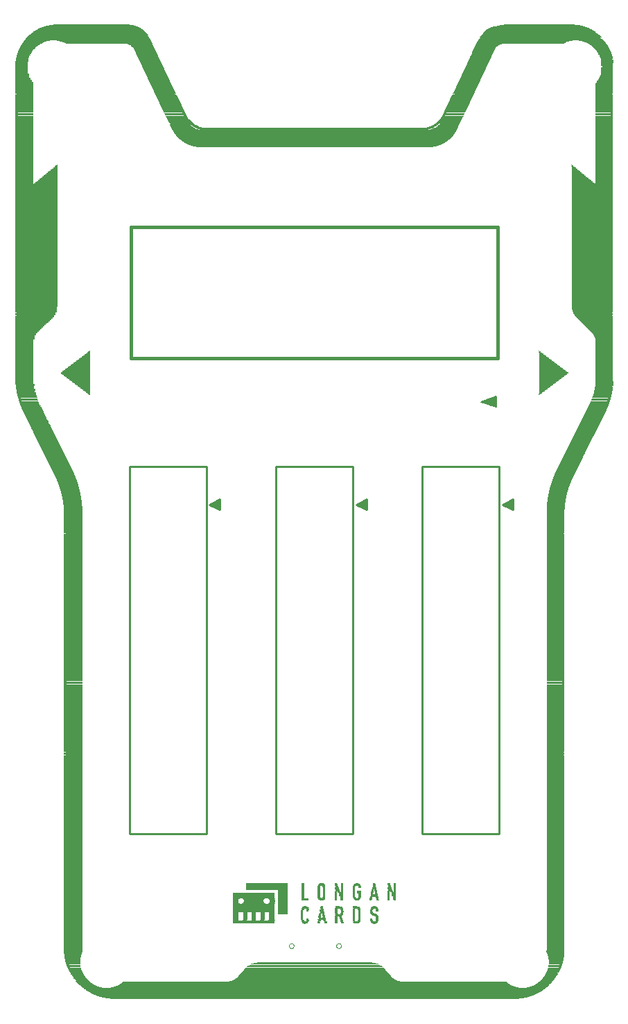
<source format=gto>
G75*
G70*
%OFA0B0*%
%FSLAX24Y24*%
%IPPOS*%
%LPD*%
%AMOC8*
5,1,8,0,0,1.08239X$1,22.5*
%
%ADD10R,1.9505X0.0033*%
%ADD11R,2.0103X0.0033*%
%ADD12R,2.0435X0.0033*%
%ADD13R,2.0668X0.0033*%
%ADD14R,0.0532X0.0033*%
%ADD15R,0.0432X0.0033*%
%ADD16R,0.0399X0.0033*%
%ADD17R,0.0366X0.0033*%
%ADD18R,0.0332X0.0033*%
%ADD19R,0.0299X0.0033*%
%ADD20R,0.0266X0.0033*%
%ADD21R,0.0233X0.0033*%
%ADD22R,0.0199X0.0033*%
%ADD23R,0.0166X0.0033*%
%ADD24R,0.0133X0.0033*%
%ADD25R,0.0100X0.0033*%
%ADD26R,1.0733X0.0033*%
%ADD27R,1.1032X0.0033*%
%ADD28R,1.1231X0.0033*%
%ADD29R,1.1397X0.0033*%
%ADD30R,0.0498X0.0033*%
%ADD31R,0.0465X0.0033*%
%ADD32R,0.4552X0.0033*%
%ADD33R,0.4353X0.0033*%
%ADD34R,0.4154X0.0033*%
%ADD35R,0.4087X0.0033*%
%ADD36R,0.3888X0.0033*%
%ADD37R,0.3655X0.0033*%
%ADD38R,0.3423X0.0033*%
%ADD39R,1.9685X0.0033*%
%ADD40R,2.0151X0.0033*%
%ADD41R,2.0483X0.0033*%
%ADD42R,2.0683X0.0033*%
%ADD43R,2.0882X0.0033*%
%ADD44R,2.1082X0.0033*%
%ADD45R,2.1215X0.0033*%
%ADD46R,2.1348X0.0033*%
%ADD47R,2.1481X0.0033*%
%ADD48R,2.1614X0.0033*%
%ADD49R,2.1747X0.0033*%
%ADD50R,2.1847X0.0033*%
%ADD51R,2.1946X0.0033*%
%ADD52R,2.2013X0.0033*%
%ADD53R,2.2113X0.0033*%
%ADD54R,2.2212X0.0033*%
%ADD55R,0.0931X0.0033*%
%ADD56R,1.9585X0.0033*%
%ADD57R,0.0831X0.0033*%
%ADD58R,1.9319X0.0033*%
%ADD59R,0.0865X0.0033*%
%ADD60R,0.0765X0.0033*%
%ADD61R,1.9120X0.0033*%
%ADD62R,0.0798X0.0033*%
%ADD63R,0.0732X0.0033*%
%ADD64R,1.8954X0.0033*%
%ADD65R,0.0698X0.0033*%
%ADD66R,1.8821X0.0033*%
%ADD67R,0.0665X0.0033*%
%ADD68R,1.8721X0.0033*%
%ADD69R,0.0698X0.0033*%
%ADD70R,1.8621X0.0033*%
%ADD71R,0.0632X0.0033*%
%ADD72R,1.8521X0.0033*%
%ADD73R,0.0632X0.0033*%
%ADD74R,1.8455X0.0033*%
%ADD75R,0.0632X0.0033*%
%ADD76R,0.8180X0.0033*%
%ADD77R,0.0599X0.0033*%
%ADD78R,0.7914X0.0033*%
%ADD79R,0.0599X0.0033*%
%ADD80R,0.7781X0.0033*%
%ADD81R,0.0599X0.0033*%
%ADD82R,0.7648X0.0033*%
%ADD83R,0.7581X0.0033*%
%ADD84R,0.0565X0.0033*%
%ADD85R,0.7482X0.0033*%
%ADD86R,0.0565X0.0033*%
%ADD87R,0.7415X0.0033*%
%ADD88R,0.7349X0.0033*%
%ADD89R,0.7315X0.0033*%
%ADD90R,0.7249X0.0033*%
%ADD91R,0.0599X0.0033*%
%ADD92R,0.7182X0.0033*%
%ADD93R,0.0565X0.0033*%
%ADD94R,0.7116X0.0033*%
%ADD95R,0.7049X0.0033*%
%ADD96R,0.7016X0.0033*%
%ADD97R,0.6950X0.0033*%
%ADD98R,0.0565X0.0033*%
%ADD99R,0.6883X0.0033*%
%ADD100R,0.6817X0.0033*%
%ADD101R,0.6783X0.0033*%
%ADD102R,0.6717X0.0033*%
%ADD103R,0.6650X0.0033*%
%ADD104R,0.6584X0.0033*%
%ADD105R,0.6517X0.0033*%
%ADD106R,0.6451X0.0033*%
%ADD107R,0.6384X0.0033*%
%ADD108R,0.6285X0.0033*%
%ADD109R,0.0632X0.0033*%
%ADD110R,0.6152X0.0033*%
%ADD111R,0.6019X0.0033*%
%ADD112R,0.5852X0.0033*%
%ADD113R,0.5553X0.0033*%
%ADD114R,0.0665X0.0033*%
%ADD115R,0.0732X0.0033*%
%ADD116R,0.0732X0.0033*%
%ADD117R,0.0765X0.0033*%
%ADD118R,0.0798X0.0033*%
%ADD119R,0.0765X0.0033*%
%ADD120R,0.0831X0.0033*%
%ADD121R,0.0865X0.0033*%
%ADD122R,0.0100X0.0033*%
%ADD123R,0.0133X0.0033*%
%ADD124R,0.2028X0.0033*%
%ADD125R,0.0266X0.0033*%
%ADD126R,0.0133X0.0033*%
%ADD127R,0.0299X0.0033*%
%ADD128R,0.0266X0.0033*%
%ADD129R,0.2028X0.0033*%
%ADD130R,0.0299X0.0033*%
%ADD131R,0.0333X0.0033*%
%ADD132R,0.0366X0.0033*%
%ADD133R,0.0133X0.0033*%
%ADD134R,0.0166X0.0033*%
%ADD135R,0.0100X0.0033*%
%ADD136R,0.0233X0.0033*%
%ADD137R,0.0233X0.0033*%
%ADD138R,0.0200X0.0033*%
%ADD139R,0.0200X0.0033*%
%ADD140R,0.0100X0.0033*%
%ADD141R,0.0100X0.0033*%
%ADD142R,0.0399X0.0033*%
%ADD143R,0.0266X0.0033*%
%ADD144R,0.0200X0.0033*%
%ADD145R,0.0200X0.0033*%
%ADD146R,0.0333X0.0033*%
%ADD147R,0.0266X0.0033*%
%ADD148R,0.0399X0.0033*%
%ADD149R,0.0466X0.0033*%
%ADD150R,0.0466X0.0033*%
%ADD151R,0.0233X0.0033*%
%ADD152R,0.0133X0.0033*%
%ADD153R,0.0166X0.0033*%
%ADD154R,0.1131X0.0033*%
%ADD155R,0.1031X0.0033*%
%ADD156R,0.0998X0.0033*%
%ADD157R,0.0964X0.0033*%
%ADD158R,0.1097X0.0033*%
%ADD159R,0.0366X0.0033*%
%ADD160R,0.0399X0.0033*%
%ADD161R,0.0233X0.0033*%
%ADD162R,0.1995X0.0033*%
%ADD163R,0.1995X0.0033*%
%ADD164R,0.0865X0.0033*%
%ADD165R,0.0865X0.0033*%
%ADD166R,0.0898X0.0033*%
%ADD167R,0.0898X0.0033*%
%ADD168R,0.0898X0.0033*%
%ADD169R,0.0898X0.0033*%
%ADD170R,0.0931X0.0033*%
%ADD171R,0.0931X0.0033*%
%ADD172R,0.0931X0.0033*%
%ADD173R,0.0964X0.0033*%
%ADD174R,0.0964X0.0033*%
%ADD175R,0.0964X0.0033*%
%ADD176R,0.0067X0.0033*%
%ADD177R,0.0033X0.0033*%
%ADD178R,0.0432X0.0033*%
%ADD179R,0.0432X0.0033*%
%ADD180R,0.0499X0.0033*%
%ADD181R,0.0532X0.0033*%
%ADD182R,0.0998X0.0033*%
%ADD183R,0.1031X0.0033*%
%ADD184R,0.1097X0.0033*%
%ADD185R,0.1064X0.0033*%
%ADD186R,0.1097X0.0033*%
%ADD187R,0.1164X0.0033*%
%ADD188R,0.1230X0.0033*%
%ADD189R,0.1197X0.0033*%
%ADD190R,0.1264X0.0033*%
%ADD191R,0.1230X0.0033*%
%ADD192R,0.1297X0.0033*%
%ADD193R,0.1363X0.0033*%
%ADD194R,0.1330X0.0033*%
%ADD195R,0.1397X0.0033*%
%ADD196R,0.1430X0.0033*%
%ADD197R,0.1430X0.0033*%
%ADD198R,0.1397X0.0033*%
%ADD199R,0.1264X0.0033*%
%ADD200R,0.1197X0.0033*%
%ADD201R,0.1164X0.0033*%
%ADD202R,0.1031X0.0033*%
%ADD203R,0.0765X0.0033*%
%ADD204R,0.0532X0.0033*%
%ADD205R,0.0499X0.0033*%
%ADD206R,0.0067X0.0033*%
%ADD207R,0.1097X0.0033*%
%ADD208R,0.1496X0.0033*%
%ADD209R,0.1463X0.0033*%
%ADD210R,0.1530X0.0033*%
%ADD211R,0.1563X0.0033*%
%ADD212R,0.1596X0.0033*%
%ADD213R,0.1629X0.0033*%
%ADD214R,0.1596X0.0033*%
%ADD215R,0.1663X0.0033*%
%ADD216R,0.1629X0.0033*%
%ADD217R,0.1696X0.0033*%
%ADD218R,0.1729X0.0033*%
%ADD219R,0.1762X0.0033*%
%ADD220R,0.1796X0.0033*%
%ADD221R,0.1762X0.0033*%
%ADD222R,0.1829X0.0033*%
%ADD223R,0.1796X0.0033*%
%ADD224R,0.1862X0.0033*%
%ADD225R,0.1895X0.0033*%
%ADD226R,0.1895X0.0033*%
%ADD227R,0.1929X0.0033*%
%ADD228R,0.1962X0.0033*%
%ADD229R,0.1962X0.0033*%
%ADD230R,0.1929X0.0033*%
%ADD231R,0.1064X0.0033*%
%ADD232R,0.0698X0.0033*%
%ADD233R,0.0399X0.0033*%
%ADD234R,0.0067X0.0033*%
%ADD235R,0.0033X0.0033*%
%ADD236R,1.1372X0.0033*%
%ADD237R,1.1705X0.0033*%
%ADD238R,1.1904X0.0033*%
%ADD239R,1.2104X0.0033*%
%ADD240R,1.2237X0.0033*%
%ADD241R,1.2370X0.0033*%
%ADD242R,1.2503X0.0033*%
%ADD243R,1.2602X0.0033*%
%ADD244R,1.2702X0.0033*%
%ADD245R,1.2802X0.0033*%
%ADD246R,1.2869X0.0033*%
%ADD247R,1.2968X0.0033*%
%ADD248R,1.3035X0.0033*%
%ADD249R,1.3101X0.0033*%
%ADD250R,1.3168X0.0033*%
%ADD251R,1.3234X0.0033*%
%ADD252R,1.3301X0.0033*%
%ADD253R,1.3334X0.0033*%
%ADD254R,1.3401X0.0033*%
%ADD255R,1.3434X0.0033*%
%ADD256R,1.3500X0.0033*%
%ADD257R,1.3534X0.0033*%
%ADD258R,1.3567X0.0033*%
%ADD259R,1.3633X0.0033*%
%ADD260R,1.3667X0.0033*%
%ADD261R,0.1131X0.0033*%
%ADD262R,0.1031X0.0033*%
%ADD263R,0.0698X0.0033*%
%ADD264R,0.0732X0.0033*%
%ADD265R,0.0798X0.0033*%
%ADD266R,0.4090X0.0033*%
%ADD267R,0.4123X0.0033*%
%ADD268R,0.4156X0.0033*%
%ADD269R,0.4190X0.0033*%
%ADD270R,0.4223X0.0033*%
%ADD271R,0.4323X0.0033*%
%ADD272R,0.4489X0.0033*%
%ADD273R,0.4456X0.0033*%
%ADD274R,0.1197X0.0033*%
%ADD275R,0.5886X0.0033*%
%ADD276R,0.5919X0.0033*%
%ADD277R,0.5852X0.0033*%
%ADD278R,0.5786X0.0033*%
%ADD279R,0.5819X0.0033*%
%ADD280R,0.5753X0.0033*%
%ADD281R,0.5686X0.0033*%
%ADD282R,0.5719X0.0033*%
%ADD283R,0.5653X0.0033*%
%ADD284R,0.5586X0.0033*%
%ADD285R,0.5520X0.0033*%
%ADD286R,0.5453X0.0033*%
%ADD287R,0.5487X0.0033*%
%ADD288R,0.5420X0.0033*%
%ADD289R,0.5387X0.0033*%
%ADD290R,0.5354X0.0033*%
%ADD291R,0.5254X0.0033*%
%ADD292R,0.5154X0.0033*%
%ADD293R,0.5187X0.0033*%
%ADD294R,0.5054X0.0033*%
%ADD295R,0.5088X0.0033*%
%ADD296R,0.4955X0.0033*%
%ADD297R,0.4988X0.0033*%
%ADD298R,0.4855X0.0033*%
%ADD299R,0.4755X0.0033*%
%ADD300R,0.4722X0.0033*%
%ADD301R,0.4589X0.0033*%
%ADD302R,0.4556X0.0033*%
%ADD303R,0.4356X0.0033*%
%ADD304R,0.4057X0.0033*%
%ADD305R,0.4090X0.0033*%
%ADD306C,0.0000*%
%ADD307C,0.0160*%
%ADD308C,0.0050*%
%ADD309C,0.0100*%
D10*
X015248Y002160D03*
D11*
X015248Y002193D03*
D12*
X015248Y002226D03*
D13*
X015231Y002260D03*
D14*
X005063Y002293D03*
X025399Y002293D03*
D15*
X025549Y002326D03*
X004947Y002326D03*
X024053Y048813D03*
D16*
X028257Y048779D03*
X006625Y048813D03*
X002239Y048779D03*
X004831Y002359D03*
D17*
X025648Y002359D03*
X025748Y002393D03*
X020830Y043994D03*
X023920Y048779D03*
X028340Y048746D03*
D18*
X028423Y048713D03*
X009649Y043994D03*
X006725Y048779D03*
X002139Y048746D03*
X004665Y002426D03*
X004731Y002393D03*
X025831Y002426D03*
D19*
X025881Y002459D03*
X004582Y002459D03*
X004515Y002492D03*
X009566Y044028D03*
X002056Y048713D03*
X001990Y048680D03*
X020897Y044028D03*
X023854Y048746D03*
D20*
X023771Y048713D03*
X023704Y048680D03*
X023605Y048613D03*
X020980Y044061D03*
X028489Y048680D03*
X028556Y048646D03*
X028622Y048613D03*
X009516Y044061D03*
X009450Y044094D03*
X006858Y048713D03*
X006791Y048746D03*
X001940Y048646D03*
X001873Y048613D03*
X004299Y002625D03*
X004399Y002559D03*
X004465Y002526D03*
X025964Y002492D03*
X026030Y002526D03*
X026130Y002592D03*
D21*
X026080Y002559D03*
X026180Y002625D03*
X026246Y002658D03*
X026280Y002692D03*
X026313Y002725D03*
X004349Y002592D03*
X004249Y002658D03*
X004216Y002692D03*
X004116Y002758D03*
X004083Y002791D03*
X009400Y044127D03*
X006941Y048646D03*
X006908Y048680D03*
X001824Y048580D03*
X001757Y048547D03*
X001724Y048514D03*
X001624Y048447D03*
X001591Y048414D03*
X001558Y048381D03*
X021030Y044094D03*
X021096Y044127D03*
X021129Y044161D03*
X023522Y048547D03*
X023555Y048580D03*
X023655Y048646D03*
X028672Y048580D03*
X028705Y048547D03*
X028772Y048514D03*
X028805Y048480D03*
D22*
X028855Y048447D03*
X028888Y048414D03*
X028921Y048381D03*
X028955Y048347D03*
X023472Y048514D03*
X023439Y048480D03*
X023405Y048447D03*
X023372Y048414D03*
X023339Y048381D03*
X023306Y048347D03*
X021279Y044294D03*
X021246Y044260D03*
X021212Y044227D03*
X021179Y044194D03*
X009350Y044161D03*
X009317Y044194D03*
X009283Y044227D03*
X009250Y044260D03*
X009217Y044294D03*
X009184Y044327D03*
X009150Y044360D03*
X007157Y048447D03*
X007124Y048480D03*
X007090Y048514D03*
X007057Y048547D03*
X007024Y048580D03*
X006991Y048613D03*
X001674Y048480D03*
X001508Y048347D03*
X001475Y048314D03*
X001441Y048281D03*
X001342Y048148D03*
X003767Y003124D03*
X003867Y002991D03*
X003900Y002957D03*
X003934Y002924D03*
X003967Y002891D03*
X004000Y002858D03*
X004033Y002825D03*
X004166Y002725D03*
X026363Y002758D03*
X026396Y002791D03*
X026429Y002825D03*
X026462Y002858D03*
X026496Y002891D03*
X026529Y002924D03*
X026562Y002957D03*
X026595Y002991D03*
X026629Y003024D03*
X026662Y003057D03*
X026695Y003090D03*
D23*
X026712Y003124D03*
X026745Y003157D03*
X026778Y003190D03*
X026778Y003223D03*
X026811Y003257D03*
X026845Y003290D03*
X026845Y003323D03*
X026878Y003356D03*
X026911Y003423D03*
X026944Y003489D03*
X026977Y003556D03*
X027011Y003622D03*
X027044Y003689D03*
X027443Y026815D03*
X027509Y026982D03*
X027576Y027148D03*
X027609Y027214D03*
X027642Y027281D03*
X027675Y027347D03*
X027709Y027414D03*
X027742Y027480D03*
X027775Y027546D03*
X027808Y027613D03*
X027841Y027679D03*
X027875Y027746D03*
X027908Y027812D03*
X027941Y027879D03*
X027974Y027945D03*
X028008Y028012D03*
X028041Y028078D03*
X028074Y028145D03*
X028107Y028211D03*
X028140Y028277D03*
X028174Y028344D03*
X028207Y028410D03*
X028240Y028477D03*
X028273Y028543D03*
X028307Y028610D03*
X028340Y028676D03*
X028373Y028743D03*
X028406Y028809D03*
X028440Y028876D03*
X028473Y028942D03*
X028506Y029009D03*
X028539Y029075D03*
X028572Y029141D03*
X029104Y030171D03*
X029137Y030238D03*
X029237Y030471D03*
X029270Y030537D03*
X021295Y044327D03*
X021329Y044360D03*
X021362Y044393D03*
X021395Y044460D03*
X021428Y044493D03*
X021561Y044792D03*
X021594Y044858D03*
X021628Y044925D03*
X021661Y044991D03*
X021694Y045058D03*
X021727Y045124D03*
X021827Y045357D03*
X021860Y045423D03*
X021894Y045490D03*
X021927Y045556D03*
X021960Y045623D03*
X021993Y045689D03*
X022126Y045988D03*
X022159Y046055D03*
X022193Y046121D03*
X022226Y046188D03*
X022259Y046254D03*
X022292Y046320D03*
X022392Y046553D03*
X022425Y046620D03*
X022458Y046686D03*
X022492Y046752D03*
X022525Y046819D03*
X022558Y046885D03*
X022658Y047118D03*
X022691Y047184D03*
X022724Y047251D03*
X022757Y047317D03*
X022791Y047384D03*
X022824Y047450D03*
X022957Y047749D03*
X022990Y047816D03*
X023023Y047882D03*
X023057Y047949D03*
X023090Y048015D03*
X023123Y048082D03*
X023156Y048148D03*
X023189Y048181D03*
X023189Y048214D03*
X023223Y048248D03*
X023256Y048281D03*
X023289Y048314D03*
X029137Y048148D03*
X029171Y048115D03*
X029204Y048082D03*
X029204Y048048D03*
X029237Y048015D03*
X029270Y047982D03*
X029303Y047915D03*
X029337Y047849D03*
X029370Y047783D03*
X029403Y047716D03*
X009134Y044393D03*
X009101Y044426D03*
X009067Y044493D03*
X008968Y044692D03*
X008934Y044759D03*
X008901Y044825D03*
X008868Y044892D03*
X008835Y044958D03*
X008802Y045025D03*
X008702Y045257D03*
X008669Y045324D03*
X008635Y045390D03*
X008602Y045457D03*
X008569Y045523D03*
X008536Y045589D03*
X008503Y045656D03*
X008403Y045889D03*
X008370Y045955D03*
X008336Y046021D03*
X008303Y046088D03*
X008270Y046154D03*
X008237Y046221D03*
X008137Y046453D03*
X008104Y046520D03*
X008071Y046586D03*
X008037Y046653D03*
X008004Y046719D03*
X007971Y046786D03*
X007838Y047085D03*
X007805Y047151D03*
X007771Y047218D03*
X007738Y047284D03*
X007705Y047351D03*
X007672Y047417D03*
X007572Y047650D03*
X007539Y047716D03*
X007506Y047783D03*
X007472Y047849D03*
X007439Y047915D03*
X007406Y047982D03*
X007306Y048214D03*
X007273Y048281D03*
X007240Y048314D03*
X007207Y048381D03*
X007173Y048414D03*
X001425Y048248D03*
X001392Y048214D03*
X001358Y048181D03*
X001325Y048115D03*
X001292Y048082D03*
X001259Y048048D03*
X001226Y047982D03*
X001192Y047949D03*
X001159Y047882D03*
X001126Y047816D03*
X001093Y047749D03*
X001059Y047683D03*
X001159Y030670D03*
X001226Y030504D03*
X001259Y030437D03*
X001491Y029972D03*
X001525Y029906D03*
X001558Y029839D03*
X001591Y029773D03*
X001624Y029706D03*
X001657Y029640D03*
X001691Y029573D03*
X001724Y029507D03*
X001757Y029440D03*
X001790Y029374D03*
X001824Y029308D03*
X001857Y029241D03*
X001890Y029175D03*
X001923Y029108D03*
X001957Y029042D03*
X001990Y028975D03*
X002023Y028909D03*
X002056Y028842D03*
X002089Y028776D03*
X002123Y028709D03*
X002156Y028643D03*
X002189Y028577D03*
X002222Y028510D03*
X002256Y028444D03*
X002289Y028377D03*
X002322Y028311D03*
X002355Y028244D03*
X002389Y028178D03*
X002422Y028111D03*
X002455Y028045D03*
X002488Y027978D03*
X002521Y027912D03*
X002555Y027846D03*
X002588Y027779D03*
X002621Y027713D03*
X002654Y027646D03*
X002688Y027580D03*
X002721Y027513D03*
X002754Y027447D03*
X002787Y027380D03*
X002820Y027314D03*
X002854Y027247D03*
X002887Y027181D03*
X002920Y027114D03*
X002987Y026948D03*
X003452Y003655D03*
X003485Y003589D03*
X003518Y003522D03*
X003551Y003456D03*
X003585Y003389D03*
X003618Y003323D03*
X003651Y003290D03*
X003684Y003257D03*
X003684Y003223D03*
X003718Y003190D03*
X003751Y003157D03*
X003784Y003090D03*
X003817Y003057D03*
X003851Y003024D03*
D24*
X003369Y003855D03*
X003369Y003888D03*
X003369Y003921D03*
X003336Y003954D03*
X003336Y003988D03*
X003336Y004021D03*
X003336Y004054D03*
X003302Y004120D03*
X003302Y004154D03*
X003302Y004187D03*
X003302Y004220D03*
X003269Y004353D03*
X003269Y004386D03*
X003269Y004420D03*
X003269Y004453D03*
X003269Y004486D03*
X003269Y004519D03*
X003269Y004552D03*
X003269Y004586D03*
X003269Y004619D03*
X003269Y004652D03*
X003269Y004685D03*
X003269Y004719D03*
X003269Y004752D03*
X003269Y004785D03*
X003269Y004818D03*
X003269Y004851D03*
X003269Y004885D03*
X003269Y004918D03*
X003269Y004951D03*
X003269Y004984D03*
X003269Y005018D03*
X003269Y005051D03*
X003269Y005084D03*
X003269Y005117D03*
X003269Y005151D03*
X003269Y005184D03*
X003269Y005217D03*
X003269Y005250D03*
X003269Y005283D03*
X003269Y005317D03*
X003269Y005350D03*
X003269Y005383D03*
X003269Y005416D03*
X003269Y005450D03*
X003269Y005483D03*
X003269Y005516D03*
X003269Y005549D03*
X003269Y005583D03*
X003269Y005616D03*
X003269Y005649D03*
X003269Y005682D03*
X003269Y005715D03*
X003269Y005749D03*
X003269Y005782D03*
X003269Y005815D03*
X003269Y005848D03*
X003269Y005882D03*
X003269Y005915D03*
X003269Y005948D03*
X003269Y005981D03*
X003269Y006014D03*
X003269Y006048D03*
X003269Y006081D03*
X003269Y006114D03*
X003269Y006147D03*
X003269Y006181D03*
X003269Y006214D03*
X003269Y006247D03*
X003269Y006280D03*
X003269Y006314D03*
X003269Y006347D03*
X003269Y006380D03*
X003269Y006413D03*
X003269Y006446D03*
X003269Y006480D03*
X003269Y006513D03*
X003269Y006546D03*
X003269Y006579D03*
X003269Y006613D03*
X003269Y006646D03*
X003269Y006679D03*
X003269Y006712D03*
X003269Y006746D03*
X003269Y006779D03*
X003269Y006812D03*
X003269Y006845D03*
X003269Y006878D03*
X003269Y006912D03*
X003269Y006945D03*
X003269Y006978D03*
X003269Y007011D03*
X003269Y007045D03*
X003269Y007078D03*
X003269Y007111D03*
X003269Y007144D03*
X003269Y007177D03*
X003269Y007211D03*
X003269Y007244D03*
X003269Y007277D03*
X003269Y007310D03*
X003269Y007344D03*
X003269Y007377D03*
X003269Y007410D03*
X003269Y007443D03*
X003269Y007477D03*
X003269Y007510D03*
X003269Y007543D03*
X003269Y007576D03*
X003269Y007609D03*
X003269Y007643D03*
X003269Y007676D03*
X003269Y007709D03*
X003269Y007742D03*
X003269Y007776D03*
X003269Y007809D03*
X003269Y007842D03*
X003269Y007875D03*
X003269Y007909D03*
X003269Y007942D03*
X003269Y007975D03*
X003269Y008008D03*
X003269Y008041D03*
X003269Y008075D03*
X003269Y008108D03*
X003269Y008141D03*
X003269Y008174D03*
X003269Y008208D03*
X003269Y008241D03*
X003269Y008274D03*
X003269Y008307D03*
X003269Y008340D03*
X003269Y008374D03*
X003269Y008407D03*
X003269Y008440D03*
X003269Y008473D03*
X003269Y008507D03*
X003269Y008540D03*
X003269Y008573D03*
X003269Y008606D03*
X003269Y008640D03*
X003269Y008673D03*
X003269Y008706D03*
X003269Y008739D03*
X003269Y008772D03*
X003269Y008806D03*
X003269Y008839D03*
X003269Y008872D03*
X003269Y008905D03*
X003269Y008939D03*
X003269Y008972D03*
X003269Y009005D03*
X003269Y009038D03*
X003269Y009071D03*
X003269Y009105D03*
X003269Y009138D03*
X003269Y009171D03*
X003269Y009204D03*
X003269Y009238D03*
X003269Y009271D03*
X003269Y009304D03*
X003269Y009337D03*
X003269Y009371D03*
X003269Y009404D03*
X003269Y009437D03*
X003269Y009470D03*
X003269Y009503D03*
X003269Y009537D03*
X003269Y009570D03*
X003269Y009603D03*
X003269Y009636D03*
X003269Y009670D03*
X003269Y009703D03*
X003269Y009736D03*
X003269Y009769D03*
X003269Y009803D03*
X003269Y009836D03*
X003269Y009869D03*
X003269Y009902D03*
X003269Y009935D03*
X003269Y009969D03*
X003269Y010002D03*
X003269Y010035D03*
X003269Y010068D03*
X003269Y010102D03*
X003269Y010135D03*
X003269Y010168D03*
X003269Y010201D03*
X003269Y010234D03*
X003269Y010268D03*
X003269Y010301D03*
X003269Y010334D03*
X003269Y010367D03*
X003269Y010401D03*
X003269Y010434D03*
X003269Y010467D03*
X003269Y010500D03*
X003269Y010534D03*
X003269Y010567D03*
X003269Y010600D03*
X003269Y010633D03*
X003269Y010666D03*
X003269Y010700D03*
X003269Y010733D03*
X003269Y010766D03*
X003269Y010799D03*
X003269Y010833D03*
X003269Y010866D03*
X003269Y010899D03*
X003269Y010932D03*
X003269Y010966D03*
X003269Y010999D03*
X003269Y011032D03*
X003269Y011065D03*
X003269Y011098D03*
X003269Y011132D03*
X003269Y011165D03*
X003269Y011198D03*
X003269Y011231D03*
X003269Y011265D03*
X003269Y011298D03*
X003269Y011331D03*
X003269Y011364D03*
X003269Y011397D03*
X003269Y011431D03*
X003269Y011464D03*
X003269Y011497D03*
X003269Y011530D03*
X003269Y011564D03*
X003269Y011597D03*
X003269Y011630D03*
X003269Y011663D03*
X003269Y011697D03*
X003269Y011730D03*
X003269Y011763D03*
X003269Y011796D03*
X003269Y011829D03*
X003269Y011863D03*
X003269Y011896D03*
X003269Y011929D03*
X003269Y011962D03*
X003269Y011996D03*
X003269Y012029D03*
X003269Y012062D03*
X003269Y012095D03*
X003269Y012129D03*
X003269Y012162D03*
X003269Y012195D03*
X003269Y012228D03*
X003269Y012261D03*
X003269Y012295D03*
X003269Y012328D03*
X003269Y012361D03*
X003269Y012394D03*
X003269Y012428D03*
X003269Y012461D03*
X003269Y012494D03*
X003269Y012527D03*
X003269Y012560D03*
X003269Y012594D03*
X003269Y012627D03*
X003269Y012660D03*
X003269Y012693D03*
X003269Y012727D03*
X003269Y012760D03*
X003269Y012793D03*
X003269Y012826D03*
X003269Y012860D03*
X003269Y012893D03*
X003269Y012926D03*
X003269Y012959D03*
X003269Y012992D03*
X003269Y013026D03*
X003269Y013059D03*
X003269Y013092D03*
X003269Y013125D03*
X003269Y013159D03*
X003269Y013192D03*
X003269Y013225D03*
X003269Y013258D03*
X003269Y013291D03*
X003269Y013325D03*
X003269Y013358D03*
X003269Y013391D03*
X003269Y013424D03*
X003269Y013458D03*
X003269Y013491D03*
X003269Y013524D03*
X003269Y013557D03*
X003269Y013591D03*
X003269Y013624D03*
X003269Y013657D03*
X003269Y013690D03*
X003269Y013723D03*
X003269Y013757D03*
X003269Y013790D03*
X003269Y013823D03*
X003269Y013856D03*
X003269Y013890D03*
X003269Y013923D03*
X003269Y013956D03*
X003269Y013989D03*
X003269Y014023D03*
X003269Y014056D03*
X003269Y014089D03*
X003269Y014122D03*
X003269Y014155D03*
X003269Y014189D03*
X003269Y014222D03*
X003269Y014255D03*
X003269Y014288D03*
X003269Y014322D03*
X003269Y014355D03*
X003269Y014388D03*
X003269Y014421D03*
X003269Y014454D03*
X003269Y014488D03*
X003269Y014521D03*
X003269Y014554D03*
X003269Y014587D03*
X003269Y014621D03*
X003269Y014654D03*
X003269Y014687D03*
X003269Y014720D03*
X003269Y014754D03*
X003269Y014787D03*
X003269Y014820D03*
X003269Y014853D03*
X003269Y014886D03*
X003269Y014920D03*
X003269Y014953D03*
X003269Y014986D03*
X003269Y015019D03*
X003269Y015053D03*
X003269Y015086D03*
X003269Y015119D03*
X003269Y015152D03*
X003269Y015186D03*
X003269Y015219D03*
X003269Y015252D03*
X003269Y015285D03*
X003269Y015318D03*
X003269Y015352D03*
X003269Y015385D03*
X003269Y015418D03*
X003269Y015451D03*
X003269Y015485D03*
X003269Y015518D03*
X003269Y015551D03*
X003269Y015584D03*
X003269Y015617D03*
X003269Y015651D03*
X003269Y015684D03*
X003269Y015717D03*
X003269Y015750D03*
X003269Y015784D03*
X003269Y015817D03*
X003269Y015850D03*
X003269Y015883D03*
X003269Y015917D03*
X003269Y015950D03*
X003269Y015983D03*
X003269Y016016D03*
X003269Y016049D03*
X003269Y016083D03*
X003269Y016116D03*
X003269Y016149D03*
X003269Y016182D03*
X003269Y016216D03*
X003269Y016249D03*
X003269Y016282D03*
X003269Y016315D03*
X003269Y016349D03*
X003269Y016382D03*
X003269Y016415D03*
X003269Y016448D03*
X003269Y016481D03*
X003269Y016515D03*
X003269Y016548D03*
X003269Y016581D03*
X003269Y016614D03*
X003269Y016648D03*
X003269Y016681D03*
X003269Y016714D03*
X003269Y016747D03*
X003269Y016780D03*
X003269Y016814D03*
X003269Y016847D03*
X003269Y016880D03*
X003269Y016913D03*
X003269Y016947D03*
X003269Y016980D03*
X003269Y017013D03*
X003269Y017046D03*
X003269Y017080D03*
X003269Y017113D03*
X003269Y017146D03*
X003269Y017179D03*
X003269Y017212D03*
X003269Y017246D03*
X003269Y017279D03*
X003269Y017312D03*
X003269Y017345D03*
X003269Y017379D03*
X003269Y017412D03*
X003269Y017445D03*
X003269Y017478D03*
X003269Y017511D03*
X003269Y017545D03*
X003269Y017578D03*
X003269Y017611D03*
X003269Y017644D03*
X003269Y017678D03*
X003269Y017711D03*
X003269Y017744D03*
X003269Y017777D03*
X003269Y017811D03*
X003269Y017844D03*
X003269Y017877D03*
X003269Y017910D03*
X003269Y017943D03*
X003269Y017977D03*
X003269Y018010D03*
X003269Y018043D03*
X003269Y018076D03*
X003269Y018110D03*
X003269Y018143D03*
X003269Y018176D03*
X003269Y018209D03*
X003269Y018243D03*
X003269Y018276D03*
X003269Y018309D03*
X003269Y018342D03*
X003269Y018375D03*
X003269Y018409D03*
X003269Y018442D03*
X003269Y018475D03*
X003269Y018508D03*
X003269Y018542D03*
X003269Y018575D03*
X003269Y018608D03*
X003269Y018641D03*
X003269Y018674D03*
X003269Y018708D03*
X003269Y018741D03*
X003269Y018774D03*
X003269Y018807D03*
X003269Y018841D03*
X003269Y018874D03*
X003269Y018907D03*
X003269Y018940D03*
X003269Y018974D03*
X003269Y019007D03*
X003269Y019040D03*
X003269Y019073D03*
X003269Y019106D03*
X003269Y019140D03*
X003269Y019173D03*
X003269Y019206D03*
X003269Y019239D03*
X003269Y019273D03*
X003269Y019306D03*
X003269Y019339D03*
X003269Y019372D03*
X003269Y019406D03*
X003269Y019439D03*
X003269Y019472D03*
X003269Y019505D03*
X003269Y019538D03*
X003269Y019572D03*
X003269Y019605D03*
X003269Y019638D03*
X003269Y019671D03*
X003269Y019705D03*
X003269Y019738D03*
X003269Y019771D03*
X003269Y019804D03*
X003269Y019837D03*
X003269Y019871D03*
X003269Y019904D03*
X003269Y019937D03*
X003269Y019970D03*
X003269Y020004D03*
X003269Y020037D03*
X003269Y020070D03*
X003269Y020103D03*
X003269Y020137D03*
X003269Y020170D03*
X003269Y020203D03*
X003269Y020236D03*
X003269Y020269D03*
X003269Y020303D03*
X003269Y020336D03*
X003269Y020369D03*
X003269Y020402D03*
X003269Y020436D03*
X003269Y020469D03*
X003269Y020502D03*
X003269Y020535D03*
X003269Y020569D03*
X003269Y020602D03*
X003269Y020635D03*
X003269Y020668D03*
X003269Y020701D03*
X003269Y020735D03*
X003269Y020768D03*
X003269Y020801D03*
X003269Y020834D03*
X003269Y020868D03*
X003269Y020901D03*
X003269Y020934D03*
X003269Y020967D03*
X003269Y021000D03*
X003269Y021034D03*
X003269Y021067D03*
X003269Y021100D03*
X003269Y021133D03*
X003269Y021167D03*
X003269Y021200D03*
X003269Y021233D03*
X003269Y021266D03*
X003269Y021300D03*
X003269Y021333D03*
X003269Y021366D03*
X003269Y021399D03*
X003269Y021432D03*
X003269Y021466D03*
X003269Y021499D03*
X003269Y021532D03*
X003269Y021565D03*
X003269Y021599D03*
X003269Y021632D03*
X003269Y021665D03*
X003269Y021698D03*
X003269Y021731D03*
X003269Y021765D03*
X003269Y021798D03*
X003269Y021831D03*
X003269Y021864D03*
X003269Y021898D03*
X003269Y021931D03*
X003269Y021964D03*
X003269Y021997D03*
X003269Y022031D03*
X003269Y022064D03*
X003269Y022097D03*
X003269Y022130D03*
X003269Y022163D03*
X003269Y022197D03*
X003269Y022230D03*
X003269Y022263D03*
X003269Y022296D03*
X003269Y022330D03*
X003269Y022363D03*
X003269Y022396D03*
X003269Y022429D03*
X003269Y022463D03*
X003269Y022496D03*
X003269Y022529D03*
X003269Y022562D03*
X003269Y022595D03*
X003269Y022629D03*
X003269Y022662D03*
X003269Y022695D03*
X003269Y022728D03*
X003269Y022762D03*
X003269Y022795D03*
X003269Y022828D03*
X003269Y022861D03*
X003269Y022894D03*
X003269Y022928D03*
X003269Y022961D03*
X003269Y022994D03*
X003269Y023027D03*
X003269Y023061D03*
X003269Y023094D03*
X003269Y023127D03*
X003269Y023160D03*
X003269Y023194D03*
X003269Y023227D03*
X003269Y023260D03*
X003269Y023293D03*
X003269Y023326D03*
X003269Y023360D03*
X003269Y023393D03*
X003269Y023426D03*
X003269Y023459D03*
X003269Y023493D03*
X003269Y023526D03*
X003269Y023559D03*
X003269Y023592D03*
X003269Y023626D03*
X003269Y023659D03*
X003269Y023692D03*
X003269Y023725D03*
X003269Y023758D03*
X003269Y023792D03*
X003269Y023825D03*
X003269Y023858D03*
X003269Y023891D03*
X003269Y023925D03*
X003269Y023958D03*
X003269Y023991D03*
X003269Y024024D03*
X003269Y024057D03*
X003269Y024091D03*
X003269Y024124D03*
X003269Y024157D03*
X003269Y024190D03*
X003269Y024224D03*
X003269Y024257D03*
X003269Y024290D03*
X003269Y024323D03*
X003269Y024357D03*
X003269Y024390D03*
X003269Y024423D03*
X003269Y024456D03*
X003269Y024489D03*
X003269Y024523D03*
X003269Y024556D03*
X003269Y024589D03*
X003269Y024622D03*
X003269Y024656D03*
X003269Y024689D03*
X003269Y024722D03*
X003269Y024755D03*
X003269Y024789D03*
X003269Y024822D03*
X003269Y024855D03*
X003269Y024888D03*
X003269Y024921D03*
X003269Y024955D03*
X003269Y024988D03*
X003269Y025021D03*
X003269Y025054D03*
X003269Y025088D03*
X003269Y025121D03*
X003269Y025154D03*
X003269Y025187D03*
X003269Y025220D03*
X003269Y025254D03*
X003269Y025287D03*
X003269Y025320D03*
X003269Y025353D03*
X003269Y025387D03*
X003269Y025420D03*
X003269Y025453D03*
X003269Y025486D03*
X003269Y025520D03*
X003269Y025553D03*
X003269Y025586D03*
X003269Y025619D03*
X003269Y025652D03*
X003269Y025686D03*
X003269Y025719D03*
X003236Y025918D03*
X003236Y025951D03*
X003236Y025985D03*
X003236Y026018D03*
X003236Y026051D03*
X003203Y026151D03*
X003203Y026184D03*
X003203Y026217D03*
X003203Y026251D03*
X003169Y026317D03*
X003169Y026350D03*
X003169Y026383D03*
X003169Y026417D03*
X003136Y026450D03*
X003136Y026483D03*
X003136Y026516D03*
X003136Y026550D03*
X003103Y026583D03*
X003103Y026616D03*
X003103Y026649D03*
X003070Y026683D03*
X003070Y026716D03*
X003070Y026749D03*
X003036Y026782D03*
X003036Y026815D03*
X003036Y026849D03*
X003003Y026882D03*
X003003Y026915D03*
X002970Y026982D03*
X002970Y027015D03*
X002937Y027048D03*
X002937Y027081D03*
X002904Y027148D03*
X002870Y027214D03*
X002837Y027281D03*
X002804Y027347D03*
X002771Y027414D03*
X002737Y027480D03*
X002704Y027546D03*
X002671Y027613D03*
X002638Y027679D03*
X002604Y027746D03*
X002571Y027812D03*
X002538Y027879D03*
X002505Y027945D03*
X002472Y028012D03*
X002438Y028078D03*
X002405Y028145D03*
X002372Y028211D03*
X002339Y028277D03*
X002305Y028344D03*
X002272Y028410D03*
X002239Y028477D03*
X002206Y028543D03*
X002173Y028610D03*
X002139Y028676D03*
X002106Y028743D03*
X002073Y028809D03*
X002040Y028876D03*
X002006Y028942D03*
X001973Y029009D03*
X001940Y029075D03*
X001907Y029141D03*
X001873Y029208D03*
X001840Y029274D03*
X001807Y029341D03*
X001774Y029407D03*
X001741Y029474D03*
X001707Y029540D03*
X001674Y029607D03*
X001641Y029673D03*
X001608Y029740D03*
X001574Y029806D03*
X001541Y029872D03*
X001508Y029939D03*
X001475Y030005D03*
X001441Y030039D03*
X001441Y030072D03*
X001408Y030105D03*
X001408Y030138D03*
X001375Y030171D03*
X001375Y030205D03*
X001342Y030238D03*
X001342Y030271D03*
X001309Y030304D03*
X001309Y030338D03*
X001275Y030371D03*
X001275Y030404D03*
X001242Y030471D03*
X001209Y030537D03*
X001209Y030570D03*
X001176Y030603D03*
X001176Y030637D03*
X001142Y030703D03*
X001142Y030736D03*
X001109Y030770D03*
X001109Y030803D03*
X001109Y030836D03*
X001076Y030869D03*
X001076Y030903D03*
X001076Y030936D03*
X001076Y030969D03*
X001043Y031002D03*
X001043Y031035D03*
X001043Y031069D03*
X001010Y031135D03*
X001010Y031168D03*
X001010Y031202D03*
X000976Y031301D03*
X000976Y031334D03*
X000976Y031368D03*
X000976Y031401D03*
X000943Y031501D03*
X000943Y031534D03*
X000943Y031567D03*
X000943Y031600D03*
X000943Y031634D03*
X000910Y031833D03*
X000910Y031866D03*
X000910Y031899D03*
X000910Y031933D03*
X000910Y031966D03*
X000910Y031999D03*
X000910Y032032D03*
X000910Y032066D03*
X000910Y032099D03*
X000910Y032132D03*
X000910Y032165D03*
X000910Y032198D03*
X000910Y032232D03*
X000910Y032265D03*
X000910Y032298D03*
X000910Y032331D03*
X000910Y032365D03*
X000910Y032398D03*
X000910Y032431D03*
X000910Y032464D03*
X000910Y032497D03*
X000910Y032531D03*
X000910Y032564D03*
X000910Y032597D03*
X000910Y032630D03*
X000910Y032664D03*
X000910Y032697D03*
X000910Y032730D03*
X000910Y032763D03*
X000910Y032797D03*
X000910Y032830D03*
X000910Y032863D03*
X000910Y032896D03*
X000910Y032929D03*
X000910Y032963D03*
X000910Y032996D03*
X000910Y033029D03*
X000910Y033062D03*
X000910Y033096D03*
X000910Y033129D03*
X000910Y033162D03*
X000910Y033195D03*
X000910Y033229D03*
X000910Y033262D03*
X000910Y033295D03*
X000910Y033328D03*
X000910Y033361D03*
X000910Y033395D03*
X000910Y033428D03*
X000910Y033461D03*
X000910Y033494D03*
X000910Y033528D03*
X000910Y033561D03*
X000910Y033594D03*
X000910Y033627D03*
X000910Y033660D03*
X000910Y033694D03*
X000910Y033727D03*
X000910Y033760D03*
X000910Y033793D03*
X000910Y033827D03*
X000910Y033860D03*
X000910Y033893D03*
X000910Y033926D03*
X000910Y033960D03*
X000910Y033993D03*
X000910Y034026D03*
X000910Y034059D03*
X000910Y034092D03*
X000910Y034126D03*
X000910Y034159D03*
X000910Y034192D03*
X000910Y034225D03*
X000910Y034259D03*
X000910Y034292D03*
X000910Y034325D03*
X000910Y034358D03*
X000910Y034391D03*
X000910Y034425D03*
X000910Y034458D03*
X000910Y034491D03*
X000910Y034524D03*
X000910Y034558D03*
X000910Y034591D03*
X000910Y034624D03*
X000910Y034657D03*
X000910Y034691D03*
X000910Y034724D03*
X000910Y034757D03*
X000910Y034790D03*
X000910Y034823D03*
X000910Y034857D03*
X000910Y034890D03*
X000910Y034923D03*
X000910Y034956D03*
X000910Y034990D03*
X000910Y035023D03*
X000910Y035056D03*
X000910Y035089D03*
X000910Y035123D03*
X000910Y035156D03*
X000910Y035189D03*
X000910Y035222D03*
X000910Y035255D03*
X000910Y035289D03*
X000910Y035322D03*
X000910Y035355D03*
X000910Y035388D03*
X000910Y035422D03*
X000910Y035455D03*
X000910Y035488D03*
X000910Y035521D03*
X000910Y035554D03*
X000910Y035588D03*
X000910Y035621D03*
X000910Y035654D03*
X000910Y035687D03*
X000910Y035721D03*
X000910Y035754D03*
X000910Y035787D03*
X000910Y035820D03*
X000910Y035854D03*
X000910Y035887D03*
X000910Y035920D03*
X000910Y035953D03*
X000910Y035986D03*
X000910Y036020D03*
X000910Y036053D03*
X000910Y036086D03*
X000910Y036119D03*
X000910Y036153D03*
X000910Y036186D03*
X000910Y036219D03*
X000910Y036252D03*
X000910Y036286D03*
X000910Y036319D03*
X000910Y036352D03*
X000910Y036385D03*
X000910Y036418D03*
X000910Y036452D03*
X000910Y036485D03*
X000910Y036518D03*
X000910Y036551D03*
X000910Y036585D03*
X000910Y036618D03*
X000910Y036651D03*
X000910Y036684D03*
X000910Y036717D03*
X000910Y036751D03*
X000910Y036784D03*
X000910Y036817D03*
X000910Y036850D03*
X000910Y036884D03*
X000910Y036917D03*
X000910Y036950D03*
X000910Y036983D03*
X000910Y037017D03*
X000910Y037050D03*
X000910Y037083D03*
X000910Y037116D03*
X000910Y037149D03*
X000910Y037183D03*
X000910Y037216D03*
X000910Y037249D03*
X000910Y037282D03*
X000910Y037316D03*
X000910Y037349D03*
X000910Y037382D03*
X000910Y037415D03*
X000910Y037449D03*
X000910Y037482D03*
X000910Y037515D03*
X000910Y037548D03*
X000910Y037581D03*
X000910Y037615D03*
X000910Y037648D03*
X000910Y037681D03*
X000910Y037714D03*
X000910Y037748D03*
X000910Y037781D03*
X000910Y037814D03*
X000910Y037847D03*
X000910Y037880D03*
X000910Y037914D03*
X000910Y037947D03*
X000910Y037980D03*
X000910Y038013D03*
X000910Y038047D03*
X000910Y038080D03*
X000910Y038113D03*
X000910Y038146D03*
X000910Y038180D03*
X000910Y038213D03*
X000910Y038246D03*
X000910Y038279D03*
X000910Y038312D03*
X000910Y038346D03*
X000910Y038379D03*
X000910Y038412D03*
X000910Y038445D03*
X000910Y038479D03*
X000910Y038512D03*
X000910Y038545D03*
X000910Y038578D03*
X000910Y038611D03*
X000910Y038645D03*
X000910Y038678D03*
X000910Y038711D03*
X000910Y038744D03*
X000910Y038778D03*
X000910Y038811D03*
X000910Y038844D03*
X000910Y038877D03*
X000910Y038911D03*
X000910Y038944D03*
X000910Y038977D03*
X000910Y039010D03*
X000910Y039043D03*
X000910Y039077D03*
X000910Y039110D03*
X000910Y039143D03*
X000910Y039176D03*
X000910Y039210D03*
X000910Y039243D03*
X000910Y039276D03*
X000910Y039309D03*
X000910Y039343D03*
X000910Y039376D03*
X000910Y039409D03*
X000910Y039442D03*
X000910Y039475D03*
X000910Y039509D03*
X000910Y039542D03*
X000910Y039575D03*
X000910Y039608D03*
X000910Y039642D03*
X000910Y039675D03*
X000910Y039708D03*
X000910Y039741D03*
X000910Y039774D03*
X000910Y039808D03*
X000910Y039841D03*
X000910Y039874D03*
X000910Y039907D03*
X000910Y039941D03*
X000910Y039974D03*
X000910Y040007D03*
X000910Y040040D03*
X000910Y040074D03*
X000910Y040107D03*
X000910Y040140D03*
X000910Y040173D03*
X000910Y040206D03*
X000910Y040240D03*
X000910Y040273D03*
X000910Y040306D03*
X000910Y040339D03*
X000910Y040373D03*
X000910Y040406D03*
X000910Y040439D03*
X000910Y040472D03*
X000910Y040506D03*
X000910Y040539D03*
X000910Y040572D03*
X000910Y040605D03*
X000910Y040638D03*
X000910Y040672D03*
X000910Y040705D03*
X000910Y040738D03*
X000910Y040771D03*
X000910Y040805D03*
X000910Y040838D03*
X000910Y040871D03*
X000910Y040904D03*
X000910Y040937D03*
X000910Y040971D03*
X000910Y041004D03*
X000910Y041037D03*
X000910Y041070D03*
X000910Y041104D03*
X000910Y041137D03*
X000910Y041170D03*
X000910Y041203D03*
X000910Y041237D03*
X000910Y041270D03*
X000910Y041303D03*
X000910Y041336D03*
X000910Y041369D03*
X000910Y041403D03*
X000910Y041436D03*
X000910Y041469D03*
X000910Y041502D03*
X000910Y041536D03*
X000910Y041569D03*
X000910Y041602D03*
X000910Y041635D03*
X000910Y041669D03*
X000910Y041702D03*
X000910Y041735D03*
X000910Y041768D03*
X000910Y041801D03*
X000910Y041835D03*
X000910Y041868D03*
X000910Y041901D03*
X000910Y041934D03*
X000910Y041968D03*
X000910Y042001D03*
X000910Y042034D03*
X000910Y042067D03*
X000910Y042100D03*
X000910Y042134D03*
X000910Y042167D03*
X000910Y042200D03*
X000910Y042233D03*
X000910Y042267D03*
X000910Y042300D03*
X000910Y042333D03*
X000910Y042366D03*
X000910Y042400D03*
X000910Y042433D03*
X000910Y042466D03*
X000910Y042499D03*
X000910Y042532D03*
X000910Y042566D03*
X000910Y042599D03*
X000910Y042632D03*
X000910Y042665D03*
X000910Y042699D03*
X000910Y042732D03*
X000910Y042765D03*
X000910Y042798D03*
X000910Y042831D03*
X000910Y042865D03*
X000910Y042898D03*
X000910Y042931D03*
X000910Y042964D03*
X000910Y042998D03*
X000910Y043031D03*
X000910Y043064D03*
X000910Y043097D03*
X000910Y043131D03*
X000910Y043164D03*
X000910Y043197D03*
X000910Y043230D03*
X000910Y043263D03*
X000910Y043297D03*
X000910Y043330D03*
X000910Y043363D03*
X000910Y043396D03*
X000910Y043430D03*
X000910Y043463D03*
X000910Y043496D03*
X000910Y043529D03*
X000910Y043563D03*
X000910Y043596D03*
X000910Y043629D03*
X000910Y043662D03*
X000910Y043695D03*
X000910Y043729D03*
X000910Y043762D03*
X000910Y043795D03*
X000910Y043828D03*
X000910Y043862D03*
X000910Y043895D03*
X000910Y043928D03*
X000910Y043961D03*
X000910Y043994D03*
X000910Y044028D03*
X000910Y044061D03*
X000910Y044094D03*
X000910Y044127D03*
X000910Y044161D03*
X000910Y044194D03*
X000910Y044227D03*
X000910Y044260D03*
X000910Y044294D03*
X000910Y044327D03*
X000910Y044360D03*
X000910Y044393D03*
X000910Y044426D03*
X000910Y044460D03*
X000910Y044493D03*
X000910Y044526D03*
X000910Y044559D03*
X000910Y044593D03*
X000910Y044626D03*
X000910Y044659D03*
X000910Y044692D03*
X000910Y044726D03*
X000910Y044759D03*
X000910Y044792D03*
X000910Y044825D03*
X000910Y044858D03*
X000910Y044892D03*
X000910Y044925D03*
X000910Y044958D03*
X000910Y044991D03*
X000910Y045025D03*
X000910Y045058D03*
X000910Y045091D03*
X000910Y045124D03*
X000910Y045157D03*
X000910Y045191D03*
X000910Y045224D03*
X000910Y045257D03*
X000910Y045290D03*
X000910Y045324D03*
X000910Y045357D03*
X000910Y045390D03*
X000910Y045423D03*
X000910Y045457D03*
X000910Y045490D03*
X000910Y045523D03*
X000910Y045556D03*
X000910Y045589D03*
X000910Y045623D03*
X000910Y045656D03*
X000910Y045689D03*
X000910Y045722D03*
X000910Y045756D03*
X000910Y045789D03*
X000910Y045822D03*
X000910Y045855D03*
X000910Y045889D03*
X000910Y045922D03*
X000910Y045955D03*
X000910Y045988D03*
X000910Y046021D03*
X000910Y046055D03*
X000910Y046088D03*
X000910Y046121D03*
X000910Y046154D03*
X000910Y046188D03*
X000910Y046221D03*
X000910Y046254D03*
X000910Y046287D03*
X000910Y046320D03*
X000910Y046354D03*
X000910Y046387D03*
X000910Y046420D03*
X000910Y046453D03*
X000910Y046487D03*
X000910Y046520D03*
X000910Y046553D03*
X000910Y046586D03*
X000910Y046620D03*
X000910Y046653D03*
X000910Y046686D03*
X000910Y046719D03*
X000910Y046752D03*
X000910Y046786D03*
X000910Y046819D03*
X000910Y046852D03*
X000910Y046885D03*
X000910Y046919D03*
X000910Y046952D03*
X000910Y046985D03*
X000910Y047018D03*
X000910Y047051D03*
X000910Y047085D03*
X000943Y047218D03*
X000943Y047251D03*
X000943Y047284D03*
X000943Y047317D03*
X000976Y047384D03*
X000976Y047417D03*
X000976Y047450D03*
X000976Y047483D03*
X001010Y047517D03*
X001010Y047550D03*
X001010Y047583D03*
X001043Y047616D03*
X001043Y047650D03*
X001076Y047716D03*
X001109Y047783D03*
X001142Y047849D03*
X001176Y047915D03*
X001242Y048015D03*
X007223Y048347D03*
X007290Y048248D03*
X007323Y048181D03*
X007323Y048148D03*
X007356Y048115D03*
X007356Y048082D03*
X007389Y048048D03*
X007389Y048015D03*
X007423Y047949D03*
X007456Y047882D03*
X007489Y047816D03*
X007522Y047749D03*
X007556Y047683D03*
X007589Y047616D03*
X007589Y047583D03*
X007622Y047550D03*
X007622Y047517D03*
X007655Y047483D03*
X007655Y047450D03*
X007688Y047384D03*
X007722Y047317D03*
X007755Y047251D03*
X007788Y047184D03*
X007821Y047118D03*
X007855Y047051D03*
X007855Y047018D03*
X007888Y046985D03*
X007888Y046952D03*
X007921Y046919D03*
X007921Y046885D03*
X007954Y046852D03*
X007954Y046819D03*
X007987Y046752D03*
X008021Y046686D03*
X008054Y046620D03*
X008087Y046553D03*
X008120Y046487D03*
X008154Y046420D03*
X008154Y046387D03*
X008187Y046354D03*
X008187Y046320D03*
X008220Y046287D03*
X008220Y046254D03*
X008253Y046188D03*
X008287Y046121D03*
X008320Y046055D03*
X008353Y045988D03*
X008386Y045922D03*
X008419Y045855D03*
X008419Y045822D03*
X008453Y045789D03*
X008453Y045756D03*
X008486Y045722D03*
X008486Y045689D03*
X008519Y045623D03*
X008552Y045556D03*
X008586Y045490D03*
X008619Y045423D03*
X008652Y045357D03*
X008685Y045290D03*
X008719Y045224D03*
X008719Y045191D03*
X008752Y045157D03*
X008752Y045124D03*
X008785Y045091D03*
X008785Y045058D03*
X008818Y044991D03*
X008851Y044925D03*
X008885Y044858D03*
X008918Y044792D03*
X008951Y044726D03*
X008984Y044659D03*
X008984Y044626D03*
X009018Y044593D03*
X009018Y044559D03*
X009051Y044526D03*
X009084Y044460D03*
X021379Y044426D03*
X021445Y044526D03*
X021445Y044559D03*
X021478Y044593D03*
X021478Y044626D03*
X021511Y044659D03*
X021511Y044692D03*
X021545Y044726D03*
X021545Y044759D03*
X021578Y044825D03*
X021611Y044892D03*
X021644Y044958D03*
X021678Y045025D03*
X021711Y045091D03*
X021744Y045157D03*
X021744Y045191D03*
X021777Y045224D03*
X021777Y045257D03*
X021810Y045290D03*
X021810Y045324D03*
X021844Y045390D03*
X021877Y045457D03*
X021910Y045523D03*
X021943Y045589D03*
X021977Y045656D03*
X022010Y045722D03*
X022010Y045756D03*
X022043Y045789D03*
X022043Y045822D03*
X022076Y045855D03*
X022076Y045889D03*
X022110Y045922D03*
X022110Y045955D03*
X022143Y046021D03*
X022176Y046088D03*
X022209Y046154D03*
X022242Y046221D03*
X022276Y046287D03*
X022309Y046354D03*
X022309Y046387D03*
X022342Y046420D03*
X022342Y046453D03*
X022375Y046487D03*
X022375Y046520D03*
X022409Y046586D03*
X022442Y046653D03*
X022475Y046719D03*
X022508Y046786D03*
X022541Y046852D03*
X022575Y046919D03*
X022575Y046952D03*
X022608Y046985D03*
X022608Y047018D03*
X022641Y047051D03*
X022641Y047085D03*
X022674Y047151D03*
X022708Y047218D03*
X022741Y047284D03*
X022774Y047351D03*
X022807Y047417D03*
X022841Y047483D03*
X022841Y047517D03*
X022874Y047550D03*
X022874Y047583D03*
X022907Y047616D03*
X022907Y047650D03*
X022940Y047683D03*
X022940Y047716D03*
X022973Y047783D03*
X023007Y047849D03*
X023040Y047915D03*
X023073Y047982D03*
X023106Y048048D03*
X023140Y048115D03*
X029287Y047949D03*
X029320Y047882D03*
X029353Y047816D03*
X029387Y047749D03*
X029420Y047683D03*
X029420Y047650D03*
X029453Y047616D03*
X029453Y047583D03*
X029453Y047550D03*
X029486Y047517D03*
X029486Y047483D03*
X029486Y047450D03*
X029519Y047417D03*
X029519Y047384D03*
X029519Y047351D03*
X029519Y047317D03*
X029553Y047251D03*
X029553Y047218D03*
X029553Y047184D03*
X029553Y047151D03*
X029553Y047118D03*
X029553Y031800D03*
X029553Y031766D03*
X029553Y031733D03*
X029553Y031700D03*
X029553Y031667D03*
X029553Y031634D03*
X029553Y031600D03*
X029519Y031467D03*
X029519Y031434D03*
X029519Y031401D03*
X029519Y031368D03*
X029486Y031301D03*
X029486Y031268D03*
X029486Y031235D03*
X029486Y031202D03*
X029453Y031135D03*
X029453Y031102D03*
X029453Y031069D03*
X029420Y031002D03*
X029420Y030969D03*
X029420Y030936D03*
X029387Y030903D03*
X029387Y030869D03*
X029387Y030836D03*
X029353Y030803D03*
X029353Y030770D03*
X029353Y030736D03*
X029320Y030703D03*
X029320Y030670D03*
X029320Y030637D03*
X029287Y030603D03*
X029287Y030570D03*
X029254Y030504D03*
X029220Y030437D03*
X029220Y030404D03*
X029187Y030371D03*
X029187Y030338D03*
X029154Y030304D03*
X029154Y030271D03*
X029121Y030205D03*
X029087Y030138D03*
X029054Y030105D03*
X029054Y030072D03*
X029021Y030039D03*
X029021Y030005D03*
X028988Y029972D03*
X028988Y029939D03*
X028955Y029906D03*
X028955Y029872D03*
X028921Y029839D03*
X028921Y029806D03*
X028888Y029773D03*
X028888Y029740D03*
X028855Y029706D03*
X028855Y029673D03*
X028822Y029640D03*
X028822Y029607D03*
X028788Y029573D03*
X028788Y029540D03*
X028755Y029507D03*
X028755Y029474D03*
X028722Y029440D03*
X028722Y029407D03*
X028689Y029374D03*
X028689Y029341D03*
X028656Y029308D03*
X028656Y029274D03*
X028622Y029241D03*
X028622Y029208D03*
X028589Y029175D03*
X028556Y029108D03*
X028523Y029042D03*
X028489Y028975D03*
X028456Y028909D03*
X028423Y028842D03*
X028390Y028776D03*
X028356Y028709D03*
X028323Y028643D03*
X028290Y028577D03*
X028257Y028510D03*
X028224Y028444D03*
X028190Y028377D03*
X028157Y028311D03*
X028124Y028244D03*
X028091Y028178D03*
X028057Y028111D03*
X028024Y028045D03*
X027991Y027978D03*
X027958Y027912D03*
X027924Y027846D03*
X027891Y027779D03*
X027858Y027713D03*
X027825Y027646D03*
X027792Y027580D03*
X027758Y027513D03*
X027725Y027447D03*
X027692Y027380D03*
X027659Y027314D03*
X027625Y027247D03*
X027592Y027181D03*
X027559Y027114D03*
X027559Y027081D03*
X027526Y027048D03*
X027526Y027015D03*
X027493Y026948D03*
X027493Y026915D03*
X027459Y026882D03*
X027459Y026849D03*
X027426Y026782D03*
X027426Y026749D03*
X027393Y026716D03*
X027393Y026683D03*
X027393Y026649D03*
X027393Y026616D03*
X027360Y026583D03*
X027360Y026550D03*
X027360Y026516D03*
X027326Y026483D03*
X027326Y026450D03*
X027326Y026417D03*
X027326Y026383D03*
X027293Y026317D03*
X027293Y026284D03*
X027293Y026251D03*
X027293Y026217D03*
X027260Y026151D03*
X027260Y026118D03*
X027260Y026084D03*
X027260Y026051D03*
X027260Y026018D03*
X027227Y025918D03*
X027227Y025885D03*
X027227Y025852D03*
X027227Y025819D03*
X027227Y025785D03*
X027227Y025752D03*
X027227Y025719D03*
X027227Y025686D03*
X027193Y004320D03*
X027193Y004287D03*
X027193Y004253D03*
X027193Y004220D03*
X027193Y004187D03*
X027160Y004120D03*
X027160Y004087D03*
X027160Y004054D03*
X027160Y004021D03*
X027127Y003988D03*
X027127Y003954D03*
X027127Y003921D03*
X027127Y003888D03*
X027094Y003855D03*
X027094Y003821D03*
X027094Y003788D03*
X027061Y003755D03*
X027061Y003722D03*
X027027Y003655D03*
X026994Y003589D03*
X026961Y003522D03*
X026928Y003456D03*
X026894Y003389D03*
X003601Y003356D03*
X003568Y003423D03*
X003535Y003489D03*
X003502Y003556D03*
X003468Y003622D03*
X003435Y003689D03*
X003435Y003722D03*
X003402Y003755D03*
X003402Y003788D03*
X003402Y003821D03*
D25*
X003319Y004087D03*
X003286Y004253D03*
X003286Y004287D03*
X003286Y004320D03*
X003252Y025752D03*
X003252Y025785D03*
X003252Y025819D03*
X003252Y025852D03*
X003252Y025885D03*
X003219Y026084D03*
X003219Y026118D03*
X003186Y026284D03*
X001026Y031102D03*
X000993Y031235D03*
X000993Y031268D03*
X000960Y031434D03*
X000960Y031467D03*
X000926Y031667D03*
X000926Y031700D03*
X000926Y031733D03*
X000926Y031766D03*
X000926Y031800D03*
X000926Y047118D03*
X000926Y047151D03*
X000926Y047184D03*
X000960Y047351D03*
X027310Y026350D03*
X027277Y026184D03*
X027243Y025985D03*
X027243Y025951D03*
X027210Y025652D03*
X027210Y025619D03*
X027210Y025586D03*
X027210Y025553D03*
X027210Y025520D03*
X027210Y025486D03*
X027210Y025453D03*
X027210Y025420D03*
X027210Y025387D03*
X027210Y025353D03*
X027210Y025320D03*
X027210Y025287D03*
X027210Y025254D03*
X027210Y025220D03*
X027210Y025187D03*
X027210Y025154D03*
X027210Y025121D03*
X027210Y025088D03*
X027210Y025054D03*
X027210Y025021D03*
X027210Y024988D03*
X027210Y024955D03*
X027210Y024921D03*
X027210Y024888D03*
X027210Y024855D03*
X027210Y024822D03*
X027210Y024789D03*
X027210Y024755D03*
X027210Y024722D03*
X027210Y024689D03*
X027210Y024656D03*
X027210Y024622D03*
X027210Y024589D03*
X027210Y024556D03*
X027210Y024523D03*
X027210Y024489D03*
X027210Y024456D03*
X027210Y024423D03*
X027210Y024390D03*
X027210Y024357D03*
X027210Y024323D03*
X027210Y024290D03*
X027210Y024257D03*
X027210Y024224D03*
X027210Y024190D03*
X027210Y024157D03*
X027210Y024124D03*
X027210Y024091D03*
X027210Y024057D03*
X027210Y024024D03*
X027210Y023991D03*
X027210Y023958D03*
X027210Y023925D03*
X027210Y023891D03*
X027210Y023858D03*
X027210Y023825D03*
X027210Y023792D03*
X027210Y023758D03*
X027210Y023725D03*
X027210Y023692D03*
X027210Y023659D03*
X027210Y023626D03*
X027210Y023592D03*
X027210Y023559D03*
X027210Y023526D03*
X027210Y023493D03*
X027210Y023459D03*
X027210Y023426D03*
X027210Y023393D03*
X027210Y023360D03*
X027210Y023326D03*
X027210Y023293D03*
X027210Y023260D03*
X027210Y023227D03*
X027210Y023194D03*
X027210Y023160D03*
X027210Y023127D03*
X027210Y023094D03*
X027210Y023061D03*
X027210Y023027D03*
X027210Y022994D03*
X027210Y022961D03*
X027210Y022928D03*
X027210Y022894D03*
X027210Y022861D03*
X027210Y022828D03*
X027210Y022795D03*
X027210Y022762D03*
X027210Y022728D03*
X027210Y022695D03*
X027210Y022662D03*
X027210Y022629D03*
X027210Y022595D03*
X027210Y022562D03*
X027210Y022529D03*
X027210Y022496D03*
X027210Y022463D03*
X027210Y022429D03*
X027210Y022396D03*
X027210Y022363D03*
X027210Y022330D03*
X027210Y022296D03*
X027210Y022263D03*
X027210Y022230D03*
X027210Y022197D03*
X027210Y022163D03*
X027210Y022130D03*
X027210Y022097D03*
X027210Y022064D03*
X027210Y022031D03*
X027210Y021997D03*
X027210Y021964D03*
X027210Y021931D03*
X027210Y021898D03*
X027210Y021864D03*
X027210Y021831D03*
X027210Y021798D03*
X027210Y021765D03*
X027210Y021731D03*
X027210Y021698D03*
X027210Y021665D03*
X027210Y021632D03*
X027210Y021599D03*
X027210Y021565D03*
X027210Y021532D03*
X027210Y021499D03*
X027210Y021466D03*
X027210Y021432D03*
X027210Y021399D03*
X027210Y021366D03*
X027210Y021333D03*
X027210Y021300D03*
X027210Y021266D03*
X027210Y021233D03*
X027210Y021200D03*
X027210Y021167D03*
X027210Y021133D03*
X027210Y021100D03*
X027210Y021067D03*
X027210Y021034D03*
X027210Y021000D03*
X027210Y020967D03*
X027210Y020934D03*
X027210Y020901D03*
X027210Y020868D03*
X027210Y020834D03*
X027210Y020801D03*
X027210Y020768D03*
X027210Y020735D03*
X027210Y020701D03*
X027210Y020668D03*
X027210Y020635D03*
X027210Y020602D03*
X027210Y020569D03*
X027210Y020535D03*
X027210Y020502D03*
X027210Y020469D03*
X027210Y020436D03*
X027210Y020402D03*
X027210Y020369D03*
X027210Y020336D03*
X027210Y020303D03*
X027210Y020269D03*
X027210Y020236D03*
X027210Y020203D03*
X027210Y020170D03*
X027210Y020137D03*
X027210Y020103D03*
X027210Y020070D03*
X027210Y020037D03*
X027210Y020004D03*
X027210Y019970D03*
X027210Y019937D03*
X027210Y019904D03*
X027210Y019871D03*
X027210Y019837D03*
X027210Y019804D03*
X027210Y019771D03*
X027210Y019738D03*
X027210Y019705D03*
X027210Y019671D03*
X027210Y019638D03*
X027210Y019605D03*
X027210Y019572D03*
X027210Y019538D03*
X027210Y019505D03*
X027210Y019472D03*
X027210Y019439D03*
X027210Y019406D03*
X027210Y019372D03*
X027210Y019339D03*
X027210Y019306D03*
X027210Y019273D03*
X027210Y019239D03*
X027210Y019206D03*
X027210Y019173D03*
X027210Y019140D03*
X027210Y019106D03*
X027210Y019073D03*
X027210Y019040D03*
X027210Y019007D03*
X027210Y018974D03*
X027210Y018940D03*
X027210Y018907D03*
X027210Y018874D03*
X027210Y018841D03*
X027210Y018807D03*
X027210Y018774D03*
X027210Y018741D03*
X027210Y018708D03*
X027210Y018674D03*
X027210Y018641D03*
X027210Y018608D03*
X027210Y018575D03*
X027210Y018542D03*
X027210Y018508D03*
X027210Y018475D03*
X027210Y018442D03*
X027210Y018409D03*
X027210Y018375D03*
X027210Y018342D03*
X027210Y018309D03*
X027210Y018276D03*
X027210Y018243D03*
X027210Y018209D03*
X027210Y018176D03*
X027210Y018143D03*
X027210Y018110D03*
X027210Y018076D03*
X027210Y018043D03*
X027210Y018010D03*
X027210Y017977D03*
X027210Y017943D03*
X027210Y017910D03*
X027210Y017877D03*
X027210Y017844D03*
X027210Y017811D03*
X027210Y017777D03*
X027210Y017744D03*
X027210Y017711D03*
X027210Y017678D03*
X027210Y017644D03*
X027210Y017611D03*
X027210Y017578D03*
X027210Y017545D03*
X027210Y017511D03*
X027210Y017478D03*
X027210Y017445D03*
X027210Y017412D03*
X027210Y017379D03*
X027210Y017345D03*
X027210Y017312D03*
X027210Y017279D03*
X027210Y017246D03*
X027210Y017212D03*
X027210Y017179D03*
X027210Y017146D03*
X027210Y017113D03*
X027210Y017080D03*
X027210Y017046D03*
X027210Y017013D03*
X027210Y016980D03*
X027210Y016947D03*
X027210Y016913D03*
X027210Y016880D03*
X027210Y016847D03*
X027210Y016814D03*
X027210Y016780D03*
X027210Y016747D03*
X027210Y016714D03*
X027210Y016681D03*
X027210Y016648D03*
X027210Y016614D03*
X027210Y016581D03*
X027210Y016548D03*
X027210Y016515D03*
X027210Y016481D03*
X027210Y016448D03*
X027210Y016415D03*
X027210Y016382D03*
X027210Y016349D03*
X027210Y016315D03*
X027210Y016282D03*
X027210Y016249D03*
X027210Y016216D03*
X027210Y016182D03*
X027210Y016149D03*
X027210Y016116D03*
X027210Y016083D03*
X027210Y016049D03*
X027210Y016016D03*
X027210Y015983D03*
X027210Y015950D03*
X027210Y015917D03*
X027210Y015883D03*
X027210Y015850D03*
X027210Y015817D03*
X027210Y015784D03*
X027210Y015750D03*
X027210Y015717D03*
X027210Y015684D03*
X027210Y015651D03*
X027210Y015617D03*
X027210Y015584D03*
X027210Y015551D03*
X027210Y015518D03*
X027210Y015485D03*
X027210Y015451D03*
X027210Y015418D03*
X027210Y015385D03*
X027210Y015352D03*
X027210Y015318D03*
X027210Y015285D03*
X027210Y015252D03*
X027210Y015219D03*
X027210Y015186D03*
X027210Y015152D03*
X027210Y015119D03*
X027210Y015086D03*
X027210Y015053D03*
X027210Y015019D03*
X027210Y014986D03*
X027210Y014953D03*
X027210Y014920D03*
X027210Y014886D03*
X027210Y014853D03*
X027210Y014820D03*
X027210Y014787D03*
X027210Y014754D03*
X027210Y014720D03*
X027210Y014687D03*
X027210Y014654D03*
X027210Y014621D03*
X027210Y014587D03*
X027210Y014554D03*
X027210Y014521D03*
X027210Y014488D03*
X027210Y014454D03*
X027210Y014421D03*
X027210Y014388D03*
X027210Y014355D03*
X027210Y014322D03*
X027210Y014288D03*
X027210Y014255D03*
X027210Y014222D03*
X027210Y014189D03*
X027210Y014155D03*
X027210Y014122D03*
X027210Y014089D03*
X027210Y014056D03*
X027210Y014023D03*
X027210Y013989D03*
X027210Y013956D03*
X027210Y013923D03*
X027210Y013890D03*
X027210Y013856D03*
X027210Y013823D03*
X027210Y013790D03*
X027210Y013757D03*
X027210Y013723D03*
X027210Y013690D03*
X027210Y013657D03*
X027210Y013624D03*
X027210Y013591D03*
X027210Y013557D03*
X027210Y013524D03*
X027210Y013491D03*
X027210Y013458D03*
X027210Y013424D03*
X027210Y013391D03*
X027210Y013358D03*
X027210Y013325D03*
X027210Y013291D03*
X027210Y013258D03*
X027210Y013225D03*
X027210Y013192D03*
X027210Y013159D03*
X027210Y013125D03*
X027210Y013092D03*
X027210Y013059D03*
X027210Y013026D03*
X027210Y012992D03*
X027210Y012959D03*
X027210Y012926D03*
X027210Y012893D03*
X027210Y012860D03*
X027210Y012826D03*
X027210Y012793D03*
X027210Y012760D03*
X027210Y012727D03*
X027210Y012693D03*
X027210Y012660D03*
X027210Y012627D03*
X027210Y012594D03*
X027210Y012560D03*
X027210Y012527D03*
X027210Y012494D03*
X027210Y012461D03*
X027210Y012428D03*
X027210Y012394D03*
X027210Y012361D03*
X027210Y012328D03*
X027210Y012295D03*
X027210Y012261D03*
X027210Y012228D03*
X027210Y012195D03*
X027210Y012162D03*
X027210Y012129D03*
X027210Y012095D03*
X027210Y012062D03*
X027210Y012029D03*
X027210Y011996D03*
X027210Y011962D03*
X027210Y011929D03*
X027210Y011896D03*
X027210Y011863D03*
X027210Y011829D03*
X027210Y011796D03*
X027210Y011763D03*
X027210Y011730D03*
X027210Y011697D03*
X027210Y011663D03*
X027210Y011630D03*
X027210Y011597D03*
X027210Y011564D03*
X027210Y011530D03*
X027210Y011497D03*
X027210Y011464D03*
X027210Y011431D03*
X027210Y011397D03*
X027210Y011364D03*
X027210Y011331D03*
X027210Y011298D03*
X027210Y011265D03*
X027210Y011231D03*
X027210Y011198D03*
X027210Y011165D03*
X027210Y011132D03*
X027210Y011098D03*
X027210Y011065D03*
X027210Y011032D03*
X027210Y010999D03*
X027210Y010966D03*
X027210Y010932D03*
X027210Y010899D03*
X027210Y010866D03*
X027210Y010833D03*
X027210Y010799D03*
X027210Y010766D03*
X027210Y010733D03*
X027210Y010700D03*
X027210Y010666D03*
X027210Y010633D03*
X027210Y010600D03*
X027210Y010567D03*
X027210Y010534D03*
X027210Y010500D03*
X027210Y010467D03*
X027210Y010434D03*
X027210Y010401D03*
X027210Y010367D03*
X027210Y010334D03*
X027210Y010301D03*
X027210Y010268D03*
X027210Y010234D03*
X027210Y010201D03*
X027210Y010168D03*
X027210Y010135D03*
X027210Y010102D03*
X027210Y010068D03*
X027210Y010035D03*
X027210Y010002D03*
X027210Y009969D03*
X027210Y009935D03*
X027210Y009902D03*
X027210Y009869D03*
X027210Y009836D03*
X027210Y009803D03*
X027210Y009769D03*
X027210Y009736D03*
X027210Y009703D03*
X027210Y009670D03*
X027210Y009636D03*
X027210Y009603D03*
X027210Y009570D03*
X027210Y009537D03*
X027210Y009503D03*
X027210Y009470D03*
X027210Y009437D03*
X027210Y009404D03*
X027210Y009371D03*
X027210Y009337D03*
X027210Y009304D03*
X027210Y009271D03*
X027210Y009238D03*
X027210Y009204D03*
X027210Y009171D03*
X027210Y009138D03*
X027210Y009105D03*
X027210Y009071D03*
X027210Y009038D03*
X027210Y009005D03*
X027210Y008972D03*
X027210Y008939D03*
X027210Y008905D03*
X027210Y008872D03*
X027210Y008839D03*
X027210Y008806D03*
X027210Y008772D03*
X027210Y008739D03*
X027210Y008706D03*
X027210Y008673D03*
X027210Y008640D03*
X027210Y008606D03*
X027210Y008573D03*
X027210Y008540D03*
X027210Y008507D03*
X027210Y008473D03*
X027210Y008440D03*
X027210Y008407D03*
X027210Y008374D03*
X027210Y008340D03*
X027210Y008307D03*
X027210Y008274D03*
X027210Y008241D03*
X027210Y008208D03*
X027210Y008174D03*
X027210Y008141D03*
X027210Y008108D03*
X027210Y008075D03*
X027210Y008041D03*
X027210Y008008D03*
X027210Y007975D03*
X027210Y007942D03*
X027210Y007909D03*
X027210Y007875D03*
X027210Y007842D03*
X027210Y007809D03*
X027210Y007776D03*
X027210Y007742D03*
X027210Y007709D03*
X027210Y007676D03*
X027210Y007643D03*
X027210Y007609D03*
X027210Y007576D03*
X027210Y007543D03*
X027210Y007510D03*
X027210Y007477D03*
X027210Y007443D03*
X027210Y007410D03*
X027210Y007377D03*
X027210Y007344D03*
X027210Y007310D03*
X027210Y007277D03*
X027210Y007244D03*
X027210Y007211D03*
X027210Y007177D03*
X027210Y007144D03*
X027210Y007111D03*
X027210Y007078D03*
X027210Y007045D03*
X027210Y007011D03*
X027210Y006978D03*
X027210Y006945D03*
X027210Y006912D03*
X027210Y006878D03*
X027210Y006845D03*
X027210Y006812D03*
X027210Y006779D03*
X027210Y006746D03*
X027210Y006712D03*
X027210Y006679D03*
X027210Y006646D03*
X027210Y006613D03*
X027210Y006579D03*
X027210Y006546D03*
X027210Y006513D03*
X027210Y006480D03*
X027210Y006446D03*
X027210Y006413D03*
X027210Y006380D03*
X027210Y006347D03*
X027210Y006314D03*
X027210Y006280D03*
X027210Y006247D03*
X027210Y006214D03*
X027210Y006181D03*
X027210Y006147D03*
X027210Y006114D03*
X027210Y006081D03*
X027210Y006048D03*
X027210Y006014D03*
X027210Y005981D03*
X027210Y005948D03*
X027210Y005915D03*
X027210Y005882D03*
X027210Y005848D03*
X027210Y005815D03*
X027210Y005782D03*
X027210Y005749D03*
X027210Y005715D03*
X027210Y005682D03*
X027210Y005649D03*
X027210Y005616D03*
X027210Y005583D03*
X027210Y005549D03*
X027210Y005516D03*
X027210Y005483D03*
X027210Y005450D03*
X027210Y005416D03*
X027210Y005383D03*
X027210Y005350D03*
X027210Y005317D03*
X027210Y005283D03*
X027210Y005250D03*
X027210Y005217D03*
X027210Y005184D03*
X027210Y005151D03*
X027210Y005117D03*
X027210Y005084D03*
X027210Y005051D03*
X027210Y005018D03*
X027210Y004984D03*
X027210Y004951D03*
X027210Y004918D03*
X027210Y004885D03*
X027210Y004851D03*
X027210Y004818D03*
X027210Y004785D03*
X027210Y004752D03*
X027210Y004719D03*
X027210Y004685D03*
X027210Y004652D03*
X027210Y004619D03*
X027210Y004586D03*
X027210Y004552D03*
X027210Y004519D03*
X027210Y004486D03*
X027210Y004453D03*
X027210Y004420D03*
X027210Y004386D03*
X027210Y004353D03*
X027177Y004154D03*
X029436Y031035D03*
X029470Y031168D03*
X029503Y031334D03*
X029536Y031501D03*
X029536Y031534D03*
X029536Y031567D03*
X029569Y031833D03*
X029569Y031866D03*
X029569Y031899D03*
X029569Y031933D03*
X029569Y031966D03*
X029569Y031999D03*
X029569Y032032D03*
X029569Y032066D03*
X029569Y032099D03*
X029569Y032132D03*
X029569Y032165D03*
X029569Y032198D03*
X029569Y032232D03*
X029569Y032265D03*
X029569Y032298D03*
X029569Y032331D03*
X029569Y032365D03*
X029569Y032398D03*
X029569Y032431D03*
X029569Y032464D03*
X029569Y032497D03*
X029569Y032531D03*
X029569Y032564D03*
X029569Y032597D03*
X029569Y032630D03*
X029569Y032664D03*
X029569Y032697D03*
X029569Y032730D03*
X029569Y032763D03*
X029569Y032797D03*
X029569Y032830D03*
X029569Y032863D03*
X029569Y032896D03*
X029569Y032929D03*
X029569Y032963D03*
X029569Y032996D03*
X029569Y033029D03*
X029569Y033062D03*
X029569Y033096D03*
X029569Y033129D03*
X029569Y033162D03*
X029569Y033195D03*
X029569Y033229D03*
X029569Y033262D03*
X029569Y033295D03*
X029569Y033328D03*
X029569Y033361D03*
X029569Y033395D03*
X029569Y033428D03*
X029569Y033461D03*
X029569Y033494D03*
X029569Y033528D03*
X029569Y033561D03*
X029569Y033594D03*
X029569Y033627D03*
X029569Y033660D03*
X029569Y033694D03*
X029569Y033727D03*
X029569Y033760D03*
X029569Y033793D03*
X029569Y033827D03*
X029569Y033860D03*
X029569Y033893D03*
X029569Y033926D03*
X029569Y033960D03*
X029569Y033993D03*
X029569Y034026D03*
X029569Y034059D03*
X029569Y034092D03*
X029569Y034126D03*
X029569Y034159D03*
X029569Y034192D03*
X029569Y034225D03*
X029569Y034259D03*
X029569Y034292D03*
X029569Y034325D03*
X029569Y034358D03*
X029569Y034391D03*
X029569Y034425D03*
X029569Y034458D03*
X029569Y034491D03*
X029569Y034524D03*
X029569Y034558D03*
X029569Y034591D03*
X029569Y034624D03*
X029569Y034657D03*
X029569Y034691D03*
X029569Y034724D03*
X029569Y034757D03*
X029569Y034790D03*
X029569Y034823D03*
X029569Y034857D03*
X029569Y034890D03*
X029569Y034923D03*
X029569Y034956D03*
X029569Y034990D03*
X029569Y035023D03*
X029569Y035056D03*
X029569Y035089D03*
X029569Y035123D03*
X029569Y035156D03*
X029569Y035189D03*
X029569Y035222D03*
X029569Y035255D03*
X029569Y035289D03*
X029569Y035322D03*
X029569Y035355D03*
X029569Y035388D03*
X029569Y035422D03*
X029569Y035455D03*
X029569Y035488D03*
X029569Y035521D03*
X029569Y035554D03*
X029569Y035588D03*
X029569Y035621D03*
X029569Y035654D03*
X029569Y035687D03*
X029569Y035721D03*
X029569Y035754D03*
X029569Y035787D03*
X029569Y035820D03*
X029569Y035854D03*
X029569Y035887D03*
X029569Y035920D03*
X029569Y035953D03*
X029569Y035986D03*
X029569Y036020D03*
X029569Y036053D03*
X029569Y036086D03*
X029569Y036119D03*
X029569Y036153D03*
X029569Y036186D03*
X029569Y036219D03*
X029569Y036252D03*
X029569Y036286D03*
X029569Y036319D03*
X029569Y036352D03*
X029569Y036385D03*
X029569Y036418D03*
X029569Y036452D03*
X029569Y036485D03*
X029569Y036518D03*
X029569Y036551D03*
X029569Y036585D03*
X029569Y036618D03*
X029569Y036651D03*
X029569Y036684D03*
X029569Y036717D03*
X029569Y036751D03*
X029569Y036784D03*
X029569Y036817D03*
X029569Y036850D03*
X029569Y036884D03*
X029569Y036917D03*
X029569Y036950D03*
X029569Y036983D03*
X029569Y037017D03*
X029569Y037050D03*
X029569Y037083D03*
X029569Y037116D03*
X029569Y037149D03*
X029569Y037183D03*
X029569Y037216D03*
X029569Y037249D03*
X029569Y037282D03*
X029569Y037316D03*
X029569Y037349D03*
X029569Y037382D03*
X029569Y037415D03*
X029569Y037449D03*
X029569Y037482D03*
X029569Y037515D03*
X029569Y037548D03*
X029569Y037581D03*
X029569Y037615D03*
X029569Y037648D03*
X029569Y037681D03*
X029569Y037714D03*
X029569Y037748D03*
X029569Y037781D03*
X029569Y037814D03*
X029569Y037847D03*
X029569Y037880D03*
X029569Y037914D03*
X029569Y037947D03*
X029569Y037980D03*
X029569Y038013D03*
X029569Y038047D03*
X029569Y038080D03*
X029569Y038113D03*
X029569Y038146D03*
X029569Y038180D03*
X029569Y038213D03*
X029569Y038246D03*
X029569Y038279D03*
X029569Y038312D03*
X029569Y038346D03*
X029569Y038379D03*
X029569Y038412D03*
X029569Y038445D03*
X029569Y038479D03*
X029569Y038512D03*
X029569Y038545D03*
X029569Y038578D03*
X029569Y038611D03*
X029569Y038645D03*
X029569Y038678D03*
X029569Y038711D03*
X029569Y038744D03*
X029569Y038778D03*
X029569Y038811D03*
X029569Y038844D03*
X029569Y038877D03*
X029569Y038911D03*
X029569Y038944D03*
X029569Y038977D03*
X029569Y039010D03*
X029569Y039043D03*
X029569Y039077D03*
X029569Y039110D03*
X029569Y039143D03*
X029569Y039176D03*
X029569Y039210D03*
X029569Y039243D03*
X029569Y039276D03*
X029569Y039309D03*
X029569Y039343D03*
X029569Y039376D03*
X029569Y039409D03*
X029569Y039442D03*
X029569Y039475D03*
X029569Y039509D03*
X029569Y039542D03*
X029569Y039575D03*
X029569Y039608D03*
X029569Y039642D03*
X029569Y039675D03*
X029569Y039708D03*
X029569Y039741D03*
X029569Y039774D03*
X029569Y039808D03*
X029569Y039841D03*
X029569Y039874D03*
X029569Y039907D03*
X029569Y039941D03*
X029569Y039974D03*
X029569Y040007D03*
X029569Y040040D03*
X029569Y040074D03*
X029569Y040107D03*
X029569Y040140D03*
X029569Y040173D03*
X029569Y040206D03*
X029569Y040240D03*
X029569Y040273D03*
X029569Y040306D03*
X029569Y040339D03*
X029569Y040373D03*
X029569Y040406D03*
X029569Y040439D03*
X029569Y040472D03*
X029569Y040506D03*
X029569Y040539D03*
X029569Y040572D03*
X029569Y040605D03*
X029569Y040638D03*
X029569Y040672D03*
X029569Y040705D03*
X029569Y040738D03*
X029569Y040771D03*
X029569Y040805D03*
X029569Y040838D03*
X029569Y040871D03*
X029569Y040904D03*
X029569Y040937D03*
X029569Y040971D03*
X029569Y041004D03*
X029569Y041037D03*
X029569Y041070D03*
X029569Y041104D03*
X029569Y041137D03*
X029569Y041170D03*
X029569Y041203D03*
X029569Y041237D03*
X029569Y041270D03*
X029569Y041303D03*
X029569Y041336D03*
X029569Y041369D03*
X029569Y041403D03*
X029569Y041436D03*
X029569Y041469D03*
X029569Y041502D03*
X029569Y041536D03*
X029569Y041569D03*
X029569Y041602D03*
X029569Y041635D03*
X029569Y041669D03*
X029569Y041702D03*
X029569Y041735D03*
X029569Y041768D03*
X029569Y041801D03*
X029569Y041835D03*
X029569Y041868D03*
X029569Y041901D03*
X029569Y041934D03*
X029569Y041968D03*
X029569Y042001D03*
X029569Y042034D03*
X029569Y042067D03*
X029569Y042100D03*
X029569Y042134D03*
X029569Y042167D03*
X029569Y042200D03*
X029569Y042233D03*
X029569Y042267D03*
X029569Y042300D03*
X029569Y042333D03*
X029569Y042366D03*
X029569Y042400D03*
X029569Y042433D03*
X029569Y042466D03*
X029569Y042499D03*
X029569Y042532D03*
X029569Y042566D03*
X029569Y042599D03*
X029569Y042632D03*
X029569Y042665D03*
X029569Y042699D03*
X029569Y042732D03*
X029569Y042765D03*
X029569Y042798D03*
X029569Y042831D03*
X029569Y042865D03*
X029569Y042898D03*
X029569Y042931D03*
X029569Y042964D03*
X029569Y042998D03*
X029569Y043031D03*
X029569Y043064D03*
X029569Y043097D03*
X029569Y043131D03*
X029569Y043164D03*
X029569Y043197D03*
X029569Y043230D03*
X029569Y043263D03*
X029569Y043297D03*
X029569Y043330D03*
X029569Y043363D03*
X029569Y043396D03*
X029569Y043430D03*
X029569Y043463D03*
X029569Y043496D03*
X029569Y043529D03*
X029569Y043563D03*
X029569Y043596D03*
X029569Y043629D03*
X029569Y043662D03*
X029569Y043695D03*
X029569Y043729D03*
X029569Y043762D03*
X029569Y043795D03*
X029569Y043828D03*
X029569Y043862D03*
X029569Y043895D03*
X029569Y043928D03*
X029569Y043961D03*
X029569Y043994D03*
X029569Y044028D03*
X029569Y044061D03*
X029569Y044094D03*
X029569Y044127D03*
X029569Y044161D03*
X029569Y044194D03*
X029569Y044227D03*
X029569Y044260D03*
X029569Y044294D03*
X029569Y044327D03*
X029569Y044360D03*
X029569Y044393D03*
X029569Y044426D03*
X029569Y044460D03*
X029569Y044493D03*
X029569Y044526D03*
X029569Y044559D03*
X029569Y044593D03*
X029569Y044626D03*
X029569Y044659D03*
X029569Y044692D03*
X029569Y044726D03*
X029569Y044759D03*
X029569Y044792D03*
X029569Y044825D03*
X029569Y044858D03*
X029569Y044892D03*
X029569Y044925D03*
X029569Y044958D03*
X029569Y044991D03*
X029569Y045025D03*
X029569Y045058D03*
X029569Y045091D03*
X029569Y045124D03*
X029569Y045157D03*
X029569Y045191D03*
X029569Y045224D03*
X029569Y045257D03*
X029569Y045290D03*
X029569Y045324D03*
X029569Y045357D03*
X029569Y045390D03*
X029569Y045423D03*
X029569Y045457D03*
X029569Y045490D03*
X029569Y045523D03*
X029569Y045556D03*
X029569Y045589D03*
X029569Y045623D03*
X029569Y045656D03*
X029569Y045689D03*
X029569Y045722D03*
X029569Y045756D03*
X029569Y045789D03*
X029569Y045822D03*
X029569Y045855D03*
X029569Y045889D03*
X029569Y045922D03*
X029569Y045955D03*
X029569Y045988D03*
X029569Y046021D03*
X029569Y046055D03*
X029569Y046088D03*
X029569Y046121D03*
X029569Y046154D03*
X029569Y046188D03*
X029569Y046221D03*
X029569Y046254D03*
X029569Y046287D03*
X029569Y046320D03*
X029569Y046354D03*
X029569Y046387D03*
X029569Y046420D03*
X029569Y046453D03*
X029569Y046487D03*
X029569Y046520D03*
X029569Y046553D03*
X029569Y046586D03*
X029569Y046620D03*
X029569Y046653D03*
X029569Y046686D03*
X029569Y046719D03*
X029569Y046752D03*
X029569Y046786D03*
X029569Y046819D03*
X029569Y046852D03*
X029569Y046885D03*
X029569Y046919D03*
X029569Y046952D03*
X029569Y046985D03*
X029569Y047018D03*
X029569Y047051D03*
X029569Y047085D03*
X029536Y047284D03*
D26*
X015248Y043862D03*
D27*
X015231Y043895D03*
D28*
X015231Y043928D03*
D29*
X015248Y043961D03*
D30*
X002355Y048813D03*
D31*
X028124Y048813D03*
D32*
X004482Y048846D03*
D33*
X004482Y048879D03*
X026080Y048846D03*
D34*
X026080Y048879D03*
D35*
X004515Y048912D03*
D36*
X026080Y048912D03*
D37*
X004532Y048946D03*
D38*
X026047Y048946D03*
D39*
X015241Y002160D03*
D40*
X015241Y002193D03*
D41*
X015241Y002227D03*
D42*
X015241Y002260D03*
D43*
X015241Y002293D03*
D44*
X015241Y002326D03*
D45*
X015241Y002360D03*
D46*
X015241Y002393D03*
D47*
X015241Y002426D03*
D48*
X015241Y002459D03*
D49*
X015241Y002493D03*
D50*
X015258Y002526D03*
D51*
X015241Y002559D03*
D52*
X015241Y002592D03*
D53*
X015258Y002626D03*
D54*
X015241Y002659D03*
D55*
X004568Y002692D03*
X003404Y026966D03*
X003304Y027199D03*
X003304Y027232D03*
X003271Y027298D03*
X003238Y027332D03*
X003238Y027365D03*
X003138Y027565D03*
X003105Y027631D03*
X003071Y027698D03*
X002971Y027897D03*
X002938Y027964D03*
X002905Y028030D03*
X002805Y028230D03*
X002772Y028296D03*
X002739Y028363D03*
X002639Y028562D03*
X002606Y028629D03*
X002572Y028695D03*
X002473Y028895D03*
X002439Y028961D03*
X002406Y029028D03*
X002306Y029227D03*
X002273Y029294D03*
X002240Y029360D03*
X002140Y029560D03*
X002107Y029626D03*
X002074Y029693D03*
X001974Y029859D03*
X001974Y029892D03*
X001907Y029992D03*
X001808Y030191D03*
X001741Y030324D03*
X001741Y030358D03*
X001641Y030524D03*
X001641Y030557D03*
X001608Y030624D03*
X002439Y041464D03*
X007394Y047017D03*
X007427Y046950D03*
X007427Y046917D03*
X007461Y046851D03*
X007560Y046684D03*
X007560Y046651D03*
X007594Y046618D03*
X007594Y046585D03*
X007627Y046518D03*
X007727Y046319D03*
X007727Y046285D03*
X007760Y046252D03*
X007793Y046186D03*
X007793Y046152D03*
X007893Y045986D03*
X007893Y045953D03*
X007959Y045820D03*
X008059Y045620D03*
X008059Y045587D03*
X008092Y045521D03*
X008126Y045487D03*
X008126Y045454D03*
X008225Y045255D03*
X008259Y045188D03*
X008259Y045155D03*
X008292Y045122D03*
X008292Y045088D03*
X008392Y044922D03*
X008425Y044856D03*
X008425Y044822D03*
X008458Y044789D03*
X008458Y044756D03*
X008558Y044523D03*
X008591Y044490D03*
X008591Y044457D03*
X008624Y044423D03*
X007294Y047250D03*
X007261Y047283D03*
X007261Y047316D03*
X007228Y047349D03*
X007128Y047582D03*
X007095Y047649D03*
X021759Y044190D03*
X021859Y044357D03*
X021892Y044423D03*
X021892Y044457D03*
X021925Y044523D03*
X022025Y044756D03*
X022058Y044789D03*
X022058Y044822D03*
X022091Y044856D03*
X022191Y045088D03*
X022224Y045155D03*
X022258Y045255D03*
X022357Y045421D03*
X022357Y045454D03*
X022391Y045487D03*
X022391Y045521D03*
X022424Y045587D03*
X022524Y045787D03*
X022524Y045820D03*
X022557Y045853D03*
X022590Y045920D03*
X022590Y045953D03*
X022690Y046119D03*
X022690Y046152D03*
X022723Y046186D03*
X022756Y046252D03*
X022756Y046285D03*
X022856Y046485D03*
X022856Y046518D03*
X022889Y046585D03*
X022923Y046618D03*
X022923Y046651D03*
X023022Y046817D03*
X023022Y046851D03*
X023056Y046917D03*
X023089Y046984D03*
X023089Y047017D03*
X023189Y047183D03*
X023222Y047250D03*
X023222Y047283D03*
X023255Y047316D03*
X023255Y047349D03*
X023388Y047615D03*
X023388Y047649D03*
X023421Y047682D03*
X028077Y041464D03*
X026514Y031854D03*
X028343Y029526D03*
X028409Y029659D03*
X028509Y029859D03*
X028576Y029992D03*
X028675Y030191D03*
X028742Y030324D03*
X028842Y030524D03*
X028842Y030557D03*
X028875Y030624D03*
X028908Y030690D03*
X028243Y029327D03*
X028176Y029194D03*
X028077Y028994D03*
X028010Y028861D03*
X027910Y028662D03*
X027844Y028529D03*
X027744Y028329D03*
X027678Y028196D03*
X027578Y027997D03*
X027511Y027864D03*
X027412Y027664D03*
X027345Y027531D03*
X027245Y027332D03*
X027245Y027298D03*
X027212Y027232D03*
X027179Y027199D03*
X027179Y027165D03*
X025915Y002692D03*
D56*
X015258Y002692D03*
D57*
X004484Y002725D03*
X003686Y004421D03*
X003686Y004454D03*
X003686Y004521D03*
X003686Y004554D03*
X003686Y004587D03*
X003686Y004621D03*
X003686Y004687D03*
X003686Y004720D03*
X003686Y004754D03*
X003686Y004787D03*
X003686Y004853D03*
X003686Y004887D03*
X003686Y004920D03*
X003686Y004953D03*
X003686Y005020D03*
X003686Y005053D03*
X003686Y005086D03*
X003686Y005119D03*
X003686Y005186D03*
X003686Y005219D03*
X003686Y005252D03*
X003686Y005286D03*
X003686Y005352D03*
X003686Y005385D03*
X003686Y005419D03*
X003686Y005452D03*
X003686Y005518D03*
X003686Y005552D03*
X003686Y005585D03*
X003686Y005618D03*
X003686Y005685D03*
X003686Y005718D03*
X003686Y005751D03*
X003686Y005784D03*
X003686Y005851D03*
X003686Y005884D03*
X003686Y005917D03*
X003686Y005951D03*
X003686Y006017D03*
X003686Y006050D03*
X003686Y006084D03*
X003686Y006117D03*
X003686Y006183D03*
X003686Y006217D03*
X003686Y006250D03*
X003686Y006283D03*
X003686Y006350D03*
X003686Y006383D03*
X003686Y006416D03*
X003686Y006450D03*
X003686Y006516D03*
X003686Y006549D03*
X003686Y006583D03*
X003686Y006616D03*
X003686Y006682D03*
X003686Y006716D03*
X003686Y006749D03*
X003686Y006782D03*
X003686Y006849D03*
X003686Y006882D03*
X003686Y006915D03*
X003686Y006948D03*
X003686Y007015D03*
X003686Y007048D03*
X003686Y007081D03*
X003686Y007115D03*
X003686Y007181D03*
X003686Y007214D03*
X003686Y007248D03*
X003686Y007281D03*
X003686Y007347D03*
X003686Y007381D03*
X003686Y007414D03*
X003686Y007447D03*
X003686Y007514D03*
X003686Y007547D03*
X003686Y007580D03*
X003686Y007613D03*
X003686Y007680D03*
X003686Y007713D03*
X003686Y007746D03*
X003686Y007780D03*
X003686Y007846D03*
X003686Y007879D03*
X003686Y007913D03*
X003686Y007946D03*
X003686Y008012D03*
X003686Y008046D03*
X003686Y008079D03*
X003686Y008112D03*
X003686Y008179D03*
X003686Y008212D03*
X003686Y008245D03*
X003686Y008278D03*
X003686Y008345D03*
X003686Y008378D03*
X003686Y008411D03*
X003686Y008445D03*
X003686Y008511D03*
X003686Y008544D03*
X003686Y008578D03*
X003686Y008611D03*
X003686Y008677D03*
X003686Y008711D03*
X003686Y008744D03*
X003686Y008777D03*
X003686Y008844D03*
X003686Y008877D03*
X003686Y008910D03*
X003686Y008943D03*
X003686Y009010D03*
X003686Y009043D03*
X003686Y009076D03*
X003686Y009110D03*
X003686Y009176D03*
X003686Y009209D03*
X003686Y009243D03*
X003686Y009276D03*
X003686Y009342D03*
X003686Y009376D03*
X003686Y009409D03*
X003686Y009442D03*
X003686Y009509D03*
X003686Y009542D03*
X003686Y009575D03*
X003686Y009608D03*
X003686Y009675D03*
X003686Y009708D03*
X003686Y009741D03*
X003686Y009775D03*
X003686Y009841D03*
X003686Y009874D03*
X003686Y009908D03*
X003686Y009941D03*
X003686Y010007D03*
X003686Y010041D03*
X003686Y010074D03*
X003686Y010107D03*
X003686Y010174D03*
X003686Y010207D03*
X003686Y010240D03*
X003686Y010273D03*
X003686Y010340D03*
X003686Y010373D03*
X003686Y010406D03*
X003686Y010440D03*
X003686Y010506D03*
X003686Y010539D03*
X003686Y010573D03*
X003686Y010606D03*
X003686Y010673D03*
X003686Y010706D03*
X003686Y010739D03*
X003686Y010772D03*
X003686Y010839D03*
X003686Y010872D03*
X003686Y010905D03*
X003686Y010939D03*
X003686Y011005D03*
X003686Y011038D03*
X003686Y011072D03*
X003686Y011105D03*
X003686Y011171D03*
X003686Y011205D03*
X003686Y011238D03*
X003686Y011271D03*
X003686Y011338D03*
X003686Y011371D03*
X003686Y011404D03*
X003686Y011437D03*
X003686Y011504D03*
X003686Y011537D03*
X003686Y011570D03*
X003686Y011604D03*
X003686Y011670D03*
X003686Y011703D03*
X003686Y011737D03*
X003686Y011770D03*
X003686Y011836D03*
X003686Y011870D03*
X003686Y011903D03*
X003686Y011936D03*
X003686Y012003D03*
X003686Y012036D03*
X003686Y012069D03*
X003686Y012102D03*
X003686Y012169D03*
X003686Y012202D03*
X003686Y012235D03*
X003686Y012269D03*
X003686Y012335D03*
X003686Y012368D03*
X003686Y012402D03*
X003686Y012435D03*
X003686Y012501D03*
X003686Y012535D03*
X003686Y012568D03*
X003686Y012601D03*
X003686Y012668D03*
X003686Y012701D03*
X003686Y012734D03*
X003686Y012767D03*
X003686Y012834D03*
X003686Y012867D03*
X003686Y012900D03*
X003686Y012934D03*
X003686Y013000D03*
X003686Y013033D03*
X003686Y013067D03*
X003686Y013100D03*
X003686Y013166D03*
X003686Y013200D03*
X003686Y013233D03*
X003686Y013266D03*
X003686Y013333D03*
X003686Y013366D03*
X003686Y013399D03*
X003686Y013432D03*
X003686Y013499D03*
X003686Y013532D03*
X003686Y013565D03*
X003686Y013599D03*
X003686Y013665D03*
X003686Y013698D03*
X003686Y013732D03*
X003686Y013765D03*
X003686Y013831D03*
X003686Y013865D03*
X003686Y013898D03*
X003686Y013931D03*
X003686Y013998D03*
X003686Y014031D03*
X003686Y014064D03*
X003686Y014097D03*
X003686Y014164D03*
X003686Y014197D03*
X003686Y014230D03*
X003686Y014264D03*
X003686Y014330D03*
X003686Y014363D03*
X003686Y014397D03*
X003686Y014430D03*
X003686Y014496D03*
X003686Y014530D03*
X003686Y014563D03*
X003686Y014596D03*
X003686Y014663D03*
X003686Y014696D03*
X003686Y014729D03*
X003686Y014762D03*
X003686Y014829D03*
X003686Y014862D03*
X003686Y014896D03*
X003686Y014929D03*
X003686Y014995D03*
X003686Y015029D03*
X003686Y015062D03*
X003686Y015095D03*
X003686Y015162D03*
X003686Y015195D03*
X003686Y015228D03*
X003686Y015261D03*
X003686Y015328D03*
X003686Y015361D03*
X003686Y015394D03*
X003686Y015428D03*
X003686Y015494D03*
X003686Y015527D03*
X003686Y015561D03*
X003686Y015594D03*
X003686Y015660D03*
X003686Y015694D03*
X003686Y015727D03*
X003686Y015760D03*
X003686Y015827D03*
X003686Y015860D03*
X003686Y015893D03*
X003686Y015926D03*
X003686Y015993D03*
X003686Y016026D03*
X003686Y016059D03*
X003686Y016093D03*
X003686Y016159D03*
X003686Y016192D03*
X003686Y016226D03*
X003686Y016259D03*
X003686Y016325D03*
X003686Y016359D03*
X003686Y016392D03*
X003686Y016425D03*
X003686Y016492D03*
X003686Y016525D03*
X003686Y016558D03*
X003686Y016591D03*
X003686Y016658D03*
X003686Y016691D03*
X003686Y016724D03*
X003686Y016758D03*
X003686Y016824D03*
X003686Y016857D03*
X003686Y016891D03*
X003686Y016924D03*
X003686Y016990D03*
X003686Y017024D03*
X003686Y017057D03*
X003686Y017090D03*
X003686Y017157D03*
X003686Y017190D03*
X003686Y017223D03*
X003686Y017256D03*
X003686Y017323D03*
X003686Y017356D03*
X003686Y017389D03*
X003686Y017423D03*
X003686Y017489D03*
X003686Y017522D03*
X003686Y017556D03*
X003686Y017589D03*
X003686Y017655D03*
X003686Y017689D03*
X003686Y017722D03*
X003686Y017755D03*
X003686Y017822D03*
X003686Y017855D03*
X003686Y017888D03*
X003686Y017921D03*
X003686Y017988D03*
X003686Y018021D03*
X003686Y018054D03*
X003686Y018088D03*
X003686Y018154D03*
X003686Y018187D03*
X003686Y018221D03*
X003686Y018254D03*
X003686Y018320D03*
X003686Y018354D03*
X003686Y018387D03*
X003686Y018420D03*
X003686Y018487D03*
X003686Y018520D03*
X003686Y018553D03*
X003686Y018586D03*
X003686Y018653D03*
X003686Y018686D03*
X003686Y018719D03*
X003686Y018753D03*
X003686Y018819D03*
X003686Y018852D03*
X003686Y018886D03*
X003686Y018919D03*
X003686Y018985D03*
X003686Y019019D03*
X003686Y019052D03*
X003686Y019085D03*
X003686Y019152D03*
X003686Y019185D03*
X003686Y019218D03*
X003686Y019252D03*
X003686Y019318D03*
X003686Y019351D03*
X003686Y019385D03*
X003686Y019418D03*
X003686Y019484D03*
X003686Y019518D03*
X003686Y019551D03*
X003686Y019584D03*
X003686Y019651D03*
X003686Y019684D03*
X003686Y019717D03*
X003686Y019750D03*
X003686Y019817D03*
X003686Y019850D03*
X003686Y019883D03*
X003686Y019917D03*
X003686Y019983D03*
X003686Y020016D03*
X003686Y020050D03*
X003686Y020083D03*
X003686Y020149D03*
X003686Y020183D03*
X003686Y020216D03*
X003686Y020249D03*
X003686Y020316D03*
X003686Y020349D03*
X003686Y020382D03*
X003686Y020415D03*
X003686Y020482D03*
X003686Y020515D03*
X003686Y020548D03*
X003686Y020582D03*
X003686Y020648D03*
X003686Y020681D03*
X003686Y020715D03*
X003686Y020748D03*
X003686Y020814D03*
X003686Y020848D03*
X003686Y020881D03*
X003686Y020914D03*
X003686Y020981D03*
X003686Y021014D03*
X003686Y021047D03*
X003686Y021080D03*
X003686Y021147D03*
X003686Y021180D03*
X003686Y021213D03*
X003686Y021247D03*
X003686Y021313D03*
X003686Y021346D03*
X003686Y021380D03*
X003686Y021413D03*
X003686Y021479D03*
X003686Y021513D03*
X003686Y021546D03*
X003686Y021579D03*
X003686Y021646D03*
X003686Y021679D03*
X003686Y021712D03*
X003686Y021745D03*
X003686Y021812D03*
X003686Y021845D03*
X003686Y021878D03*
X003686Y021912D03*
X003686Y021978D03*
X003686Y022011D03*
X003686Y022045D03*
X003686Y022078D03*
X003686Y022144D03*
X003686Y022178D03*
X003686Y022211D03*
X003686Y022244D03*
X003686Y022311D03*
X003686Y022344D03*
X003686Y022377D03*
X003686Y022410D03*
X003686Y022477D03*
X003686Y022510D03*
X003686Y022543D03*
X003686Y022577D03*
X003686Y022643D03*
X003686Y022676D03*
X003686Y022710D03*
X003686Y022743D03*
X003686Y022809D03*
X003686Y022843D03*
X003686Y022876D03*
X003686Y022909D03*
X003686Y022976D03*
X003686Y023009D03*
X003686Y023042D03*
X003686Y023075D03*
X003686Y023142D03*
X003686Y023175D03*
X003686Y023208D03*
X003686Y023242D03*
X003686Y023308D03*
X003686Y023342D03*
X003686Y023375D03*
X003686Y023408D03*
X003686Y023475D03*
X003686Y023508D03*
X003686Y023541D03*
X003686Y023574D03*
X003686Y023641D03*
X003686Y023674D03*
X003686Y023707D03*
X003686Y023741D03*
X003686Y023807D03*
X003686Y023840D03*
X003686Y023874D03*
X003686Y023907D03*
X003686Y023973D03*
X003686Y024007D03*
X003686Y024040D03*
X003686Y024073D03*
X003686Y024140D03*
X003686Y024173D03*
X003686Y024206D03*
X003686Y024239D03*
X003686Y024306D03*
X003686Y024339D03*
X003686Y024372D03*
X003686Y024406D03*
X003686Y024472D03*
X003686Y024505D03*
X003686Y024539D03*
X003686Y024572D03*
X003686Y024638D03*
X003686Y024672D03*
X003686Y024705D03*
X003686Y024738D03*
X003686Y024805D03*
X003686Y024838D03*
X003686Y024871D03*
X003686Y024904D03*
X003686Y024971D03*
X003686Y025004D03*
X003686Y025037D03*
X003686Y025071D03*
X003686Y025137D03*
X003686Y025170D03*
X003686Y025204D03*
X003686Y025237D03*
X003686Y025303D03*
X003686Y025337D03*
X003686Y025370D03*
X003686Y025403D03*
X003686Y025470D03*
X003686Y025503D03*
X003686Y025536D03*
X003686Y025569D03*
X003686Y025636D03*
X003686Y025669D03*
X003686Y025702D03*
X003686Y025736D03*
X003653Y025835D03*
X003653Y025869D03*
X003653Y025902D03*
X003653Y025968D03*
X003653Y026002D03*
X003620Y026135D03*
X003620Y026168D03*
X003620Y026201D03*
X003587Y026334D03*
X001392Y031322D03*
X001392Y031355D03*
X001359Y031488D03*
X001359Y031521D03*
X001359Y031555D03*
X001326Y031721D03*
X001326Y031788D03*
X001326Y031821D03*
X001326Y031854D03*
X001326Y031887D03*
X001326Y031954D03*
X001326Y031987D03*
X001326Y032020D03*
X001326Y032054D03*
X001326Y032120D03*
X001326Y032153D03*
X001326Y032187D03*
X001326Y032220D03*
X001326Y032286D03*
X001326Y032320D03*
X001326Y032353D03*
X001326Y032386D03*
X001326Y032453D03*
X001326Y032486D03*
X001326Y032519D03*
X001326Y032552D03*
X001326Y032619D03*
X001326Y032652D03*
X001326Y032685D03*
X001326Y032719D03*
X001326Y032785D03*
X001326Y032818D03*
X001326Y032852D03*
X001326Y032885D03*
X001326Y032951D03*
X001326Y032985D03*
X001326Y033018D03*
X001326Y033051D03*
X001326Y033118D03*
X001326Y033151D03*
X001326Y033184D03*
X001326Y033217D03*
X001326Y033284D03*
X001326Y033317D03*
X001326Y033350D03*
X001326Y033384D03*
X001326Y033450D03*
X001326Y033483D03*
X001326Y033517D03*
X001326Y033550D03*
X001326Y033616D03*
X001326Y033650D03*
X001326Y033683D03*
X001326Y033716D03*
X001326Y033783D03*
X001326Y033816D03*
X004052Y032685D03*
X001326Y041298D03*
X001326Y041331D03*
X001326Y041364D03*
X001326Y041431D03*
X001326Y041464D03*
X001326Y041497D03*
X001326Y041530D03*
X001326Y041597D03*
X001326Y041630D03*
X001326Y041663D03*
X001326Y041697D03*
X001326Y041763D03*
X001326Y041796D03*
X001326Y041830D03*
X001326Y041863D03*
X001326Y041929D03*
X001326Y041963D03*
X001326Y041996D03*
X001326Y042029D03*
X001326Y042096D03*
X001326Y042129D03*
X001326Y042162D03*
X001326Y042195D03*
X001326Y042262D03*
X001326Y042295D03*
X001326Y042328D03*
X001326Y042362D03*
X001326Y042428D03*
X001326Y042461D03*
X001326Y042495D03*
X001326Y042528D03*
X001326Y042594D03*
X001326Y042628D03*
X001326Y042661D03*
X001326Y042694D03*
X001326Y042761D03*
X001326Y042794D03*
X001326Y042827D03*
X001326Y042860D03*
X001326Y042927D03*
X001326Y042960D03*
X001326Y042993D03*
X001326Y043027D03*
X001326Y043093D03*
X001326Y043126D03*
X001326Y043160D03*
X001326Y043193D03*
X001326Y043259D03*
X001326Y043293D03*
X001326Y043326D03*
X001326Y043359D03*
X001326Y043426D03*
X001326Y043459D03*
X001326Y043492D03*
X001326Y043525D03*
X001326Y043592D03*
X001326Y043625D03*
X001326Y043658D03*
X001326Y043692D03*
X001326Y043758D03*
X001326Y043791D03*
X001326Y043825D03*
X001326Y043858D03*
X001326Y043924D03*
X001326Y043958D03*
X001326Y043991D03*
X001326Y044024D03*
X001326Y044091D03*
X001326Y044124D03*
X001326Y044157D03*
X001326Y044190D03*
X001326Y044257D03*
X001326Y044290D03*
X001326Y044323D03*
X001326Y044357D03*
X001326Y044423D03*
X001326Y044457D03*
X001326Y044490D03*
X001326Y044523D03*
X001326Y044590D03*
X001326Y044623D03*
X001326Y044656D03*
X001326Y044689D03*
X001326Y044756D03*
X001326Y044789D03*
X001326Y044822D03*
X001326Y044856D03*
X001326Y044922D03*
X001326Y044955D03*
X001326Y044989D03*
X001326Y045022D03*
X001326Y045088D03*
X001326Y045122D03*
X001326Y045155D03*
X001326Y045188D03*
X001326Y045255D03*
X001326Y045288D03*
X001326Y045321D03*
X001326Y045354D03*
X001326Y045421D03*
X001326Y045454D03*
X001326Y045487D03*
X001326Y045521D03*
X001326Y045587D03*
X001326Y045620D03*
X001326Y045654D03*
X001326Y045687D03*
X001326Y045753D03*
X001326Y045787D03*
X001326Y045820D03*
X001326Y045853D03*
X001326Y045920D03*
X001326Y045953D03*
X001326Y045986D03*
X001326Y046019D03*
X001326Y046086D03*
X001326Y046119D03*
X001326Y046152D03*
X001658Y048014D03*
X026464Y032685D03*
X026464Y031788D03*
X029124Y031488D03*
X029124Y031455D03*
X029157Y031621D03*
X029157Y031654D03*
X029157Y031688D03*
X029157Y031721D03*
X029157Y031788D03*
X029157Y031821D03*
X029157Y031854D03*
X029157Y031887D03*
X029157Y031954D03*
X029157Y031987D03*
X029157Y032020D03*
X029157Y032054D03*
X029157Y032120D03*
X029157Y032153D03*
X029157Y032187D03*
X029157Y032220D03*
X029157Y032286D03*
X029157Y032320D03*
X029157Y032353D03*
X029157Y032386D03*
X029157Y032453D03*
X029157Y032486D03*
X029157Y032519D03*
X029157Y032552D03*
X029157Y032619D03*
X029157Y032652D03*
X029157Y032685D03*
X029157Y032719D03*
X029157Y032785D03*
X029157Y032818D03*
X029157Y032852D03*
X029157Y032885D03*
X029157Y032951D03*
X029157Y032985D03*
X029157Y033018D03*
X029157Y033051D03*
X029157Y033118D03*
X029157Y033151D03*
X029157Y033184D03*
X029157Y033217D03*
X029157Y033284D03*
X029157Y033317D03*
X029157Y033350D03*
X029157Y033384D03*
X029157Y033450D03*
X029157Y033483D03*
X029157Y033517D03*
X029157Y033550D03*
X029157Y033616D03*
X029157Y033650D03*
X029157Y033683D03*
X029157Y033716D03*
X029157Y033783D03*
X029157Y033816D03*
X029157Y033849D03*
X029157Y033882D03*
X029157Y041331D03*
X029157Y041364D03*
X029157Y041431D03*
X029157Y041464D03*
X029157Y041497D03*
X029157Y041530D03*
X029157Y041597D03*
X029157Y041630D03*
X029157Y041663D03*
X029157Y041697D03*
X029157Y041763D03*
X029157Y041796D03*
X029157Y041830D03*
X029157Y041863D03*
X029157Y041929D03*
X029157Y041963D03*
X029157Y041996D03*
X029157Y042029D03*
X029157Y042096D03*
X029157Y042129D03*
X029157Y042162D03*
X029157Y042195D03*
X029157Y042262D03*
X029157Y042295D03*
X029157Y042328D03*
X029157Y042362D03*
X029157Y042428D03*
X029157Y042461D03*
X029157Y042495D03*
X029157Y042528D03*
X029157Y042594D03*
X029157Y042628D03*
X029157Y042661D03*
X029157Y042694D03*
X029157Y042761D03*
X029157Y042794D03*
X029157Y042827D03*
X029157Y042860D03*
X029157Y042927D03*
X029157Y042960D03*
X029157Y042993D03*
X029157Y043027D03*
X029157Y043093D03*
X029157Y043126D03*
X029157Y043160D03*
X029157Y043193D03*
X029157Y043259D03*
X029157Y043293D03*
X029157Y043326D03*
X029157Y043359D03*
X029157Y043426D03*
X029157Y043459D03*
X029157Y043492D03*
X029157Y043525D03*
X029157Y043592D03*
X029157Y043625D03*
X029157Y043658D03*
X029157Y043692D03*
X029157Y043758D03*
X029157Y043791D03*
X029157Y043825D03*
X029157Y043858D03*
X029157Y043924D03*
X029157Y043958D03*
X029157Y043991D03*
X029157Y044024D03*
X029157Y044091D03*
X029157Y044124D03*
X029157Y044157D03*
X029157Y044190D03*
X029157Y044257D03*
X029157Y044290D03*
X029157Y044323D03*
X029157Y044357D03*
X029157Y044423D03*
X029157Y044457D03*
X029157Y044490D03*
X029157Y044523D03*
X029157Y044590D03*
X029157Y044623D03*
X029157Y044656D03*
X029157Y044689D03*
X029157Y044756D03*
X029157Y044789D03*
X029157Y044822D03*
X029157Y044856D03*
X029157Y044922D03*
X029157Y044955D03*
X029157Y044989D03*
X029157Y045022D03*
X029157Y045088D03*
X029157Y045122D03*
X029157Y045155D03*
X029157Y045188D03*
X029157Y045255D03*
X029157Y045288D03*
X029157Y045321D03*
X029157Y045354D03*
X029157Y045421D03*
X029157Y045454D03*
X029157Y045487D03*
X029157Y045521D03*
X029157Y045587D03*
X029157Y045620D03*
X029157Y045654D03*
X029157Y045687D03*
X029157Y045753D03*
X029157Y045787D03*
X029157Y045820D03*
X029157Y045853D03*
X029157Y045920D03*
X029157Y045953D03*
X029157Y045986D03*
X029157Y046019D03*
X029157Y046086D03*
X029157Y046119D03*
X028027Y041530D03*
X026896Y026301D03*
X026863Y026135D03*
X026863Y026068D03*
X026863Y026035D03*
X026830Y025902D03*
X026830Y025869D03*
X026830Y025835D03*
X026830Y025802D03*
X026830Y025736D03*
X026830Y025702D03*
X026830Y025669D03*
X026830Y025636D03*
X026830Y025569D03*
X026830Y025536D03*
X026830Y025503D03*
X026830Y025470D03*
X026830Y025403D03*
X026830Y025370D03*
X026830Y025337D03*
X026830Y025303D03*
X026830Y025237D03*
X026830Y025204D03*
X026830Y025170D03*
X026830Y025137D03*
X026830Y025071D03*
X026830Y025037D03*
X026830Y025004D03*
X026830Y024971D03*
X026830Y024904D03*
X026830Y024871D03*
X026830Y024838D03*
X026830Y024805D03*
X026830Y024738D03*
X026830Y024705D03*
X026830Y024672D03*
X026830Y024638D03*
X026830Y024572D03*
X026830Y024539D03*
X026830Y024505D03*
X026830Y024472D03*
X026830Y024406D03*
X026830Y024372D03*
X026830Y024339D03*
X026830Y024306D03*
X026830Y024239D03*
X026830Y024206D03*
X026830Y024173D03*
X026830Y024140D03*
X026830Y024073D03*
X026830Y024040D03*
X026830Y024007D03*
X026830Y023973D03*
X026830Y023907D03*
X026830Y023874D03*
X026830Y023840D03*
X026830Y023807D03*
X026830Y023741D03*
X026830Y023707D03*
X026830Y023674D03*
X026830Y023641D03*
X026830Y023574D03*
X026830Y023541D03*
X026830Y023508D03*
X026830Y023475D03*
X026830Y023408D03*
X026830Y023375D03*
X026830Y023342D03*
X026830Y023308D03*
X026830Y023242D03*
X026830Y023208D03*
X026830Y023175D03*
X026830Y023142D03*
X026830Y023075D03*
X026830Y023042D03*
X026830Y023009D03*
X026830Y022976D03*
X026830Y022909D03*
X026830Y022876D03*
X026830Y022843D03*
X026830Y022809D03*
X026830Y022743D03*
X026830Y022710D03*
X026830Y022676D03*
X026830Y022643D03*
X026830Y022577D03*
X026830Y022543D03*
X026830Y022510D03*
X026830Y022477D03*
X026830Y022410D03*
X026830Y022377D03*
X026830Y022344D03*
X026830Y022311D03*
X026830Y022244D03*
X026830Y022211D03*
X026830Y022178D03*
X026830Y022144D03*
X026830Y022078D03*
X026830Y022045D03*
X026830Y022011D03*
X026830Y021978D03*
X026830Y021912D03*
X026830Y021878D03*
X026830Y021845D03*
X026830Y021812D03*
X026830Y021745D03*
X026830Y021712D03*
X026830Y021679D03*
X026830Y021646D03*
X026830Y021579D03*
X026830Y021546D03*
X026830Y021513D03*
X026830Y021479D03*
X026830Y021413D03*
X026830Y021380D03*
X026830Y021346D03*
X026830Y021313D03*
X026830Y021247D03*
X026830Y021213D03*
X026830Y021180D03*
X026830Y021147D03*
X026830Y021080D03*
X026830Y021047D03*
X026830Y021014D03*
X026830Y020981D03*
X026830Y020914D03*
X026830Y020881D03*
X026830Y020848D03*
X026830Y020814D03*
X026830Y020748D03*
X026830Y020715D03*
X026830Y020681D03*
X026830Y020648D03*
X026830Y020582D03*
X026830Y020548D03*
X026830Y020515D03*
X026830Y020482D03*
X026830Y020415D03*
X026830Y020382D03*
X026830Y020349D03*
X026830Y020316D03*
X026830Y020249D03*
X026830Y020216D03*
X026830Y020183D03*
X026830Y020149D03*
X026830Y020083D03*
X026830Y020050D03*
X026830Y020016D03*
X026830Y019983D03*
X026830Y019917D03*
X026830Y019883D03*
X026830Y019850D03*
X026830Y019817D03*
X026830Y019750D03*
X026830Y019717D03*
X026830Y019684D03*
X026830Y019651D03*
X026830Y019584D03*
X026830Y019551D03*
X026830Y019518D03*
X026830Y019484D03*
X026830Y019418D03*
X026830Y019385D03*
X026830Y019351D03*
X026830Y019318D03*
X026830Y019252D03*
X026830Y019218D03*
X026830Y019185D03*
X026830Y019152D03*
X026830Y019085D03*
X026830Y019052D03*
X026830Y019019D03*
X026830Y018985D03*
X026830Y018919D03*
X026830Y018886D03*
X026830Y018852D03*
X026830Y018819D03*
X026830Y018753D03*
X026830Y018719D03*
X026830Y018686D03*
X026830Y018653D03*
X026830Y018586D03*
X026830Y018553D03*
X026830Y018520D03*
X026830Y018487D03*
X026830Y018420D03*
X026830Y018387D03*
X026830Y018354D03*
X026830Y018320D03*
X026830Y018254D03*
X026830Y018221D03*
X026830Y018187D03*
X026830Y018154D03*
X026830Y018088D03*
X026830Y018054D03*
X026830Y018021D03*
X026830Y017988D03*
X026830Y017921D03*
X026830Y017888D03*
X026830Y017855D03*
X026830Y017822D03*
X026830Y017755D03*
X026830Y017722D03*
X026830Y017689D03*
X026830Y017655D03*
X026830Y017589D03*
X026830Y017556D03*
X026830Y017522D03*
X026830Y017489D03*
X026830Y017423D03*
X026830Y017389D03*
X026830Y017356D03*
X026830Y017323D03*
X026830Y017256D03*
X026830Y017223D03*
X026830Y017190D03*
X026830Y017157D03*
X026830Y017090D03*
X026830Y017057D03*
X026830Y017024D03*
X026830Y016990D03*
X026830Y016924D03*
X026830Y016891D03*
X026830Y016857D03*
X026830Y016824D03*
X026830Y016758D03*
X026830Y016724D03*
X026830Y016691D03*
X026830Y016658D03*
X026830Y016591D03*
X026830Y016558D03*
X026830Y016525D03*
X026830Y016492D03*
X026830Y016425D03*
X026830Y016392D03*
X026830Y016359D03*
X026830Y016325D03*
X026830Y016259D03*
X026830Y016226D03*
X026830Y016192D03*
X026830Y016159D03*
X026830Y016093D03*
X026830Y016059D03*
X026830Y016026D03*
X026830Y015993D03*
X026830Y015926D03*
X026830Y015893D03*
X026830Y015860D03*
X026830Y015827D03*
X026830Y015760D03*
X026830Y015727D03*
X026830Y015694D03*
X026830Y015660D03*
X026830Y015594D03*
X026830Y015561D03*
X026830Y015527D03*
X026830Y015494D03*
X026830Y015428D03*
X026830Y015394D03*
X026830Y015361D03*
X026830Y015328D03*
X026830Y015261D03*
X026830Y015228D03*
X026830Y015195D03*
X026830Y015162D03*
X026830Y015095D03*
X026830Y015062D03*
X026830Y015029D03*
X026830Y014995D03*
X026830Y014929D03*
X026830Y014896D03*
X026830Y014862D03*
X026830Y014829D03*
X026830Y014762D03*
X026830Y014729D03*
X026830Y014696D03*
X026830Y014663D03*
X026830Y014596D03*
X026830Y014563D03*
X026830Y014530D03*
X026830Y014496D03*
X026830Y014430D03*
X026830Y014397D03*
X026830Y014363D03*
X026830Y014330D03*
X026830Y014264D03*
X026830Y014230D03*
X026830Y014197D03*
X026830Y014164D03*
X026830Y014097D03*
X026830Y014064D03*
X026830Y014031D03*
X026830Y013998D03*
X026830Y013931D03*
X026830Y013898D03*
X026830Y013865D03*
X026830Y013831D03*
X026830Y013765D03*
X026830Y013732D03*
X026830Y013698D03*
X026830Y013665D03*
X026830Y013599D03*
X026830Y013565D03*
X026830Y013532D03*
X026830Y013499D03*
X026830Y013432D03*
X026830Y013399D03*
X026830Y013366D03*
X026830Y013333D03*
X026830Y013266D03*
X026830Y013233D03*
X026830Y013200D03*
X026830Y013166D03*
X026830Y013100D03*
X026830Y013067D03*
X026830Y013033D03*
X026830Y013000D03*
X026830Y012934D03*
X026830Y012900D03*
X026830Y012867D03*
X026830Y012834D03*
X026830Y012767D03*
X026830Y012734D03*
X026830Y012701D03*
X026830Y012668D03*
X026830Y012601D03*
X026830Y012568D03*
X026830Y012535D03*
X026830Y012501D03*
X026830Y012435D03*
X026830Y012402D03*
X026830Y012368D03*
X026830Y012335D03*
X026830Y012269D03*
X026830Y012235D03*
X026830Y012202D03*
X026830Y012169D03*
X026830Y012102D03*
X026830Y012069D03*
X026830Y012036D03*
X026830Y012003D03*
X026830Y011936D03*
X026830Y011903D03*
X026830Y011870D03*
X026830Y011836D03*
X026830Y011770D03*
X026830Y011737D03*
X026830Y011703D03*
X026830Y011670D03*
X026830Y011604D03*
X026830Y011570D03*
X026830Y011537D03*
X026830Y011504D03*
X026830Y011437D03*
X026830Y011404D03*
X026830Y011371D03*
X026830Y011338D03*
X026830Y011271D03*
X026830Y011238D03*
X026830Y011205D03*
X026830Y011171D03*
X026830Y011105D03*
X026830Y011072D03*
X026830Y011038D03*
X026830Y011005D03*
X026830Y010939D03*
X026830Y010905D03*
X026830Y010872D03*
X026830Y010839D03*
X026830Y010772D03*
X026830Y010739D03*
X026830Y010706D03*
X026830Y010673D03*
X026830Y010606D03*
X026830Y010573D03*
X026830Y010539D03*
X026830Y010506D03*
X026830Y010440D03*
X026830Y010406D03*
X026830Y010373D03*
X026830Y010340D03*
X026830Y010273D03*
X026830Y010240D03*
X026830Y010207D03*
X026830Y010174D03*
X026830Y010107D03*
X026830Y010074D03*
X026830Y010041D03*
X026830Y010007D03*
X026830Y009941D03*
X026830Y009908D03*
X026830Y009874D03*
X026830Y009841D03*
X026830Y009775D03*
X026830Y009741D03*
X026830Y009708D03*
X026830Y009675D03*
X026830Y009608D03*
X026830Y009575D03*
X026830Y009542D03*
X026830Y009509D03*
X026830Y009442D03*
X026830Y009409D03*
X026830Y009376D03*
X026830Y009342D03*
X026830Y009276D03*
X026830Y009243D03*
X026830Y009209D03*
X026830Y009176D03*
X026830Y009110D03*
X026830Y009076D03*
X026830Y009043D03*
X026830Y009010D03*
X026830Y008943D03*
X026830Y008910D03*
X026830Y008877D03*
X026830Y008844D03*
X026830Y008777D03*
X026830Y008744D03*
X026830Y008711D03*
X026830Y008677D03*
X026830Y008611D03*
X026830Y008578D03*
X026830Y008544D03*
X026830Y008511D03*
X026830Y008445D03*
X026830Y008411D03*
X026830Y008378D03*
X026830Y008345D03*
X026830Y008278D03*
X026830Y008245D03*
X026830Y008212D03*
X026830Y008179D03*
X026830Y008112D03*
X026830Y008079D03*
X026830Y008046D03*
X026830Y008012D03*
X026830Y007946D03*
X026830Y007913D03*
X026830Y007879D03*
X026830Y007846D03*
X026830Y007780D03*
X026830Y007746D03*
X026830Y007713D03*
X026830Y007680D03*
X026830Y007613D03*
X026830Y007580D03*
X026830Y007547D03*
X026830Y007514D03*
X026830Y007447D03*
X026830Y007414D03*
X026830Y007381D03*
X026830Y007347D03*
X026830Y007281D03*
X026830Y007248D03*
X026830Y007214D03*
X026830Y007181D03*
X026830Y007115D03*
X026830Y007081D03*
X026830Y007048D03*
X026830Y007015D03*
X026830Y006948D03*
X026830Y006915D03*
X026830Y006882D03*
X026830Y006849D03*
X026830Y006782D03*
X026830Y006749D03*
X026830Y006716D03*
X026830Y006682D03*
X026830Y006616D03*
X026830Y006583D03*
X026830Y006549D03*
X026830Y006516D03*
X026830Y006450D03*
X026830Y006416D03*
X026830Y006383D03*
X026830Y006350D03*
X026830Y006283D03*
X026830Y006250D03*
X026830Y006217D03*
X026830Y006183D03*
X026830Y006117D03*
X026830Y006084D03*
X026830Y006050D03*
X026830Y006017D03*
X026830Y005951D03*
X026830Y005917D03*
X026830Y005884D03*
X026830Y005851D03*
X026830Y005784D03*
X026830Y005751D03*
X026830Y005718D03*
X026830Y005685D03*
X026830Y005618D03*
X026830Y005585D03*
X026830Y005552D03*
X026830Y005518D03*
X026830Y005452D03*
X026830Y005419D03*
X026830Y005385D03*
X026830Y005352D03*
X026830Y005286D03*
X026830Y005252D03*
X026830Y005219D03*
X026830Y005186D03*
X026830Y005119D03*
X026830Y005086D03*
X026830Y005053D03*
X026830Y005020D03*
X026830Y004953D03*
X026830Y004920D03*
X026830Y004887D03*
X026830Y004853D03*
X026830Y004787D03*
X026830Y004754D03*
X026830Y004720D03*
X026830Y004687D03*
X026830Y004621D03*
X026830Y004587D03*
X026830Y004554D03*
X026830Y004521D03*
D58*
X015258Y002725D03*
D59*
X026015Y002725D03*
X026813Y004421D03*
X026813Y004454D03*
X026846Y025968D03*
X026846Y026002D03*
X026913Y026334D03*
X026913Y026367D03*
X026913Y026401D03*
X026946Y026467D03*
X026946Y026500D03*
X026946Y026534D03*
X026979Y026633D03*
X027013Y026733D03*
X028975Y030856D03*
X029008Y030956D03*
X029074Y031156D03*
X029074Y031189D03*
X029074Y031222D03*
X029108Y031289D03*
X029108Y031322D03*
X029108Y031355D03*
X029108Y031388D03*
X029141Y031521D03*
X029141Y031555D03*
X029141Y033949D03*
X026481Y032652D03*
X004036Y031788D03*
X001475Y031023D03*
X001475Y030989D03*
X001508Y030890D03*
X001409Y031189D03*
X001409Y031222D03*
X001409Y031289D03*
X001375Y031388D03*
X001375Y031455D03*
X001342Y031621D03*
X001342Y031654D03*
X001342Y031688D03*
X001342Y033849D03*
X001342Y033882D03*
X001342Y033949D03*
X003504Y026700D03*
X003504Y026667D03*
X003504Y026633D03*
X003537Y026567D03*
X003537Y026534D03*
X003537Y026500D03*
X003570Y026467D03*
X003570Y026401D03*
X003570Y026367D03*
X003637Y026068D03*
X003637Y026035D03*
X003670Y025802D03*
X002473Y041530D03*
D60*
X001592Y047948D03*
X004085Y031721D03*
X004418Y002759D03*
X029191Y046186D03*
D61*
X015258Y002759D03*
D62*
X026082Y002759D03*
X026813Y004355D03*
X026813Y004388D03*
X004069Y032719D03*
X001309Y046186D03*
X003670Y004388D03*
X003670Y004355D03*
X029174Y046152D03*
X028842Y048014D03*
D63*
X028941Y047915D03*
X002539Y041630D03*
X004368Y002792D03*
X026148Y002792D03*
D64*
X015241Y002792D03*
D65*
X004318Y002825D03*
X003653Y003989D03*
X003653Y004155D03*
X026198Y002825D03*
D66*
X015241Y002825D03*
D67*
X004268Y002858D03*
X004235Y002892D03*
X003670Y003856D03*
X003670Y003889D03*
X003670Y003922D03*
X003670Y003956D03*
X004135Y032818D03*
X002572Y041697D03*
X001242Y046352D03*
X001442Y047782D03*
X001475Y047815D03*
X026381Y031654D03*
X027944Y041663D03*
X029241Y046352D03*
X029074Y047748D03*
X029041Y047782D03*
X026846Y004055D03*
X026846Y004022D03*
X026846Y003956D03*
X026314Y002925D03*
X026281Y002892D03*
D68*
X015258Y002858D03*
D69*
X026231Y002858D03*
X026398Y031688D03*
X026398Y032785D03*
X029224Y046285D03*
X029224Y046319D03*
X029024Y047815D03*
X028991Y047848D03*
X004119Y032785D03*
X004119Y031654D03*
X002556Y041663D03*
X001259Y046319D03*
X001492Y047848D03*
X003653Y004122D03*
X003653Y004089D03*
X003653Y004055D03*
X003653Y004022D03*
D70*
X015241Y002892D03*
D71*
X004185Y002925D03*
X003686Y003756D03*
X003686Y003789D03*
X026797Y003789D03*
X026797Y003756D03*
X026797Y003723D03*
X029124Y047649D03*
X029124Y047682D03*
X001359Y047649D03*
D72*
X015258Y002925D03*
D73*
X026331Y002958D03*
X026830Y003856D03*
X026830Y003889D03*
X026830Y003922D03*
X026364Y031621D03*
X026364Y032818D03*
X027927Y041697D03*
X029257Y046418D03*
X029257Y046452D03*
X029157Y047615D03*
X004152Y032852D03*
X004152Y031621D03*
X001226Y046418D03*
X001226Y046452D03*
X001226Y046485D03*
X001326Y047582D03*
X001392Y047682D03*
X001425Y047748D03*
X004052Y003058D03*
X004085Y003025D03*
X004152Y002958D03*
D74*
X015258Y002958D03*
D75*
X004119Y002991D03*
X003720Y003656D03*
X026830Y003823D03*
X029091Y047715D03*
X001392Y047715D03*
D76*
X015241Y002991D03*
D77*
X026381Y002991D03*
X026514Y003158D03*
X026713Y003490D03*
X003969Y003158D03*
X002606Y041730D03*
X001309Y047549D03*
X027910Y041730D03*
X029174Y047549D03*
D78*
X015241Y003025D03*
D79*
X026414Y003025D03*
X026547Y003191D03*
X026680Y003424D03*
X026747Y003557D03*
X026747Y003590D03*
X026348Y032852D03*
X029207Y047516D03*
X029174Y047582D03*
X003736Y003623D03*
X003736Y003590D03*
X003770Y003523D03*
X003803Y003457D03*
X003903Y003257D03*
X003936Y003224D03*
X001276Y047482D03*
D80*
X015241Y003058D03*
D81*
X004036Y003091D03*
X004002Y003124D03*
X003836Y003390D03*
X003703Y003690D03*
X003703Y003723D03*
X026447Y003058D03*
X026481Y003091D03*
X026614Y003291D03*
X026647Y003357D03*
X026780Y003623D03*
X026780Y003690D03*
X029274Y046485D03*
X029274Y046518D03*
X001342Y047615D03*
X001209Y046585D03*
X001209Y046518D03*
D82*
X015241Y003091D03*
D83*
X015241Y003124D03*
D84*
X026497Y003124D03*
X026597Y003257D03*
X026664Y003390D03*
X026331Y032885D03*
X029290Y046585D03*
X029290Y046618D03*
X029290Y046651D03*
X029290Y047250D03*
X029257Y047349D03*
X004185Y032885D03*
X004185Y031555D03*
X001193Y046618D03*
X001193Y046651D03*
X001193Y046684D03*
X001193Y047150D03*
X001226Y047316D03*
X001226Y047349D03*
X003819Y003424D03*
X003853Y003357D03*
X003886Y003291D03*
D85*
X015258Y003158D03*
D86*
X003952Y003191D03*
X003753Y003557D03*
X026564Y003224D03*
X026697Y003457D03*
X026730Y003523D03*
X027894Y041763D03*
X029224Y047416D03*
X029224Y047449D03*
X029224Y047482D03*
X002622Y041763D03*
X001259Y047416D03*
X001259Y047449D03*
X001292Y047516D03*
D87*
X015258Y003191D03*
D88*
X015258Y003224D03*
D89*
X015241Y003257D03*
D90*
X015241Y003291D03*
D91*
X003869Y003324D03*
X004169Y031588D03*
X001209Y046551D03*
X026780Y003656D03*
D92*
X015241Y003324D03*
D93*
X026630Y003324D03*
X026331Y031588D03*
X029290Y046551D03*
X029290Y047216D03*
X029257Y047383D03*
X001193Y046718D03*
D94*
X015241Y003357D03*
D95*
X015241Y003390D03*
D96*
X015258Y003424D03*
D97*
X015258Y003457D03*
D98*
X003786Y003490D03*
X001259Y047383D03*
D99*
X015258Y003490D03*
D100*
X015258Y003523D03*
D101*
X015241Y003557D03*
D102*
X015241Y003590D03*
D103*
X015241Y003623D03*
D104*
X015241Y003656D03*
D105*
X015241Y003690D03*
D106*
X015241Y003723D03*
D107*
X015241Y003756D03*
D108*
X015258Y003789D03*
D109*
X003686Y003823D03*
D110*
X015258Y003823D03*
D111*
X015258Y003856D03*
D112*
X015241Y003889D03*
D113*
X015258Y003922D03*
X004418Y048447D03*
D114*
X001242Y046385D03*
X026846Y003989D03*
X029241Y046385D03*
D115*
X029207Y046252D03*
X004102Y031688D03*
X001276Y046252D03*
X001276Y046285D03*
X026846Y004222D03*
X026846Y004188D03*
X026846Y004122D03*
X026846Y004089D03*
D116*
X026846Y004155D03*
X026414Y032752D03*
D117*
X026431Y032719D03*
X026431Y031721D03*
X027994Y041597D03*
X028925Y047948D03*
X002523Y041597D03*
X001558Y047915D03*
X003653Y004288D03*
X003653Y004255D03*
X003653Y004222D03*
X003653Y004188D03*
X026830Y004255D03*
X026830Y004288D03*
D118*
X026447Y031754D03*
X028010Y041564D03*
X003670Y004321D03*
X002506Y041564D03*
D119*
X026830Y004321D03*
D120*
X026830Y004654D03*
X026830Y004820D03*
X026830Y004986D03*
X026830Y005153D03*
X026830Y005319D03*
X026830Y005485D03*
X026830Y005651D03*
X026830Y005818D03*
X026830Y005984D03*
X026830Y006150D03*
X026830Y006316D03*
X026830Y006483D03*
X026830Y006649D03*
X026830Y006815D03*
X026830Y006982D03*
X026830Y007148D03*
X026830Y007314D03*
X026830Y007480D03*
X026830Y007647D03*
X026830Y007813D03*
X026830Y007979D03*
X026830Y008145D03*
X026830Y008312D03*
X026830Y008478D03*
X026830Y008644D03*
X026830Y008810D03*
X026830Y008977D03*
X026830Y009143D03*
X026830Y009309D03*
X026830Y009475D03*
X026830Y009642D03*
X026830Y009808D03*
X026830Y009974D03*
X026830Y010140D03*
X026830Y010307D03*
X026830Y010473D03*
X026830Y010639D03*
X026830Y010806D03*
X026830Y010972D03*
X026830Y011138D03*
X026830Y011304D03*
X026830Y011471D03*
X026830Y011637D03*
X026830Y011803D03*
X026830Y011969D03*
X026830Y012136D03*
X026830Y012302D03*
X026830Y012468D03*
X026830Y012634D03*
X026830Y012801D03*
X026830Y012967D03*
X026830Y013133D03*
X026830Y013299D03*
X026830Y013466D03*
X026830Y013632D03*
X026830Y013798D03*
X026830Y013964D03*
X026830Y014131D03*
X026830Y014297D03*
X026830Y014463D03*
X026830Y014629D03*
X026830Y014796D03*
X026830Y014962D03*
X026830Y015128D03*
X026830Y015295D03*
X026830Y015461D03*
X026830Y015627D03*
X026830Y015793D03*
X026830Y015960D03*
X026830Y016126D03*
X026830Y016292D03*
X026830Y016458D03*
X026830Y016625D03*
X026830Y016791D03*
X026830Y016957D03*
X026830Y017123D03*
X026830Y017290D03*
X026830Y017456D03*
X026830Y017622D03*
X026830Y017788D03*
X026830Y017955D03*
X026830Y018121D03*
X026830Y018287D03*
X026830Y018453D03*
X026830Y018620D03*
X026830Y018786D03*
X026830Y018952D03*
X026830Y019119D03*
X026830Y019285D03*
X026830Y019451D03*
X026830Y019617D03*
X026830Y019784D03*
X026830Y019950D03*
X026830Y020116D03*
X026830Y020282D03*
X026830Y020449D03*
X026830Y020615D03*
X026830Y020781D03*
X026830Y020947D03*
X026830Y021114D03*
X026830Y021280D03*
X026830Y021446D03*
X026830Y021612D03*
X026830Y021779D03*
X026830Y021945D03*
X026830Y022111D03*
X026830Y022277D03*
X026830Y022444D03*
X026830Y022610D03*
X026830Y022776D03*
X026830Y022942D03*
X026830Y023109D03*
X026830Y023275D03*
X026830Y023441D03*
X026830Y023608D03*
X026830Y023774D03*
X026830Y023940D03*
X026830Y024106D03*
X026830Y024273D03*
X026830Y024439D03*
X026830Y024605D03*
X026830Y024771D03*
X026830Y024938D03*
X026830Y025104D03*
X026830Y025270D03*
X026830Y025436D03*
X026830Y025603D03*
X026830Y025769D03*
X026863Y026101D03*
X026896Y026268D03*
X026930Y026434D03*
X029091Y031255D03*
X029124Y031422D03*
X029157Y031588D03*
X029157Y031754D03*
X029157Y031921D03*
X029157Y032087D03*
X029157Y032253D03*
X029157Y032419D03*
X029157Y032586D03*
X029157Y032752D03*
X029157Y032918D03*
X029157Y033084D03*
X029157Y033251D03*
X029157Y033417D03*
X029157Y033583D03*
X029157Y033749D03*
X029157Y041397D03*
X029157Y041564D03*
X029157Y041730D03*
X029157Y041896D03*
X029157Y042062D03*
X029157Y042229D03*
X029157Y042395D03*
X029157Y042561D03*
X029157Y042727D03*
X029157Y042894D03*
X029157Y043060D03*
X029157Y043226D03*
X029157Y043392D03*
X029157Y043559D03*
X029157Y043725D03*
X029157Y043891D03*
X029157Y044057D03*
X029157Y044224D03*
X029157Y044390D03*
X029157Y044556D03*
X029157Y044723D03*
X029157Y044889D03*
X029157Y045055D03*
X029157Y045221D03*
X029157Y045388D03*
X029157Y045554D03*
X029157Y045720D03*
X029157Y045886D03*
X029157Y046053D03*
X004052Y031754D03*
X001359Y031588D03*
X001326Y031754D03*
X001326Y031921D03*
X001326Y032087D03*
X001326Y032253D03*
X001326Y032419D03*
X001326Y032586D03*
X001326Y032752D03*
X001326Y032918D03*
X001326Y033084D03*
X001326Y033251D03*
X001326Y033417D03*
X001326Y033583D03*
X001326Y033749D03*
X003653Y025935D03*
X003686Y025603D03*
X003686Y025436D03*
X003686Y025270D03*
X003686Y025104D03*
X003686Y024938D03*
X003686Y024771D03*
X003686Y024605D03*
X003686Y024439D03*
X003686Y024273D03*
X003686Y024106D03*
X003686Y023940D03*
X003686Y023774D03*
X003686Y023608D03*
X003686Y023441D03*
X003686Y023275D03*
X003686Y023109D03*
X003686Y022942D03*
X003686Y022776D03*
X003686Y022610D03*
X003686Y022444D03*
X003686Y022277D03*
X003686Y022111D03*
X003686Y021945D03*
X003686Y021779D03*
X003686Y021612D03*
X003686Y021446D03*
X003686Y021280D03*
X003686Y021114D03*
X003686Y020947D03*
X003686Y020781D03*
X003686Y020615D03*
X003686Y020449D03*
X003686Y020282D03*
X003686Y020116D03*
X003686Y019950D03*
X003686Y019784D03*
X003686Y019617D03*
X003686Y019451D03*
X003686Y019285D03*
X003686Y019119D03*
X003686Y018952D03*
X003686Y018786D03*
X003686Y018620D03*
X003686Y018453D03*
X003686Y018287D03*
X003686Y018121D03*
X003686Y017955D03*
X003686Y017788D03*
X003686Y017622D03*
X003686Y017456D03*
X003686Y017290D03*
X003686Y017123D03*
X003686Y016957D03*
X003686Y016791D03*
X003686Y016625D03*
X003686Y016458D03*
X003686Y016292D03*
X003686Y016126D03*
X003686Y015960D03*
X003686Y015793D03*
X003686Y015627D03*
X003686Y015461D03*
X003686Y015295D03*
X003686Y015128D03*
X003686Y014962D03*
X003686Y014796D03*
X003686Y014629D03*
X003686Y014463D03*
X003686Y014297D03*
X003686Y014131D03*
X003686Y013964D03*
X003686Y013798D03*
X003686Y013632D03*
X003686Y013466D03*
X003686Y013299D03*
X003686Y013133D03*
X003686Y012967D03*
X003686Y012801D03*
X003686Y012634D03*
X003686Y012468D03*
X003686Y012302D03*
X003686Y012136D03*
X003686Y011969D03*
X003686Y011803D03*
X003686Y011637D03*
X003686Y011471D03*
X003686Y011304D03*
X003686Y011138D03*
X003686Y010972D03*
X003686Y010806D03*
X003686Y010639D03*
X003686Y010473D03*
X003686Y010307D03*
X003686Y010140D03*
X003686Y009974D03*
X003686Y009808D03*
X003686Y009642D03*
X003686Y009475D03*
X003686Y009309D03*
X003686Y009143D03*
X003686Y008977D03*
X003686Y008810D03*
X003686Y008644D03*
X003686Y008478D03*
X003686Y008312D03*
X003686Y008145D03*
X003686Y007979D03*
X003686Y007813D03*
X003686Y007647D03*
X003686Y007480D03*
X003686Y007314D03*
X003686Y007148D03*
X003686Y006982D03*
X003686Y006815D03*
X003686Y006649D03*
X003686Y006483D03*
X003686Y006316D03*
X003686Y006150D03*
X003686Y005984D03*
X003686Y005818D03*
X003686Y005651D03*
X003686Y005485D03*
X003686Y005319D03*
X003686Y005153D03*
X003686Y004986D03*
X003686Y004820D03*
X003686Y004654D03*
X003686Y004488D03*
X001326Y041397D03*
X001326Y041564D03*
X001326Y041730D03*
X001326Y041896D03*
X001326Y042062D03*
X001326Y042229D03*
X001326Y042395D03*
X001326Y042561D03*
X001326Y042727D03*
X001326Y042894D03*
X001326Y043060D03*
X001326Y043226D03*
X001326Y043392D03*
X001326Y043559D03*
X001326Y043725D03*
X001326Y043891D03*
X001326Y044057D03*
X001326Y044224D03*
X001326Y044390D03*
X001326Y044556D03*
X001326Y044723D03*
X001326Y044889D03*
X001326Y045055D03*
X001326Y045221D03*
X001326Y045388D03*
X001326Y045554D03*
X001326Y045720D03*
X001326Y045886D03*
X001326Y046053D03*
D121*
X001708Y048048D03*
X001342Y033916D03*
X001375Y031422D03*
X001409Y031255D03*
X003470Y026766D03*
X003537Y026600D03*
X003570Y026434D03*
X003637Y026101D03*
X003670Y025769D03*
X026813Y004488D03*
X026846Y025935D03*
X026979Y026600D03*
X029141Y033916D03*
X028808Y048048D03*
D122*
X027661Y042129D03*
X026098Y033217D03*
X026098Y031222D03*
X019115Y007713D03*
X019115Y007680D03*
X019115Y007613D03*
X019115Y007580D03*
X019115Y007547D03*
X019115Y007514D03*
X019115Y007447D03*
X019115Y007414D03*
X019115Y007381D03*
X019115Y007347D03*
X018816Y007281D03*
X018816Y007248D03*
X018816Y007214D03*
X018816Y007181D03*
X018816Y007115D03*
X018816Y007081D03*
X018816Y007048D03*
X018816Y007015D03*
X018816Y006948D03*
X018816Y006915D03*
X019115Y006915D03*
X018284Y006948D03*
X017985Y007048D03*
X017952Y006915D03*
X018018Y007214D03*
X018018Y007248D03*
X018184Y007414D03*
X018118Y007713D03*
X017153Y007547D03*
X017153Y007514D03*
X017153Y007447D03*
X017153Y007414D03*
X017153Y007381D03*
X017153Y007347D03*
X017153Y007281D03*
X017153Y007248D03*
X017153Y007214D03*
X017153Y007181D03*
X017153Y007115D03*
X017153Y007081D03*
X017153Y006450D03*
X017153Y006416D03*
X017153Y006383D03*
X017153Y006350D03*
X017153Y006283D03*
X017153Y006250D03*
X017153Y006217D03*
X017153Y006183D03*
X017153Y006117D03*
X017153Y006084D03*
X017153Y006050D03*
X017153Y006017D03*
X017153Y005951D03*
X017153Y005917D03*
X016522Y006084D03*
X016289Y006915D03*
X016289Y006948D03*
X016289Y007015D03*
X016289Y007048D03*
X016289Y007081D03*
X016289Y007115D03*
X016289Y007181D03*
X016289Y007214D03*
X016289Y007248D03*
X016289Y007281D03*
X016289Y007713D03*
X015624Y006616D03*
X015690Y006283D03*
X015690Y006250D03*
X015690Y006217D03*
X015524Y006217D03*
X015524Y006250D03*
X015524Y006183D03*
X015458Y005884D03*
X014793Y005784D03*
X014660Y006017D03*
X014660Y006050D03*
X014660Y006084D03*
X014660Y006117D03*
X014660Y006183D03*
X014660Y006217D03*
X014660Y006250D03*
X014660Y006283D03*
X014660Y006350D03*
X014660Y006383D03*
X014660Y006416D03*
X017985Y006416D03*
X017985Y006383D03*
X017985Y006017D03*
X002855Y042162D03*
D123*
X002838Y042129D03*
X004401Y033217D03*
X014676Y007713D03*
X014676Y007680D03*
X014676Y007613D03*
X014676Y007580D03*
X014676Y007547D03*
X014676Y007514D03*
X014676Y007447D03*
X014676Y007414D03*
X014676Y007381D03*
X014676Y007347D03*
X014676Y007281D03*
X014676Y007248D03*
X014676Y007214D03*
X014676Y007181D03*
X014676Y007115D03*
X014676Y007081D03*
X014676Y007048D03*
X014676Y007015D03*
X014676Y006450D03*
X014676Y005951D03*
X015441Y005851D03*
X015474Y005917D03*
X015474Y005951D03*
X015507Y006084D03*
X015507Y006117D03*
X015541Y006283D03*
X015707Y006183D03*
X015707Y006084D03*
X015774Y005884D03*
X015774Y005851D03*
X016306Y005851D03*
X016306Y005884D03*
X016306Y005917D03*
X016306Y005951D03*
X016306Y006017D03*
X016306Y006050D03*
X016306Y006084D03*
X016306Y006117D03*
X016306Y006283D03*
X016306Y006350D03*
X016306Y006383D03*
X016306Y006416D03*
X016306Y006450D03*
X016605Y006383D03*
X016605Y006350D03*
X016505Y006117D03*
X016538Y006050D03*
X016538Y006017D03*
X016605Y005851D03*
X015607Y006516D03*
X015607Y006549D03*
X015607Y006583D03*
X015707Y007048D03*
X015441Y007048D03*
X015441Y007081D03*
X015441Y007115D03*
X015441Y007181D03*
X015441Y007214D03*
X015441Y007248D03*
X015441Y007281D03*
X015441Y007347D03*
X015441Y007381D03*
X015441Y007414D03*
X015441Y007447D03*
X015441Y007514D03*
X015441Y007547D03*
X015707Y007547D03*
X015707Y007580D03*
X016306Y007613D03*
X016306Y007680D03*
X017170Y007580D03*
X017436Y007547D03*
X017436Y007514D03*
X017436Y007214D03*
X017436Y007181D03*
X017436Y007115D03*
X017436Y007081D03*
X017436Y007048D03*
X017170Y007048D03*
X017968Y007015D03*
X017968Y006948D03*
X018267Y007015D03*
X018267Y007048D03*
X018301Y006915D03*
X018134Y006616D03*
X018001Y006450D03*
X018001Y006350D03*
X018267Y006383D03*
X018267Y006416D03*
X018267Y006450D03*
X018267Y006084D03*
X018267Y006050D03*
X018267Y006017D03*
X018267Y005951D03*
X018134Y005784D03*
X018001Y005917D03*
X018001Y005951D03*
X018035Y007281D03*
X018201Y007347D03*
X018201Y007381D03*
X018134Y007680D03*
X018833Y007680D03*
X018833Y007713D03*
X019099Y006948D03*
X027678Y042096D03*
D124*
X012332Y007148D03*
X012332Y006649D03*
X012332Y006483D03*
X012332Y005818D03*
D125*
X013213Y006815D03*
X011451Y006815D03*
X011451Y006316D03*
X011451Y006150D03*
X011451Y005984D03*
X014776Y005818D03*
D126*
X014676Y006483D03*
X014676Y007148D03*
X014676Y007314D03*
X014676Y007480D03*
X014676Y007647D03*
X015441Y007480D03*
X015441Y007314D03*
X015441Y007148D03*
X016306Y007647D03*
X016439Y007314D03*
X016306Y006483D03*
X016306Y006316D03*
X016306Y005984D03*
X016306Y005818D03*
X016605Y005818D03*
X015774Y005818D03*
X015441Y005818D03*
X015507Y006150D03*
X015707Y006150D03*
X017436Y007148D03*
X017968Y006982D03*
X018035Y007314D03*
X018134Y007647D03*
X018833Y007647D03*
X018966Y007314D03*
X019099Y006982D03*
X018267Y005984D03*
X018001Y006316D03*
X026115Y031255D03*
D127*
X026198Y033084D03*
X013196Y006316D03*
X013196Y006150D03*
X013196Y005984D03*
X017253Y005818D03*
X004318Y033084D03*
D128*
X018134Y005818D03*
D129*
X012332Y005851D03*
X012332Y005884D03*
X012332Y005917D03*
X012332Y006350D03*
X012332Y006383D03*
X012332Y006416D03*
X012332Y006450D03*
X012332Y006516D03*
X012332Y006549D03*
X012332Y006583D03*
X012332Y006616D03*
X012332Y006682D03*
X012332Y006716D03*
X012332Y007015D03*
X012332Y007048D03*
X012332Y007081D03*
X012332Y007115D03*
X012332Y007181D03*
X012332Y007214D03*
X012332Y007248D03*
D130*
X013196Y006948D03*
X013196Y006782D03*
X013196Y006283D03*
X013196Y006250D03*
X013196Y006217D03*
X013196Y006183D03*
X013196Y006117D03*
X013196Y006084D03*
X013196Y006050D03*
X013196Y006017D03*
X014793Y005851D03*
X014793Y006583D03*
X015591Y007680D03*
X017286Y007680D03*
X017286Y006948D03*
X018118Y006217D03*
X011467Y005951D03*
X011467Y006782D03*
X011467Y006948D03*
X004318Y031355D03*
X002755Y041996D03*
X026198Y031388D03*
X027761Y041963D03*
D131*
X027777Y041929D03*
X026215Y033051D03*
X018134Y006549D03*
X018134Y005851D03*
X017270Y005851D03*
X017270Y006549D03*
X017270Y006583D03*
X015574Y006948D03*
X014809Y006549D03*
X013180Y006749D03*
X013180Y005951D03*
X011484Y006749D03*
X004302Y031388D03*
X002739Y041963D03*
D132*
X002722Y041929D03*
X004285Y033051D03*
X015591Y007613D03*
X014793Y006948D03*
X014793Y006915D03*
X014793Y006516D03*
X014793Y005884D03*
X015624Y006017D03*
X015624Y006050D03*
X016422Y006183D03*
X016422Y006549D03*
X016422Y006583D03*
X017286Y006516D03*
X017286Y005884D03*
X018118Y005884D03*
X018118Y006516D03*
X018118Y007115D03*
X018118Y007181D03*
X017286Y007613D03*
X026231Y033018D03*
D133*
X018234Y007214D03*
X017403Y006450D03*
X017403Y005951D03*
X017403Y005917D03*
X016572Y005917D03*
X016572Y005884D03*
X016572Y005951D03*
X016572Y006283D03*
X016572Y006450D03*
X016572Y006915D03*
X016572Y006948D03*
X015740Y005951D03*
X014909Y005951D03*
X014909Y005917D03*
X014909Y006450D03*
D134*
X014793Y006616D03*
X014693Y005917D03*
X015690Y007015D03*
X015458Y007580D03*
X016322Y007580D03*
X016322Y007547D03*
X016555Y007081D03*
X016555Y007048D03*
X016555Y007015D03*
X017187Y007015D03*
X017386Y007015D03*
X017419Y007580D03*
X017286Y007713D03*
X018118Y007613D03*
X018118Y007580D03*
X018118Y007547D03*
X018849Y007547D03*
X018849Y007580D03*
X018849Y007613D03*
X019082Y007081D03*
X019082Y007048D03*
X019082Y007015D03*
X018251Y006117D03*
X018251Y005917D03*
X016555Y006250D03*
X016322Y006250D03*
X026131Y031289D03*
X026131Y033184D03*
X004385Y033184D03*
X002822Y042096D03*
D135*
X004418Y031222D03*
X015724Y007514D03*
X015724Y007447D03*
X015724Y007414D03*
X015724Y007381D03*
X015724Y007347D03*
X015724Y007281D03*
X015724Y007248D03*
X015724Y007214D03*
X015724Y007181D03*
X015724Y007115D03*
X015724Y007081D03*
X016588Y007347D03*
X016588Y007381D03*
X016588Y007414D03*
X016588Y007447D03*
X016588Y007514D03*
X016588Y007547D03*
X016588Y007580D03*
X016588Y007613D03*
X016588Y007680D03*
X016588Y007713D03*
X016588Y006416D03*
X015724Y006117D03*
X015757Y005917D03*
X014926Y006017D03*
X014926Y006383D03*
X014926Y006416D03*
X017419Y006416D03*
X017419Y006383D03*
X017419Y006350D03*
X017419Y006283D03*
X017419Y006250D03*
X017419Y006217D03*
X017419Y006183D03*
X017419Y006117D03*
X017419Y006084D03*
X017419Y006050D03*
X017419Y006017D03*
X018051Y007347D03*
X018051Y007381D03*
X018051Y007414D03*
X018218Y007281D03*
X018218Y007248D03*
D136*
X018883Y007381D03*
X018883Y007414D03*
X019049Y007281D03*
X019049Y007248D03*
X019049Y007214D03*
X017386Y007248D03*
X017386Y007281D03*
X017386Y007347D03*
X015591Y006915D03*
X012731Y005951D03*
X011900Y005951D03*
X002789Y042029D03*
X027728Y042029D03*
D137*
X026165Y033118D03*
X026165Y031322D03*
X018118Y007447D03*
X017286Y006915D03*
X016522Y007181D03*
X016522Y007214D03*
X016522Y007248D03*
X016355Y007347D03*
X016355Y007381D03*
X016355Y007414D03*
X016355Y006616D03*
X015624Y006350D03*
X012332Y005951D03*
X004351Y031322D03*
X004351Y033151D03*
D138*
X019065Y007148D03*
X018234Y006150D03*
X012748Y006150D03*
X012748Y005984D03*
X012748Y006316D03*
X011916Y006316D03*
X011916Y006150D03*
X011916Y005984D03*
X027711Y042062D03*
D139*
X018866Y007480D03*
X016538Y007148D03*
X016339Y007480D03*
X012315Y006316D03*
X012315Y006150D03*
X012315Y005984D03*
X002805Y042062D03*
D140*
X017153Y007480D03*
X017153Y007314D03*
X017153Y007148D03*
X017153Y006483D03*
X017153Y006316D03*
X017153Y006150D03*
X017153Y005984D03*
X017985Y005984D03*
X018284Y006982D03*
X018816Y006982D03*
X018816Y007148D03*
X018816Y007314D03*
X019115Y007314D03*
X019115Y007480D03*
X019115Y007647D03*
X016289Y007314D03*
X016289Y007148D03*
X016289Y006982D03*
X014660Y006316D03*
X014660Y006150D03*
X014660Y005984D03*
D141*
X014926Y005984D03*
X015724Y007148D03*
X015724Y007314D03*
X015724Y007480D03*
X016588Y007480D03*
X016588Y007314D03*
X016588Y007647D03*
X016588Y006316D03*
X016555Y005984D03*
X017419Y005984D03*
X017419Y006150D03*
X017419Y006316D03*
X018218Y007314D03*
X004418Y033251D03*
D142*
X015607Y005984D03*
D143*
X018101Y006250D03*
X018899Y007347D03*
X013213Y006915D03*
X013213Y006882D03*
X013213Y006849D03*
X011451Y006849D03*
X011451Y006882D03*
X011451Y006915D03*
X011451Y006283D03*
X011451Y006250D03*
X011451Y006217D03*
X011451Y006183D03*
X011451Y006117D03*
X011451Y006084D03*
X011451Y006050D03*
X011451Y006017D03*
X026181Y031355D03*
X027744Y041996D03*
D144*
X015574Y007713D03*
X012748Y006283D03*
X012748Y006250D03*
X012748Y006217D03*
X012748Y006183D03*
X012748Y006117D03*
X012748Y006084D03*
X012748Y006050D03*
X012748Y006017D03*
X011916Y006017D03*
X011916Y006050D03*
X011916Y006084D03*
X011916Y006117D03*
X011916Y006183D03*
X011916Y006217D03*
X011916Y006250D03*
X011916Y006283D03*
X019065Y007115D03*
X019065Y007181D03*
D145*
X018866Y007447D03*
X018866Y007514D03*
X018134Y007514D03*
X018035Y006283D03*
X017203Y006616D03*
X016538Y007115D03*
X016339Y007447D03*
X016339Y007514D03*
X015474Y007015D03*
X015607Y006450D03*
X015607Y006416D03*
X015607Y006383D03*
X012315Y006283D03*
X012315Y006250D03*
X012315Y006217D03*
X012315Y006183D03*
X012315Y006117D03*
X012315Y006084D03*
X012315Y006050D03*
X012315Y006017D03*
X004368Y031289D03*
X026148Y033151D03*
D146*
X015574Y007647D03*
X016405Y006150D03*
X013180Y006982D03*
X011484Y006982D03*
D147*
X016505Y007281D03*
X018134Y006583D03*
X018168Y006183D03*
X004335Y033118D03*
D148*
X004268Y033018D03*
X016439Y006516D03*
X016439Y006217D03*
X026248Y031455D03*
D149*
X026281Y032951D03*
X027844Y041830D03*
X013712Y007381D03*
X013712Y007347D03*
X013712Y007281D03*
X013712Y007248D03*
X013712Y007214D03*
X013712Y007181D03*
X013712Y007115D03*
X013712Y007081D03*
X013712Y007048D03*
X013712Y007015D03*
X013712Y006948D03*
X013712Y006915D03*
X013712Y006882D03*
X013712Y006849D03*
X013712Y006782D03*
X013712Y006749D03*
X013712Y006716D03*
X013712Y006682D03*
X013712Y006616D03*
X013712Y006583D03*
X013712Y006549D03*
X013712Y006516D03*
X013712Y006450D03*
X013712Y006416D03*
X013712Y006383D03*
X013712Y006350D03*
X013712Y006283D03*
X013712Y006250D03*
X004235Y031488D03*
X002672Y041863D03*
D150*
X013712Y007314D03*
X013712Y007148D03*
X013712Y006982D03*
X013712Y006815D03*
X013712Y006649D03*
X013712Y006483D03*
X013712Y006316D03*
D151*
X015624Y006316D03*
X018118Y007480D03*
D152*
X017403Y006483D03*
X016572Y006483D03*
X016572Y006982D03*
X014909Y006483D03*
D153*
X015624Y006483D03*
X018018Y006483D03*
X018251Y006483D03*
X004385Y031255D03*
D154*
X003903Y031987D03*
X001475Y034281D03*
X002340Y041298D03*
X023687Y048014D03*
X029008Y034281D03*
X026614Y032453D03*
X012315Y006749D03*
D155*
X012332Y006782D03*
X012332Y006948D03*
X028127Y041364D03*
X028625Y048147D03*
X021642Y044024D03*
X001858Y048147D03*
D156*
X006962Y047881D03*
X021659Y044057D03*
X028110Y041397D03*
X012315Y006815D03*
D157*
X012332Y006849D03*
X012332Y006882D03*
X012332Y006915D03*
X003188Y027465D03*
X003021Y027797D03*
X002855Y028130D03*
X002689Y028462D03*
X002523Y028795D03*
X002356Y029127D03*
X002190Y029460D03*
X008508Y044656D03*
X007677Y046418D03*
X007012Y047815D03*
X022474Y045687D03*
X023305Y047449D03*
X023471Y047782D03*
D158*
X012332Y006982D03*
D159*
X014793Y006982D03*
X015591Y006982D03*
X017286Y006982D03*
X017286Y007647D03*
X018118Y007148D03*
X026231Y031422D03*
X004285Y031422D03*
D160*
X018134Y007081D03*
D161*
X017386Y007314D03*
D162*
X012947Y007414D03*
X012947Y007447D03*
X012947Y007514D03*
X012947Y007547D03*
X012947Y007580D03*
X012947Y007613D03*
X012947Y007680D03*
X012947Y007713D03*
X001907Y035445D03*
X001907Y035478D03*
X001907Y035512D03*
X001907Y035545D03*
X001907Y035611D03*
X001907Y035645D03*
X001907Y035678D03*
X001907Y035711D03*
X001907Y035778D03*
X001907Y035811D03*
X001907Y035844D03*
X001907Y035877D03*
X001907Y035944D03*
X001907Y035977D03*
X001907Y036011D03*
X001907Y036044D03*
X001907Y036110D03*
X001907Y036144D03*
X001907Y036177D03*
X001907Y036210D03*
X001907Y036277D03*
X001907Y036310D03*
X001907Y036343D03*
X001907Y036376D03*
X001907Y036443D03*
X001907Y036476D03*
X001907Y036509D03*
X001907Y036543D03*
X001907Y036609D03*
X001907Y036642D03*
X001907Y036676D03*
X001907Y036709D03*
X001907Y036775D03*
X001907Y036809D03*
X001907Y036842D03*
X001907Y036875D03*
X001907Y036942D03*
X001907Y036975D03*
X001907Y037008D03*
X001907Y037041D03*
X001907Y037108D03*
X001907Y037141D03*
X001907Y037174D03*
X001907Y037208D03*
X001907Y037274D03*
X001907Y037307D03*
X001907Y037341D03*
X001907Y037374D03*
X001907Y037440D03*
X001907Y037474D03*
X001907Y037507D03*
X001907Y037540D03*
X001907Y037607D03*
X001907Y037640D03*
X001907Y037673D03*
X001907Y037706D03*
X001907Y037773D03*
X001907Y037806D03*
X001907Y037839D03*
X001907Y037873D03*
X001907Y037939D03*
X001907Y037972D03*
X001907Y038006D03*
X001907Y038039D03*
X001907Y038105D03*
X001907Y038139D03*
X001907Y038172D03*
X001907Y038205D03*
X001907Y038272D03*
X001907Y038305D03*
X001907Y038338D03*
X001907Y038371D03*
X001907Y038438D03*
X001907Y038471D03*
X001907Y038504D03*
X001907Y038538D03*
X001907Y038604D03*
X001907Y038637D03*
X001907Y038671D03*
X001907Y038704D03*
X001907Y038770D03*
X001907Y038804D03*
X001907Y038837D03*
X001907Y038870D03*
X001907Y038937D03*
X001907Y038970D03*
X001907Y039003D03*
X001907Y039036D03*
X001907Y039103D03*
X001907Y039136D03*
X001907Y039169D03*
X001907Y039203D03*
X001907Y039269D03*
X001907Y039302D03*
X001907Y039336D03*
X001907Y039369D03*
X001907Y039435D03*
X001907Y039469D03*
X001907Y039502D03*
X001907Y039535D03*
X001907Y039602D03*
X001907Y039635D03*
X001907Y039668D03*
X001907Y039701D03*
X001907Y039768D03*
X001907Y039801D03*
X001907Y039834D03*
X001907Y039868D03*
X001907Y039934D03*
X001907Y039967D03*
X001907Y040001D03*
X001907Y040034D03*
X001907Y040100D03*
X001907Y040134D03*
X001907Y040167D03*
X001907Y040200D03*
X001907Y040267D03*
X001907Y040300D03*
X001907Y040333D03*
X001907Y040367D03*
X001907Y040433D03*
X001907Y040466D03*
X001907Y040500D03*
X001907Y040533D03*
X001907Y040599D03*
X001907Y040633D03*
X001907Y040666D03*
X001907Y040699D03*
X001907Y040766D03*
X001907Y040799D03*
X001907Y040832D03*
X001907Y040865D03*
X001907Y040932D03*
X001907Y040965D03*
X001907Y040998D03*
X001907Y041032D03*
X001907Y041098D03*
X001907Y041131D03*
X001907Y041165D03*
X001907Y041198D03*
X001907Y041264D03*
D163*
X001907Y041231D03*
X001907Y041065D03*
X001907Y040899D03*
X001907Y040732D03*
X001907Y040566D03*
X001907Y040400D03*
X001907Y040234D03*
X001907Y040067D03*
X001907Y039901D03*
X001907Y039735D03*
X001907Y039568D03*
X001907Y039402D03*
X001907Y039236D03*
X001907Y039070D03*
X001907Y038903D03*
X001907Y038737D03*
X001907Y038571D03*
X001907Y038405D03*
X001907Y038238D03*
X001907Y038072D03*
X001907Y037906D03*
X001907Y037740D03*
X001907Y037573D03*
X001907Y037407D03*
X001907Y037241D03*
X001907Y037075D03*
X001907Y036908D03*
X001907Y036742D03*
X001907Y036576D03*
X001907Y036410D03*
X001907Y036243D03*
X001907Y036077D03*
X001907Y035911D03*
X001907Y035744D03*
X001907Y035578D03*
X001907Y035412D03*
X012947Y007647D03*
X012947Y007480D03*
D164*
X003603Y026234D03*
X003603Y026301D03*
X001442Y031122D03*
X001442Y031156D03*
X026880Y026234D03*
X026880Y026201D03*
X026880Y026168D03*
X027046Y026833D03*
X029041Y031056D03*
X028043Y041497D03*
D165*
X029041Y031089D03*
X003603Y026268D03*
X001442Y031089D03*
D166*
X001492Y030956D03*
X001525Y030856D03*
X001525Y030823D03*
X001558Y030790D03*
X001558Y030723D03*
X001359Y033982D03*
X001359Y034015D03*
X004019Y032652D03*
X004019Y031821D03*
X003321Y027165D03*
X003387Y027032D03*
X003387Y026999D03*
X003487Y026733D03*
X026497Y031821D03*
X026497Y032619D03*
X028958Y030823D03*
X028958Y030790D03*
X028925Y030723D03*
X028991Y030890D03*
X029124Y033982D03*
X029124Y034015D03*
X027162Y027132D03*
X027129Y027066D03*
X027129Y027032D03*
X027096Y026999D03*
X027096Y026966D03*
X026996Y026700D03*
X026996Y026667D03*
X026963Y026567D03*
X028758Y048081D03*
D167*
X027029Y026766D03*
X003420Y026933D03*
X001625Y030590D03*
D168*
X001592Y030657D03*
X001592Y030690D03*
X001459Y031056D03*
X003420Y026899D03*
X003454Y026866D03*
X003454Y026833D03*
X003454Y026800D03*
X002456Y041497D03*
X001758Y048081D03*
X027063Y026899D03*
X027063Y026866D03*
X027029Y026800D03*
X028891Y030657D03*
X029024Y030989D03*
X029024Y031023D03*
X029058Y031122D03*
D169*
X028991Y030923D03*
X027096Y026933D03*
X003354Y027099D03*
X001558Y030757D03*
X001492Y030923D03*
D170*
X001675Y030491D03*
X001675Y030457D03*
X001708Y030391D03*
X001841Y030125D03*
X001874Y030058D03*
X002007Y029826D03*
X002007Y029792D03*
X002173Y029493D03*
X002340Y029161D03*
X002506Y028828D03*
X002672Y028496D03*
X002838Y028163D03*
X003005Y027831D03*
X003171Y027498D03*
X003337Y027132D03*
X003371Y027066D03*
X004002Y032619D03*
X001375Y034049D03*
X008525Y044590D03*
X008525Y044623D03*
X008491Y044689D03*
X008358Y044955D03*
X008358Y044989D03*
X008325Y045022D03*
X008192Y045321D03*
X008192Y045354D03*
X008159Y045421D03*
X008026Y045654D03*
X008026Y045687D03*
X007993Y045753D03*
X007860Y046019D03*
X007826Y046086D03*
X007826Y046119D03*
X007693Y046352D03*
X007660Y046452D03*
X007527Y046751D03*
X007494Y046784D03*
X007494Y046817D03*
X007361Y047083D03*
X007361Y047117D03*
X007328Y047150D03*
X007328Y047183D03*
X007194Y047416D03*
X007194Y047449D03*
X007161Y047482D03*
X007161Y047516D03*
X007028Y047782D03*
X008658Y044357D03*
X008658Y044323D03*
X008691Y044290D03*
X008691Y044257D03*
X021792Y044257D03*
X021825Y044290D03*
X021825Y044323D03*
X021958Y044590D03*
X021958Y044623D03*
X021992Y044656D03*
X021992Y044689D03*
X022125Y044922D03*
X022125Y044955D03*
X022158Y044989D03*
X022158Y045022D03*
X022291Y045288D03*
X022291Y045321D03*
X022324Y045354D03*
X022457Y045620D03*
X022457Y045654D03*
X022623Y045986D03*
X022623Y046019D03*
X022657Y046086D03*
X022790Y046352D03*
X022823Y046418D03*
X022823Y046452D03*
X022956Y046684D03*
X022989Y046751D03*
X022989Y046784D03*
X023122Y047083D03*
X023155Y047117D03*
X023155Y047150D03*
X023288Y047416D03*
X023322Y047482D03*
X023455Y047748D03*
X023488Y047815D03*
X029108Y034049D03*
X028808Y030457D03*
X028775Y030391D03*
X028642Y030125D03*
X028609Y030058D03*
X028476Y029792D03*
X028443Y029726D03*
X028309Y029460D03*
X028276Y029393D03*
X028143Y029127D03*
X028110Y029061D03*
X027977Y028795D03*
X027944Y028728D03*
X027811Y028462D03*
X027777Y028396D03*
X027644Y028130D03*
X027611Y028063D03*
X027478Y027797D03*
X027445Y027731D03*
X027312Y027465D03*
X027279Y027398D03*
D171*
X027146Y027099D03*
X028941Y030757D03*
X029108Y034082D03*
X022324Y045388D03*
X022490Y045720D03*
X022657Y046053D03*
X022956Y046718D03*
X023122Y047050D03*
X023288Y047383D03*
X008325Y045055D03*
X008159Y045388D03*
X007993Y045720D03*
X007860Y046053D03*
X007693Y046385D03*
X007527Y046718D03*
X001708Y030424D03*
X002040Y029759D03*
X002207Y029427D03*
X002373Y029094D03*
X002539Y028762D03*
X002705Y028429D03*
X002872Y028097D03*
X003038Y027764D03*
X003204Y027431D03*
D172*
X003271Y027265D03*
X001941Y029925D03*
X001774Y030258D03*
X008724Y044224D03*
X008624Y044390D03*
X008558Y044556D03*
X008392Y044889D03*
X008092Y045554D03*
X007926Y045886D03*
X007760Y046219D03*
X007627Y046551D03*
X007461Y046884D03*
X007294Y047216D03*
X007228Y047383D03*
X007128Y047549D03*
X007061Y047715D03*
X021859Y044390D03*
X022025Y044723D03*
X022091Y044889D03*
X022191Y045055D03*
X022258Y045221D03*
X022424Y045554D03*
X022557Y045886D03*
X022723Y046219D03*
X022889Y046551D03*
X023189Y047216D03*
X023355Y047549D03*
X023421Y047715D03*
X028875Y030590D03*
X028709Y030258D03*
X028542Y029925D03*
X028376Y029593D03*
X028210Y029260D03*
X028043Y028928D03*
X027877Y028595D03*
X027711Y028263D03*
X027545Y027930D03*
X027378Y027598D03*
X027212Y027265D03*
D173*
X027262Y027365D03*
X027329Y027498D03*
X027362Y027565D03*
X027395Y027631D03*
X027428Y027698D03*
X027495Y027831D03*
X027528Y027897D03*
X027561Y027964D03*
X027595Y028030D03*
X027661Y028163D03*
X027694Y028230D03*
X027728Y028296D03*
X027761Y028363D03*
X027827Y028496D03*
X027861Y028562D03*
X027894Y028629D03*
X027927Y028695D03*
X027994Y028828D03*
X028027Y028895D03*
X028060Y028961D03*
X028093Y029028D03*
X028160Y029161D03*
X028193Y029227D03*
X028226Y029294D03*
X028260Y029360D03*
X028326Y029493D03*
X028359Y029560D03*
X028393Y029626D03*
X028426Y029693D03*
X028492Y029826D03*
X028526Y029892D03*
X028559Y029959D03*
X028592Y030025D03*
X028659Y030158D03*
X028692Y030225D03*
X028725Y030291D03*
X028758Y030358D03*
X028825Y030491D03*
X026531Y031887D03*
X029091Y034115D03*
X028093Y041431D03*
X028692Y048114D03*
X023505Y047848D03*
X023372Y047582D03*
X023338Y047516D03*
X023072Y046950D03*
X022773Y046319D03*
X022507Y045753D03*
X022241Y045188D03*
X022208Y045122D03*
X021908Y044490D03*
X021742Y044157D03*
X021709Y044124D03*
X008774Y044157D03*
X008741Y044190D03*
X008209Y045288D03*
X007976Y045787D03*
X007943Y045853D03*
X007909Y045920D03*
X007643Y046485D03*
X007411Y046984D03*
X007111Y047615D03*
X007078Y047682D03*
X007045Y047748D03*
X006978Y047848D03*
X002423Y041431D03*
X001791Y048114D03*
X001392Y034115D03*
X003986Y031854D03*
X002223Y029393D03*
X002257Y029327D03*
X002323Y029194D03*
X002390Y029061D03*
X002423Y028994D03*
X002489Y028861D03*
X002556Y028728D03*
X002589Y028662D03*
X002656Y028529D03*
X002722Y028396D03*
X002755Y028329D03*
X002822Y028196D03*
X002888Y028063D03*
X002922Y027997D03*
X002988Y027864D03*
X003055Y027731D03*
X003088Y027664D03*
X003154Y027531D03*
X003221Y027398D03*
X002157Y029526D03*
X002090Y029659D03*
X002057Y029726D03*
X001924Y029959D03*
X001891Y030025D03*
X001824Y030158D03*
X001791Y030225D03*
X001758Y030291D03*
D174*
X001858Y030092D03*
X022806Y046385D03*
X028792Y030424D03*
X028625Y030092D03*
X028459Y029759D03*
X028293Y029427D03*
X028127Y029094D03*
X027960Y028762D03*
X027794Y028429D03*
X027628Y028097D03*
X027462Y027764D03*
X027295Y027431D03*
D175*
X026531Y032586D03*
X021775Y044224D03*
X021942Y044556D03*
X023039Y046884D03*
X023538Y047881D03*
X008475Y044723D03*
X008242Y045221D03*
X007377Y047050D03*
X001392Y034082D03*
X003986Y032586D03*
X002124Y029593D03*
X002290Y029260D03*
X002456Y028928D03*
X002622Y028595D03*
X002789Y028263D03*
X002955Y027930D03*
X003121Y027598D03*
D176*
X004435Y031189D03*
D177*
X004451Y033284D03*
X002888Y042195D03*
X026065Y033284D03*
X026065Y031189D03*
D178*
X004252Y031455D03*
X004252Y032985D03*
D179*
X026265Y032985D03*
X026265Y031488D03*
X027827Y041863D03*
D180*
X027861Y041796D03*
X029324Y046917D03*
X029324Y046950D03*
X026298Y031521D03*
X004218Y031521D03*
X004218Y032951D03*
X002656Y041830D03*
D181*
X002639Y041796D03*
X001176Y046751D03*
X001176Y046784D03*
X001176Y046817D03*
X001176Y046851D03*
X001176Y046917D03*
X001176Y046950D03*
X001176Y046984D03*
X001176Y047017D03*
X001176Y047083D03*
X001176Y047117D03*
X001209Y047183D03*
X001209Y047250D03*
X001209Y047283D03*
X026314Y031555D03*
X029307Y046684D03*
X029307Y046751D03*
X029307Y046784D03*
X029307Y046817D03*
X029307Y046851D03*
X029307Y046984D03*
X029307Y047017D03*
X029307Y047083D03*
X029307Y047117D03*
X029307Y047150D03*
X029307Y047183D03*
X029274Y047283D03*
X029274Y047316D03*
D182*
X023554Y047915D03*
X021692Y044091D03*
X026547Y032552D03*
X029074Y034148D03*
X008791Y044124D03*
X006928Y047915D03*
X001409Y034148D03*
X003969Y031887D03*
D183*
X003952Y031921D03*
X002390Y041397D03*
X026564Y031921D03*
D184*
X003919Y031954D03*
X003919Y032486D03*
D185*
X003936Y032519D03*
X001442Y034215D03*
X008890Y043991D03*
X026580Y031954D03*
X029041Y034215D03*
D186*
X026597Y032486D03*
X026597Y031987D03*
X021609Y043991D03*
X023638Y047981D03*
X002356Y041331D03*
D187*
X001957Y048181D03*
X006812Y048014D03*
X008973Y043924D03*
X003886Y032453D03*
X003886Y032020D03*
X001492Y034315D03*
X026630Y032020D03*
X028991Y034315D03*
D188*
X028958Y034381D03*
X026664Y032386D03*
X003853Y032386D03*
X003853Y032054D03*
X001525Y034381D03*
D189*
X001508Y034348D03*
X021526Y043924D03*
X026647Y032054D03*
X028975Y034348D03*
D190*
X028941Y034414D03*
X021460Y043891D03*
X009023Y043891D03*
X001542Y034414D03*
X003836Y032087D03*
D191*
X026664Y032087D03*
D192*
X026697Y032120D03*
X026697Y032320D03*
X028925Y034448D03*
X003819Y032353D03*
X003819Y032120D03*
X001558Y034448D03*
D193*
X001592Y034514D03*
X003786Y032286D03*
X003786Y032153D03*
X026730Y032187D03*
X026730Y032286D03*
X028891Y034514D03*
D194*
X028908Y034481D03*
X026713Y032153D03*
X003803Y032320D03*
X001575Y034481D03*
D195*
X001608Y034547D03*
X003770Y032187D03*
X026747Y032220D03*
X028875Y034547D03*
D196*
X003753Y032220D03*
D197*
X003753Y032253D03*
X001625Y034581D03*
X028858Y034581D03*
D198*
X026747Y032253D03*
D199*
X026680Y032353D03*
D200*
X003869Y032419D03*
D201*
X026630Y032419D03*
D202*
X026564Y032519D03*
X029058Y034182D03*
X023604Y047948D03*
X008807Y044091D03*
X006912Y047948D03*
X001425Y034182D03*
X003952Y032552D03*
D203*
X004085Y032752D03*
X001292Y046219D03*
X029191Y046219D03*
D204*
X029307Y046718D03*
X029307Y046884D03*
X029307Y047050D03*
X004202Y032918D03*
X001176Y046884D03*
X001176Y047050D03*
X001209Y047216D03*
D205*
X026298Y032918D03*
D206*
X026082Y033251D03*
D207*
X029024Y034248D03*
X001459Y034248D03*
D208*
X001658Y034614D03*
X028825Y034647D03*
D209*
X028842Y034614D03*
D210*
X028808Y034680D03*
X001675Y034647D03*
D211*
X001691Y034680D03*
X028792Y034714D03*
D212*
X001708Y034714D03*
D213*
X001725Y034747D03*
D214*
X028775Y034747D03*
D215*
X028742Y034813D03*
X001741Y034780D03*
D216*
X028758Y034780D03*
D217*
X028725Y034847D03*
X001758Y034813D03*
D218*
X001774Y034847D03*
X028709Y034880D03*
D219*
X001791Y034880D03*
D220*
X001808Y034913D03*
D221*
X028692Y034913D03*
D222*
X028659Y034980D03*
X028659Y035013D03*
X001824Y034980D03*
X001824Y034946D03*
D223*
X028675Y034946D03*
D224*
X028642Y035046D03*
X001841Y035046D03*
X001841Y035013D03*
D225*
X001858Y035079D03*
X028625Y035079D03*
D226*
X028625Y035113D03*
X028625Y035146D03*
X001858Y035113D03*
D227*
X001874Y035146D03*
X001874Y035179D03*
X028609Y035179D03*
X028609Y035212D03*
D228*
X028592Y035279D03*
X028592Y035312D03*
X028592Y035345D03*
X028592Y035379D03*
X028592Y035445D03*
X028592Y035478D03*
X028592Y035512D03*
X028592Y035545D03*
X028592Y035611D03*
X028592Y035645D03*
X028592Y035678D03*
X028592Y035711D03*
X028592Y035778D03*
X028592Y035811D03*
X028592Y035844D03*
X028592Y035877D03*
X028592Y035944D03*
X028592Y035977D03*
X028592Y036011D03*
X028592Y036044D03*
X028592Y036110D03*
X028592Y036144D03*
X028592Y036177D03*
X028592Y036210D03*
X028592Y036277D03*
X028592Y036310D03*
X028592Y036343D03*
X028592Y036376D03*
X028592Y036443D03*
X028592Y036476D03*
X028592Y036509D03*
X028592Y036543D03*
X028592Y036609D03*
X028592Y036642D03*
X028592Y036676D03*
X028592Y036709D03*
X028592Y036775D03*
X028592Y036809D03*
X028592Y036842D03*
X028592Y036875D03*
X028592Y036942D03*
X028592Y036975D03*
X028592Y037008D03*
X028592Y037041D03*
X028592Y037108D03*
X028592Y037141D03*
X028592Y037174D03*
X028592Y037208D03*
X028592Y037274D03*
X028592Y037307D03*
X028592Y037341D03*
X028592Y037374D03*
X028592Y037440D03*
X028592Y037474D03*
X028592Y037507D03*
X028592Y037540D03*
X028592Y037607D03*
X028592Y037640D03*
X028592Y037673D03*
X028592Y037706D03*
X028592Y037773D03*
X028592Y037806D03*
X028592Y037839D03*
X028592Y037873D03*
X028592Y037939D03*
X028592Y037972D03*
X028592Y038006D03*
X028592Y038039D03*
X028592Y038105D03*
X028592Y038139D03*
X028592Y038172D03*
X028592Y038205D03*
X028592Y038272D03*
X028592Y038305D03*
X028592Y038338D03*
X028592Y038371D03*
X028592Y038438D03*
X028592Y038471D03*
X028592Y038504D03*
X028592Y038538D03*
X028592Y038604D03*
X028592Y038637D03*
X028592Y038671D03*
X028592Y038704D03*
X028592Y038770D03*
X028592Y038804D03*
X028592Y038837D03*
X028592Y038870D03*
X028592Y038937D03*
X028592Y038970D03*
X028592Y039003D03*
X028592Y039036D03*
X028592Y039103D03*
X028592Y039136D03*
X028592Y039169D03*
X028592Y039203D03*
X028592Y039269D03*
X028592Y039302D03*
X028592Y039336D03*
X028592Y039369D03*
X028592Y039435D03*
X028592Y039469D03*
X028592Y039502D03*
X028592Y039535D03*
X028592Y039602D03*
X028592Y039635D03*
X028592Y039668D03*
X028592Y039701D03*
X028592Y039768D03*
X028592Y039801D03*
X028592Y039834D03*
X028592Y039868D03*
X028592Y039934D03*
X028592Y039967D03*
X028592Y040001D03*
X028592Y040034D03*
X028592Y040100D03*
X028592Y040134D03*
X028592Y040167D03*
X028592Y040200D03*
X028592Y040267D03*
X028592Y040300D03*
X028592Y040333D03*
X028592Y040367D03*
X028592Y040433D03*
X028592Y040466D03*
X028592Y040500D03*
X028592Y040533D03*
X028592Y040599D03*
X028592Y040633D03*
X028592Y040666D03*
X028592Y040699D03*
X028592Y040766D03*
X028592Y040799D03*
X028592Y040832D03*
X028592Y040865D03*
X028592Y040932D03*
X028592Y040965D03*
X028592Y040998D03*
X028592Y041032D03*
X028592Y041098D03*
X028592Y041131D03*
X028592Y041165D03*
X028592Y041198D03*
X028592Y041264D03*
X028592Y041298D03*
X001891Y035379D03*
X001891Y035345D03*
X001891Y035312D03*
X001891Y035279D03*
X001891Y035212D03*
D229*
X001891Y035246D03*
X028592Y035412D03*
X028592Y035578D03*
X028592Y035744D03*
X028592Y035911D03*
X028592Y036077D03*
X028592Y036243D03*
X028592Y036410D03*
X028592Y036576D03*
X028592Y036742D03*
X028592Y036908D03*
X028592Y037075D03*
X028592Y037241D03*
X028592Y037407D03*
X028592Y037573D03*
X028592Y037740D03*
X028592Y037906D03*
X028592Y038072D03*
X028592Y038238D03*
X028592Y038405D03*
X028592Y038571D03*
X028592Y038737D03*
X028592Y038903D03*
X028592Y039070D03*
X028592Y039236D03*
X028592Y039402D03*
X028592Y039568D03*
X028592Y039735D03*
X028592Y039901D03*
X028592Y040067D03*
X028592Y040234D03*
X028592Y040400D03*
X028592Y040566D03*
X028592Y040732D03*
X028592Y040899D03*
X028592Y041065D03*
X028592Y041231D03*
D230*
X028609Y035246D03*
D231*
X028143Y041331D03*
X008857Y044024D03*
X006862Y047981D03*
X002373Y041364D03*
D232*
X027960Y041630D03*
D233*
X027811Y041896D03*
X002705Y041896D03*
D234*
X027644Y042162D03*
D235*
X027628Y042195D03*
D236*
X015241Y043060D03*
D237*
X015241Y043093D03*
D238*
X015241Y043126D03*
D239*
X015241Y043160D03*
D240*
X015241Y043193D03*
D241*
X015241Y043226D03*
D242*
X015241Y043259D03*
D243*
X015258Y043293D03*
D244*
X015241Y043326D03*
D245*
X015258Y043359D03*
D246*
X015258Y043392D03*
D247*
X015241Y043426D03*
D248*
X015241Y043459D03*
D249*
X015241Y043492D03*
D250*
X015241Y043525D03*
D251*
X015241Y043559D03*
D252*
X015241Y043592D03*
D253*
X015258Y043625D03*
D254*
X015258Y043658D03*
D255*
X015241Y043692D03*
D256*
X015241Y043725D03*
D257*
X015258Y043758D03*
D258*
X015241Y043791D03*
D259*
X015241Y043825D03*
D260*
X015258Y043858D03*
D261*
X021559Y043958D03*
X008924Y043958D03*
D262*
X008840Y044057D03*
D263*
X001525Y047881D03*
D264*
X028975Y047881D03*
D265*
X028875Y047981D03*
X001608Y047981D03*
D266*
X005316Y048048D03*
D267*
X025184Y048048D03*
D268*
X005283Y048081D03*
D269*
X025217Y048081D03*
D270*
X025267Y048114D03*
X005216Y048114D03*
D271*
X005166Y048147D03*
X025317Y048147D03*
D272*
X005083Y048181D03*
D273*
X025417Y048181D03*
D274*
X028542Y048181D03*
D275*
X004351Y048214D03*
D276*
X026148Y048214D03*
D277*
X026148Y048247D03*
X004368Y048247D03*
D278*
X004368Y048280D03*
D279*
X026131Y048280D03*
D280*
X026131Y048314D03*
X004385Y048314D03*
D281*
X004385Y048347D03*
D282*
X026115Y048347D03*
D283*
X026115Y048380D03*
X004401Y048380D03*
D284*
X004401Y048413D03*
X026082Y048413D03*
D285*
X026082Y048447D03*
D286*
X004435Y048480D03*
D287*
X026065Y048480D03*
D288*
X004451Y048513D03*
D289*
X026048Y048513D03*
D290*
X026032Y048546D03*
X004451Y048546D03*
D291*
X004468Y048580D03*
X026015Y048580D03*
D292*
X004484Y048613D03*
D293*
X026015Y048613D03*
D294*
X004501Y048646D03*
D295*
X025998Y048646D03*
D296*
X004518Y048680D03*
D297*
X025982Y048680D03*
D298*
X025949Y048713D03*
X004534Y048713D03*
D299*
X004551Y048746D03*
D300*
X025949Y048746D03*
D301*
X004568Y048779D03*
D302*
X025932Y048779D03*
D303*
X025899Y048813D03*
X004584Y048813D03*
D304*
X004634Y048846D03*
D305*
X025865Y048846D03*
D306*
X028787Y038691D02*
X028789Y038718D01*
X028795Y038744D01*
X028804Y038769D01*
X028817Y038792D01*
X028833Y038813D01*
X028852Y038832D01*
X028873Y038848D01*
X028896Y038861D01*
X028921Y038870D01*
X028947Y038876D01*
X028974Y038878D01*
X029001Y038876D01*
X029027Y038870D01*
X029052Y038861D01*
X029075Y038848D01*
X029096Y038832D01*
X029115Y038813D01*
X029131Y038792D01*
X029144Y038769D01*
X029153Y038744D01*
X029159Y038718D01*
X029161Y038691D01*
X029159Y038664D01*
X029153Y038638D01*
X029144Y038613D01*
X029131Y038590D01*
X029115Y038569D01*
X029096Y038550D01*
X029075Y038534D01*
X029052Y038521D01*
X029027Y038512D01*
X029001Y038506D01*
X028974Y038504D01*
X028947Y038506D01*
X028921Y038512D01*
X028896Y038521D01*
X028873Y038534D01*
X028852Y038550D01*
X028833Y038569D01*
X028817Y038590D01*
X028804Y038613D01*
X028795Y038638D01*
X028789Y038664D01*
X028787Y038691D01*
X028787Y037786D02*
X028789Y037813D01*
X028795Y037839D01*
X028804Y037864D01*
X028817Y037887D01*
X028833Y037908D01*
X028852Y037927D01*
X028873Y037943D01*
X028896Y037956D01*
X028921Y037965D01*
X028947Y037971D01*
X028974Y037973D01*
X029001Y037971D01*
X029027Y037965D01*
X029052Y037956D01*
X029075Y037943D01*
X029096Y037927D01*
X029115Y037908D01*
X029131Y037887D01*
X029144Y037864D01*
X029153Y037839D01*
X029159Y037813D01*
X029161Y037786D01*
X029159Y037759D01*
X029153Y037733D01*
X029144Y037708D01*
X029131Y037685D01*
X029115Y037664D01*
X029096Y037645D01*
X029075Y037629D01*
X029052Y037616D01*
X029027Y037607D01*
X029001Y037601D01*
X028974Y037599D01*
X028947Y037601D01*
X028921Y037607D01*
X028896Y037616D01*
X028873Y037629D01*
X028852Y037645D01*
X028833Y037664D01*
X028817Y037685D01*
X028804Y037708D01*
X028795Y037733D01*
X028789Y037759D01*
X028787Y037786D01*
X016292Y004727D02*
X016294Y004748D01*
X016300Y004768D01*
X016309Y004788D01*
X016321Y004805D01*
X016336Y004819D01*
X016354Y004831D01*
X016374Y004839D01*
X016394Y004844D01*
X016415Y004845D01*
X016436Y004842D01*
X016456Y004836D01*
X016475Y004825D01*
X016492Y004812D01*
X016505Y004796D01*
X016516Y004778D01*
X016524Y004758D01*
X016528Y004738D01*
X016528Y004716D01*
X016524Y004696D01*
X016516Y004676D01*
X016505Y004658D01*
X016492Y004642D01*
X016475Y004629D01*
X016456Y004618D01*
X016436Y004612D01*
X016415Y004609D01*
X016394Y004610D01*
X016374Y004615D01*
X016354Y004623D01*
X016336Y004635D01*
X016321Y004649D01*
X016309Y004666D01*
X016300Y004686D01*
X016294Y004706D01*
X016292Y004727D01*
X014016Y004727D02*
X014018Y004748D01*
X014024Y004768D01*
X014033Y004788D01*
X014045Y004805D01*
X014060Y004819D01*
X014078Y004831D01*
X014098Y004839D01*
X014118Y004844D01*
X014139Y004845D01*
X014160Y004842D01*
X014180Y004836D01*
X014199Y004825D01*
X014216Y004812D01*
X014229Y004796D01*
X014240Y004778D01*
X014248Y004758D01*
X014252Y004738D01*
X014252Y004716D01*
X014248Y004696D01*
X014240Y004676D01*
X014229Y004658D01*
X014216Y004642D01*
X014199Y004629D01*
X014180Y004618D01*
X014160Y004612D01*
X014139Y004609D01*
X014118Y004610D01*
X014098Y004615D01*
X014078Y004623D01*
X014060Y004635D01*
X014045Y004649D01*
X014033Y004666D01*
X014024Y004686D01*
X014018Y004706D01*
X014016Y004727D01*
X001322Y037786D02*
X001324Y037813D01*
X001330Y037839D01*
X001339Y037864D01*
X001352Y037887D01*
X001368Y037908D01*
X001387Y037927D01*
X001408Y037943D01*
X001431Y037956D01*
X001456Y037965D01*
X001482Y037971D01*
X001509Y037973D01*
X001536Y037971D01*
X001562Y037965D01*
X001587Y037956D01*
X001610Y037943D01*
X001631Y037927D01*
X001650Y037908D01*
X001666Y037887D01*
X001679Y037864D01*
X001688Y037839D01*
X001694Y037813D01*
X001696Y037786D01*
X001694Y037759D01*
X001688Y037733D01*
X001679Y037708D01*
X001666Y037685D01*
X001650Y037664D01*
X001631Y037645D01*
X001610Y037629D01*
X001587Y037616D01*
X001562Y037607D01*
X001536Y037601D01*
X001509Y037599D01*
X001482Y037601D01*
X001456Y037607D01*
X001431Y037616D01*
X001408Y037629D01*
X001387Y037645D01*
X001368Y037664D01*
X001352Y037685D01*
X001339Y037708D01*
X001330Y037733D01*
X001324Y037759D01*
X001322Y037786D01*
X001322Y038691D02*
X001324Y038718D01*
X001330Y038744D01*
X001339Y038769D01*
X001352Y038792D01*
X001368Y038813D01*
X001387Y038832D01*
X001408Y038848D01*
X001431Y038861D01*
X001456Y038870D01*
X001482Y038876D01*
X001509Y038878D01*
X001536Y038876D01*
X001562Y038870D01*
X001587Y038861D01*
X001610Y038848D01*
X001631Y038832D01*
X001650Y038813D01*
X001666Y038792D01*
X001679Y038769D01*
X001688Y038744D01*
X001694Y038718D01*
X001696Y038691D01*
X001694Y038664D01*
X001688Y038638D01*
X001679Y038613D01*
X001666Y038590D01*
X001650Y038569D01*
X001631Y038550D01*
X001610Y038534D01*
X001587Y038521D01*
X001562Y038512D01*
X001536Y038506D01*
X001509Y038504D01*
X001482Y038506D01*
X001456Y038512D01*
X001431Y038521D01*
X001408Y038534D01*
X001387Y038550D01*
X001368Y038569D01*
X001352Y038590D01*
X001339Y038613D01*
X001330Y038638D01*
X001324Y038664D01*
X001322Y038691D01*
D307*
X006431Y039240D02*
X006431Y032940D01*
X024069Y032940D01*
X024069Y039240D01*
X006431Y039240D01*
D308*
X023250Y030840D02*
X024000Y030590D01*
X024000Y031090D01*
X023250Y030840D01*
X023299Y030824D02*
X024000Y030824D01*
X024000Y030872D02*
X023346Y030872D01*
X023445Y030775D02*
X024000Y030775D01*
X024000Y030727D02*
X023590Y030727D01*
X023736Y030678D02*
X024000Y030678D01*
X024000Y030630D02*
X023881Y030630D01*
X024000Y030921D02*
X023492Y030921D01*
X023637Y030969D02*
X024000Y030969D01*
X024000Y031018D02*
X023783Y031018D01*
X023928Y031066D02*
X024000Y031066D01*
D309*
X024140Y027729D02*
X020440Y027729D01*
X020440Y010091D01*
X024140Y010091D01*
X024140Y027729D01*
X024790Y026160D02*
X024290Y025910D01*
X024790Y025660D01*
X024790Y026160D01*
X024790Y026096D02*
X024661Y026096D01*
X024790Y025997D02*
X024464Y025997D01*
X024313Y025899D02*
X024790Y025899D01*
X024790Y025800D02*
X024510Y025800D01*
X024707Y025702D02*
X024790Y025702D01*
X017750Y025702D02*
X017667Y025702D01*
X017750Y025660D02*
X017750Y026160D01*
X017250Y025910D01*
X017750Y025660D01*
X017750Y025800D02*
X017470Y025800D01*
X017424Y025997D02*
X017750Y025997D01*
X017750Y025899D02*
X017273Y025899D01*
X017621Y026096D02*
X017750Y026096D01*
X017100Y027729D02*
X013400Y027729D01*
X013400Y010091D01*
X017100Y010091D01*
X017100Y027729D01*
X010700Y026160D02*
X010700Y025660D01*
X010200Y025910D01*
X010700Y026160D01*
X010700Y026096D02*
X010571Y026096D01*
X010700Y025997D02*
X010374Y025997D01*
X010223Y025899D02*
X010700Y025899D01*
X010700Y025800D02*
X010420Y025800D01*
X010617Y025702D02*
X010700Y025702D01*
X010050Y027729D02*
X006350Y027729D01*
X006350Y010091D01*
X010050Y010091D01*
X010050Y027729D01*
M02*

</source>
